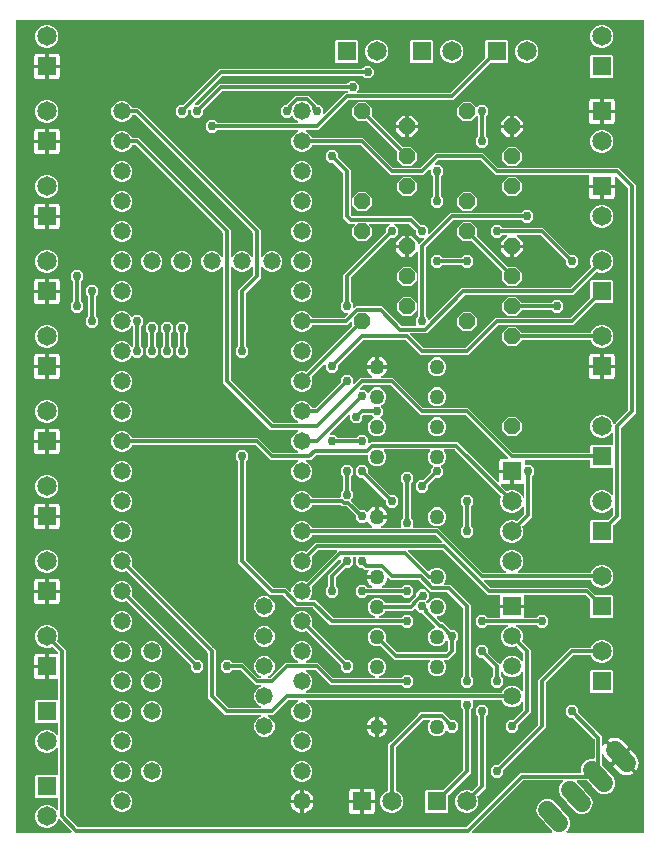
<source format=gbr>
G04 EAGLE Gerber RS-274X export*
G75*
%MOMM*%
%FSLAX34Y34*%
%LPD*%
%INBottom Copper*%
%IPPOS*%
%AMOC8*
5,1,8,0,0,1.08239X$1,22.5*%
G01*
%ADD10C,1.270000*%
%ADD11P,1.429621X8X292.500000*%
%ADD12C,1.473200*%
%ADD13C,1.524000*%
%ADD14R,1.650000X1.650000*%
%ADD15C,1.650000*%
%ADD16R,1.508000X1.508000*%
%ADD17C,1.508000*%
%ADD18C,0.304800*%
%ADD19C,0.756400*%

G36*
X-170163Y-267704D02*
X-170163Y-267704D01*
X-170092Y-267702D01*
X-170043Y-267684D01*
X-169991Y-267676D01*
X-169928Y-267642D01*
X-169861Y-267617D01*
X-169820Y-267585D01*
X-169774Y-267560D01*
X-169725Y-267509D01*
X-169669Y-267464D01*
X-169640Y-267420D01*
X-169605Y-267382D01*
X-169574Y-267317D01*
X-169536Y-267257D01*
X-169523Y-267206D01*
X-169501Y-267159D01*
X-169493Y-267088D01*
X-169476Y-267018D01*
X-169480Y-266966D01*
X-169474Y-266915D01*
X-169489Y-266844D01*
X-169495Y-266773D01*
X-169515Y-266725D01*
X-169526Y-266674D01*
X-169563Y-266613D01*
X-169591Y-266547D01*
X-169636Y-266491D01*
X-169652Y-266463D01*
X-169670Y-266448D01*
X-169696Y-266416D01*
X-179756Y-256355D01*
X-179794Y-256329D01*
X-179825Y-256295D01*
X-179893Y-256257D01*
X-179956Y-256212D01*
X-180000Y-256198D01*
X-180040Y-256176D01*
X-180117Y-256162D01*
X-180191Y-256139D01*
X-180237Y-256141D01*
X-180282Y-256132D01*
X-180359Y-256144D01*
X-180437Y-256146D01*
X-180480Y-256162D01*
X-180525Y-256168D01*
X-180595Y-256203D01*
X-180668Y-256230D01*
X-180704Y-256259D01*
X-180745Y-256280D01*
X-180799Y-256335D01*
X-180860Y-256384D01*
X-180885Y-256423D01*
X-180917Y-256455D01*
X-180983Y-256575D01*
X-180993Y-256591D01*
X-180994Y-256596D01*
X-180998Y-256602D01*
X-182213Y-259537D01*
X-184963Y-262287D01*
X-188556Y-263775D01*
X-192444Y-263775D01*
X-196037Y-262287D01*
X-198787Y-259537D01*
X-200275Y-255944D01*
X-200275Y-252056D01*
X-198787Y-248463D01*
X-196037Y-245713D01*
X-192444Y-244225D01*
X-188556Y-244225D01*
X-184963Y-245713D01*
X-182148Y-248528D01*
X-182090Y-248570D01*
X-182038Y-248619D01*
X-181991Y-248641D01*
X-181949Y-248672D01*
X-181880Y-248693D01*
X-181815Y-248723D01*
X-181763Y-248729D01*
X-181713Y-248744D01*
X-181642Y-248742D01*
X-181571Y-248750D01*
X-181520Y-248739D01*
X-181468Y-248738D01*
X-181400Y-248713D01*
X-181330Y-248698D01*
X-181285Y-248671D01*
X-181237Y-248653D01*
X-181181Y-248608D01*
X-181119Y-248572D01*
X-181085Y-248532D01*
X-181045Y-248500D01*
X-181006Y-248439D01*
X-180959Y-248385D01*
X-180940Y-248336D01*
X-180912Y-248293D01*
X-180894Y-248223D01*
X-180867Y-248157D01*
X-180859Y-248085D01*
X-180851Y-248054D01*
X-180853Y-248031D01*
X-180849Y-247990D01*
X-180849Y-239136D01*
X-180852Y-239116D01*
X-180850Y-239097D01*
X-180872Y-238995D01*
X-180888Y-238893D01*
X-180898Y-238876D01*
X-180902Y-238856D01*
X-180955Y-238767D01*
X-181004Y-238676D01*
X-181018Y-238662D01*
X-181028Y-238645D01*
X-181107Y-238578D01*
X-181182Y-238506D01*
X-181200Y-238498D01*
X-181215Y-238485D01*
X-181311Y-238446D01*
X-181405Y-238403D01*
X-181425Y-238401D01*
X-181443Y-238393D01*
X-181610Y-238375D01*
X-199382Y-238375D01*
X-200275Y-237482D01*
X-200275Y-219718D01*
X-199382Y-218825D01*
X-181610Y-218825D01*
X-181590Y-218822D01*
X-181571Y-218824D01*
X-181469Y-218802D01*
X-181367Y-218786D01*
X-181350Y-218776D01*
X-181330Y-218772D01*
X-181241Y-218719D01*
X-181150Y-218670D01*
X-181136Y-218656D01*
X-181119Y-218646D01*
X-181052Y-218567D01*
X-180980Y-218492D01*
X-180972Y-218474D01*
X-180959Y-218459D01*
X-180920Y-218363D01*
X-180877Y-218269D01*
X-180875Y-218249D01*
X-180867Y-218231D01*
X-180849Y-218064D01*
X-180849Y-196510D01*
X-180860Y-196439D01*
X-180862Y-196368D01*
X-180880Y-196319D01*
X-180888Y-196267D01*
X-180922Y-196204D01*
X-180947Y-196137D01*
X-180979Y-196096D01*
X-181004Y-196050D01*
X-181056Y-196001D01*
X-181100Y-195945D01*
X-181144Y-195916D01*
X-181182Y-195881D01*
X-181247Y-195850D01*
X-181307Y-195812D01*
X-181358Y-195799D01*
X-181405Y-195777D01*
X-181476Y-195769D01*
X-181546Y-195752D01*
X-181598Y-195756D01*
X-181649Y-195750D01*
X-181720Y-195765D01*
X-181791Y-195771D01*
X-181839Y-195791D01*
X-181890Y-195802D01*
X-181951Y-195839D01*
X-182017Y-195867D01*
X-182073Y-195912D01*
X-182101Y-195928D01*
X-182116Y-195946D01*
X-182148Y-195972D01*
X-184963Y-198787D01*
X-188556Y-200275D01*
X-192444Y-200275D01*
X-196037Y-198787D01*
X-198787Y-196037D01*
X-200275Y-192444D01*
X-200275Y-188556D01*
X-198787Y-184963D01*
X-196037Y-182213D01*
X-192444Y-180725D01*
X-188556Y-180725D01*
X-184963Y-182213D01*
X-182148Y-185028D01*
X-182090Y-185070D01*
X-182038Y-185119D01*
X-181991Y-185141D01*
X-181949Y-185172D01*
X-181880Y-185193D01*
X-181815Y-185223D01*
X-181763Y-185229D01*
X-181713Y-185244D01*
X-181642Y-185242D01*
X-181571Y-185250D01*
X-181520Y-185239D01*
X-181468Y-185238D01*
X-181400Y-185213D01*
X-181330Y-185198D01*
X-181285Y-185171D01*
X-181237Y-185153D01*
X-181181Y-185108D01*
X-181119Y-185072D01*
X-181085Y-185032D01*
X-181045Y-185000D01*
X-181006Y-184939D01*
X-180959Y-184885D01*
X-180940Y-184836D01*
X-180912Y-184793D01*
X-180894Y-184723D01*
X-180867Y-184657D01*
X-180859Y-184585D01*
X-180851Y-184554D01*
X-180853Y-184531D01*
X-180849Y-184490D01*
X-180849Y-175636D01*
X-180852Y-175616D01*
X-180850Y-175597D01*
X-180872Y-175495D01*
X-180888Y-175393D01*
X-180898Y-175376D01*
X-180902Y-175356D01*
X-180955Y-175267D01*
X-181004Y-175176D01*
X-181018Y-175162D01*
X-181028Y-175145D01*
X-181107Y-175078D01*
X-181182Y-175006D01*
X-181200Y-174998D01*
X-181215Y-174985D01*
X-181311Y-174946D01*
X-181405Y-174903D01*
X-181425Y-174901D01*
X-181443Y-174893D01*
X-181610Y-174875D01*
X-199382Y-174875D01*
X-200275Y-173982D01*
X-200275Y-156218D01*
X-199382Y-155325D01*
X-181610Y-155325D01*
X-181590Y-155322D01*
X-181571Y-155324D01*
X-181469Y-155302D01*
X-181367Y-155286D01*
X-181350Y-155276D01*
X-181330Y-155272D01*
X-181241Y-155219D01*
X-181150Y-155170D01*
X-181136Y-155156D01*
X-181119Y-155146D01*
X-181052Y-155067D01*
X-180980Y-154992D01*
X-180972Y-154974D01*
X-180959Y-154959D01*
X-180920Y-154863D01*
X-180877Y-154769D01*
X-180875Y-154749D01*
X-180867Y-154731D01*
X-180849Y-154564D01*
X-180849Y-138497D01*
X-180868Y-138381D01*
X-180886Y-138262D01*
X-180888Y-138258D01*
X-180888Y-138254D01*
X-180943Y-138151D01*
X-180999Y-138043D01*
X-181002Y-138040D01*
X-181004Y-138037D01*
X-181088Y-137956D01*
X-181175Y-137872D01*
X-181179Y-137870D01*
X-181182Y-137867D01*
X-181290Y-137817D01*
X-181397Y-137766D01*
X-181401Y-137766D01*
X-181405Y-137764D01*
X-181524Y-137751D01*
X-181641Y-137736D01*
X-181646Y-137737D01*
X-181649Y-137737D01*
X-181663Y-137740D01*
X-181807Y-137762D01*
X-181916Y-137791D01*
X-188977Y-137791D01*
X-188977Y-127762D01*
X-188980Y-127742D01*
X-188978Y-127723D01*
X-189000Y-127621D01*
X-189017Y-127519D01*
X-189026Y-127502D01*
X-189030Y-127482D01*
X-189083Y-127393D01*
X-189132Y-127302D01*
X-189146Y-127288D01*
X-189156Y-127271D01*
X-189235Y-127204D01*
X-189310Y-127133D01*
X-189328Y-127124D01*
X-189343Y-127111D01*
X-189439Y-127073D01*
X-189533Y-127029D01*
X-189553Y-127027D01*
X-189571Y-127019D01*
X-189738Y-127001D01*
X-190501Y-127001D01*
X-190501Y-126999D01*
X-189738Y-126999D01*
X-189718Y-126996D01*
X-189699Y-126998D01*
X-189597Y-126976D01*
X-189495Y-126959D01*
X-189478Y-126950D01*
X-189458Y-126946D01*
X-189369Y-126893D01*
X-189278Y-126844D01*
X-189264Y-126830D01*
X-189247Y-126820D01*
X-189180Y-126741D01*
X-189109Y-126666D01*
X-189100Y-126648D01*
X-189087Y-126633D01*
X-189048Y-126537D01*
X-189005Y-126443D01*
X-189003Y-126423D01*
X-188995Y-126405D01*
X-188977Y-126238D01*
X-188977Y-116209D01*
X-182040Y-116209D01*
X-181969Y-116198D01*
X-181898Y-116196D01*
X-181849Y-116178D01*
X-181797Y-116170D01*
X-181734Y-116136D01*
X-181667Y-116111D01*
X-181626Y-116079D01*
X-181580Y-116054D01*
X-181531Y-116003D01*
X-181475Y-115958D01*
X-181446Y-115914D01*
X-181411Y-115876D01*
X-181380Y-115811D01*
X-181342Y-115751D01*
X-181329Y-115700D01*
X-181307Y-115653D01*
X-181299Y-115582D01*
X-181282Y-115512D01*
X-181286Y-115460D01*
X-181280Y-115409D01*
X-181295Y-115338D01*
X-181301Y-115267D01*
X-181321Y-115219D01*
X-181332Y-115168D01*
X-181369Y-115107D01*
X-181397Y-115041D01*
X-181442Y-114985D01*
X-181458Y-114957D01*
X-181476Y-114942D01*
X-181502Y-114910D01*
X-185708Y-110704D01*
X-185802Y-110636D01*
X-185896Y-110566D01*
X-185903Y-110564D01*
X-185908Y-110560D01*
X-186018Y-110526D01*
X-186130Y-110490D01*
X-186137Y-110490D01*
X-186143Y-110488D01*
X-186259Y-110491D01*
X-186376Y-110492D01*
X-186383Y-110494D01*
X-186389Y-110494D01*
X-186406Y-110501D01*
X-186537Y-110539D01*
X-188556Y-111375D01*
X-192444Y-111375D01*
X-196037Y-109887D01*
X-198787Y-107137D01*
X-200275Y-103544D01*
X-200275Y-99656D01*
X-198787Y-96063D01*
X-196037Y-93313D01*
X-192444Y-91825D01*
X-188556Y-91825D01*
X-184963Y-93313D01*
X-182213Y-96063D01*
X-180725Y-99656D01*
X-180725Y-103544D01*
X-181561Y-105563D01*
X-181588Y-105676D01*
X-181616Y-105790D01*
X-181616Y-105796D01*
X-181617Y-105802D01*
X-181606Y-105919D01*
X-181597Y-106035D01*
X-181595Y-106041D01*
X-181594Y-106047D01*
X-181546Y-106154D01*
X-181501Y-106261D01*
X-181496Y-106267D01*
X-181494Y-106272D01*
X-181482Y-106285D01*
X-181396Y-106392D01*
X-176760Y-111028D01*
X-174751Y-113037D01*
X-174751Y-252422D01*
X-174737Y-252512D01*
X-174729Y-252603D01*
X-174717Y-252633D01*
X-174712Y-252665D01*
X-174669Y-252745D01*
X-174633Y-252829D01*
X-174607Y-252861D01*
X-174596Y-252882D01*
X-174573Y-252904D01*
X-174528Y-252960D01*
X-164568Y-262920D01*
X-164494Y-262973D01*
X-164425Y-263033D01*
X-164395Y-263045D01*
X-164368Y-263064D01*
X-164281Y-263091D01*
X-164197Y-263125D01*
X-164156Y-263129D01*
X-164133Y-263136D01*
X-164101Y-263135D01*
X-164030Y-263143D01*
X164030Y-263143D01*
X164120Y-263129D01*
X164211Y-263121D01*
X164241Y-263109D01*
X164273Y-263104D01*
X164353Y-263061D01*
X164437Y-263025D01*
X164469Y-262999D01*
X164490Y-262988D01*
X164512Y-262965D01*
X164568Y-262920D01*
X210386Y-217103D01*
X261278Y-217103D01*
X261302Y-217099D01*
X261326Y-217101D01*
X261423Y-217079D01*
X261521Y-217063D01*
X261542Y-217052D01*
X261566Y-217047D01*
X261650Y-216995D01*
X261738Y-216948D01*
X261755Y-216931D01*
X261775Y-216918D01*
X261839Y-216842D01*
X261908Y-216770D01*
X261918Y-216748D01*
X261933Y-216730D01*
X261969Y-216637D01*
X262011Y-216547D01*
X262014Y-216523D01*
X262023Y-216500D01*
X262028Y-216401D01*
X262039Y-216302D01*
X262033Y-216279D01*
X262035Y-216255D01*
X261997Y-216091D01*
X261879Y-215752D01*
X262088Y-212120D01*
X263672Y-208844D01*
X266388Y-206424D01*
X269824Y-205228D01*
X272328Y-205372D01*
X272370Y-205368D01*
X272412Y-205373D01*
X272492Y-205355D01*
X272573Y-205347D01*
X272611Y-205329D01*
X272652Y-205320D01*
X272722Y-205278D01*
X272797Y-205244D01*
X272827Y-205216D01*
X272863Y-205194D01*
X272916Y-205132D01*
X272976Y-205076D01*
X272996Y-205039D01*
X273023Y-205007D01*
X273054Y-204931D01*
X273092Y-204859D01*
X273099Y-204818D01*
X273115Y-204779D01*
X273132Y-204625D01*
X273134Y-204617D01*
X273133Y-204615D01*
X273134Y-204612D01*
X273134Y-188860D01*
X273119Y-188770D01*
X273112Y-188679D01*
X273099Y-188650D01*
X273094Y-188618D01*
X273051Y-188537D01*
X273015Y-188453D01*
X272990Y-188421D01*
X272979Y-188400D01*
X272955Y-188378D01*
X272911Y-188322D01*
X255218Y-170630D01*
X255144Y-170577D01*
X255075Y-170517D01*
X255045Y-170505D01*
X255018Y-170486D01*
X254931Y-170459D01*
X254847Y-170425D01*
X254806Y-170421D01*
X254783Y-170414D01*
X254751Y-170415D01*
X254680Y-170407D01*
X251802Y-170407D01*
X248693Y-167298D01*
X248693Y-162902D01*
X251802Y-159793D01*
X256198Y-159793D01*
X259307Y-162902D01*
X259307Y-165780D01*
X259321Y-165870D01*
X259329Y-165961D01*
X259341Y-165991D01*
X259346Y-166023D01*
X259389Y-166103D01*
X259425Y-166187D01*
X259451Y-166219D01*
X259462Y-166240D01*
X259485Y-166262D01*
X259530Y-166318D01*
X279231Y-186019D01*
X279231Y-193366D01*
X279248Y-193470D01*
X279260Y-193575D01*
X279268Y-193591D01*
X279271Y-193609D01*
X279320Y-193702D01*
X279365Y-193797D01*
X279377Y-193811D01*
X279386Y-193826D01*
X279462Y-193899D01*
X279535Y-193975D01*
X279551Y-193983D01*
X279564Y-193996D01*
X279660Y-194040D01*
X279753Y-194089D01*
X279771Y-194092D01*
X279787Y-194099D01*
X279892Y-194111D01*
X279996Y-194128D01*
X280014Y-194125D01*
X280032Y-194127D01*
X280134Y-194104D01*
X280238Y-194087D01*
X280254Y-194078D01*
X280272Y-194074D01*
X280362Y-194020D01*
X280455Y-193971D01*
X280468Y-193957D01*
X280483Y-193948D01*
X280552Y-193868D01*
X280624Y-193791D01*
X280634Y-193772D01*
X280643Y-193761D01*
X280655Y-193732D01*
X280702Y-193643D01*
X280902Y-193129D01*
X281709Y-191749D01*
X282258Y-191078D01*
X292996Y-203131D01*
X286547Y-208877D01*
X281959Y-203727D01*
X281096Y-202382D01*
X280689Y-201456D01*
X280641Y-201381D01*
X280599Y-201302D01*
X280574Y-201279D01*
X280555Y-201250D01*
X280485Y-201194D01*
X280420Y-201133D01*
X280389Y-201118D01*
X280363Y-201097D01*
X280278Y-201067D01*
X280197Y-201029D01*
X280163Y-201025D01*
X280131Y-201014D01*
X280042Y-201012D01*
X279953Y-201002D01*
X279919Y-201009D01*
X279885Y-201009D01*
X279800Y-201035D01*
X279712Y-201054D01*
X279683Y-201072D01*
X279651Y-201082D01*
X279578Y-201135D01*
X279501Y-201181D01*
X279479Y-201206D01*
X279451Y-201227D01*
X279400Y-201299D01*
X279341Y-201367D01*
X279329Y-201399D01*
X279309Y-201427D01*
X279283Y-201512D01*
X279249Y-201596D01*
X279245Y-201639D01*
X279238Y-201662D01*
X279239Y-201694D01*
X279231Y-201762D01*
X279231Y-209537D01*
X279242Y-209605D01*
X279244Y-209675D01*
X279262Y-209726D01*
X279271Y-209779D01*
X279303Y-209841D01*
X279327Y-209906D01*
X279371Y-209968D01*
X279386Y-209997D01*
X279402Y-210012D01*
X279424Y-210043D01*
X289289Y-221116D01*
X290486Y-224551D01*
X290276Y-228183D01*
X288693Y-231459D01*
X285977Y-233879D01*
X282541Y-235075D01*
X278909Y-234866D01*
X275634Y-233282D01*
X266878Y-223455D01*
X266790Y-223384D01*
X266704Y-223311D01*
X266695Y-223307D01*
X266687Y-223300D01*
X266581Y-223261D01*
X266476Y-223219D01*
X266464Y-223217D01*
X266456Y-223215D01*
X266431Y-223214D01*
X266309Y-223200D01*
X258825Y-223200D01*
X258776Y-223208D01*
X258726Y-223207D01*
X258655Y-223228D01*
X258582Y-223240D01*
X258538Y-223263D01*
X258491Y-223278D01*
X258430Y-223321D01*
X258365Y-223355D01*
X258331Y-223391D01*
X258290Y-223420D01*
X258247Y-223480D01*
X258196Y-223533D01*
X258175Y-223579D01*
X258145Y-223619D01*
X258123Y-223690D01*
X258092Y-223757D01*
X258087Y-223806D01*
X258072Y-223854D01*
X258073Y-223928D01*
X258065Y-224001D01*
X258076Y-224050D01*
X258077Y-224100D01*
X258102Y-224169D01*
X258117Y-224241D01*
X258143Y-224284D01*
X258160Y-224331D01*
X258231Y-224431D01*
X258243Y-224452D01*
X258250Y-224458D01*
X258257Y-224468D01*
X270325Y-238013D01*
X271521Y-241448D01*
X271312Y-245080D01*
X269728Y-248356D01*
X267012Y-250776D01*
X263576Y-251972D01*
X259944Y-251763D01*
X256669Y-250179D01*
X244111Y-236084D01*
X242914Y-232649D01*
X243124Y-229017D01*
X244707Y-225741D01*
X246067Y-224530D01*
X246126Y-224457D01*
X246190Y-224390D01*
X246203Y-224362D01*
X246222Y-224339D01*
X246254Y-224251D01*
X246294Y-224167D01*
X246297Y-224137D01*
X246307Y-224108D01*
X246310Y-224015D01*
X246321Y-223922D01*
X246314Y-223893D01*
X246315Y-223862D01*
X246288Y-223773D01*
X246268Y-223682D01*
X246253Y-223656D01*
X246244Y-223627D01*
X246190Y-223551D01*
X246142Y-223471D01*
X246119Y-223451D01*
X246102Y-223426D01*
X246026Y-223371D01*
X245955Y-223311D01*
X245927Y-223299D01*
X245903Y-223282D01*
X245814Y-223254D01*
X245727Y-223219D01*
X245689Y-223215D01*
X245668Y-223208D01*
X245635Y-223209D01*
X245560Y-223200D01*
X213227Y-223200D01*
X213137Y-223215D01*
X213046Y-223222D01*
X213016Y-223235D01*
X212984Y-223240D01*
X212903Y-223283D01*
X212819Y-223318D01*
X212787Y-223344D01*
X212766Y-223355D01*
X212744Y-223378D01*
X212688Y-223423D01*
X169696Y-266416D01*
X169654Y-266474D01*
X169605Y-266526D01*
X169583Y-266573D01*
X169552Y-266615D01*
X169531Y-266684D01*
X169501Y-266749D01*
X169495Y-266801D01*
X169480Y-266851D01*
X169482Y-266922D01*
X169474Y-266993D01*
X169485Y-267044D01*
X169486Y-267096D01*
X169511Y-267164D01*
X169526Y-267234D01*
X169553Y-267279D01*
X169571Y-267327D01*
X169616Y-267383D01*
X169652Y-267445D01*
X169692Y-267479D01*
X169724Y-267519D01*
X169785Y-267558D01*
X169839Y-267605D01*
X169888Y-267624D01*
X169931Y-267652D01*
X170001Y-267670D01*
X170067Y-267697D01*
X170139Y-267705D01*
X170170Y-267713D01*
X170193Y-267711D01*
X170234Y-267715D01*
X236576Y-267715D01*
X236625Y-267707D01*
X236675Y-267709D01*
X236746Y-267687D01*
X236819Y-267676D01*
X236863Y-267652D01*
X236911Y-267638D01*
X236971Y-267595D01*
X237036Y-267560D01*
X237070Y-267524D01*
X237111Y-267495D01*
X237155Y-267436D01*
X237206Y-267382D01*
X237227Y-267337D01*
X237256Y-267296D01*
X237278Y-267226D01*
X237309Y-267159D01*
X237315Y-267109D01*
X237330Y-267062D01*
X237328Y-266988D01*
X237336Y-266915D01*
X237326Y-266866D01*
X237325Y-266816D01*
X237300Y-266746D01*
X237284Y-266674D01*
X237258Y-266631D01*
X237242Y-266584D01*
X237171Y-266485D01*
X237158Y-266463D01*
X237152Y-266458D01*
X237144Y-266448D01*
X225146Y-252981D01*
X223950Y-249545D01*
X224159Y-245913D01*
X225743Y-242638D01*
X228459Y-240218D01*
X231894Y-239022D01*
X235526Y-239231D01*
X238802Y-240814D01*
X251360Y-254909D01*
X252556Y-258345D01*
X252347Y-261977D01*
X250764Y-265252D01*
X249492Y-266386D01*
X249433Y-266458D01*
X249369Y-266526D01*
X249356Y-266553D01*
X249337Y-266577D01*
X249304Y-266664D01*
X249265Y-266749D01*
X249262Y-266779D01*
X249251Y-266807D01*
X249248Y-266901D01*
X249238Y-266993D01*
X249244Y-267023D01*
X249243Y-267053D01*
X249270Y-267143D01*
X249290Y-267234D01*
X249306Y-267260D01*
X249314Y-267289D01*
X249368Y-267365D01*
X249416Y-267445D01*
X249439Y-267465D01*
X249457Y-267489D01*
X249532Y-267544D01*
X249603Y-267605D01*
X249631Y-267616D01*
X249656Y-267634D01*
X249745Y-267662D01*
X249831Y-267697D01*
X249869Y-267701D01*
X249890Y-267708D01*
X249923Y-267707D01*
X249998Y-267715D01*
X314454Y-267715D01*
X314474Y-267712D01*
X314493Y-267714D01*
X314595Y-267692D01*
X314697Y-267676D01*
X314714Y-267666D01*
X314734Y-267662D01*
X314823Y-267609D01*
X314914Y-267560D01*
X314928Y-267546D01*
X314945Y-267536D01*
X315012Y-267457D01*
X315084Y-267382D01*
X315092Y-267364D01*
X315105Y-267349D01*
X315144Y-267253D01*
X315187Y-267159D01*
X315189Y-267139D01*
X315197Y-267121D01*
X315215Y-266954D01*
X315215Y419254D01*
X315212Y419274D01*
X315214Y419293D01*
X315192Y419395D01*
X315176Y419497D01*
X315166Y419514D01*
X315162Y419534D01*
X315109Y419623D01*
X315060Y419714D01*
X315046Y419728D01*
X315036Y419745D01*
X314957Y419812D01*
X314882Y419884D01*
X314864Y419892D01*
X314849Y419905D01*
X314753Y419944D01*
X314659Y419987D01*
X314639Y419989D01*
X314621Y419997D01*
X314454Y420015D01*
X-216154Y420015D01*
X-216174Y420012D01*
X-216193Y420014D01*
X-216295Y419992D01*
X-216397Y419976D01*
X-216414Y419966D01*
X-216434Y419962D01*
X-216523Y419909D01*
X-216614Y419860D01*
X-216628Y419846D01*
X-216645Y419836D01*
X-216712Y419757D01*
X-216784Y419682D01*
X-216792Y419664D01*
X-216805Y419649D01*
X-216844Y419553D01*
X-216887Y419459D01*
X-216889Y419439D01*
X-216897Y419421D01*
X-216915Y419254D01*
X-216915Y-266954D01*
X-216912Y-266974D01*
X-216914Y-266993D01*
X-216892Y-267095D01*
X-216876Y-267197D01*
X-216866Y-267214D01*
X-216862Y-267234D01*
X-216809Y-267323D01*
X-216760Y-267414D01*
X-216746Y-267428D01*
X-216736Y-267445D01*
X-216657Y-267512D01*
X-216582Y-267584D01*
X-216564Y-267592D01*
X-216549Y-267605D01*
X-216453Y-267644D01*
X-216359Y-267687D01*
X-216339Y-267689D01*
X-216321Y-267697D01*
X-216154Y-267715D01*
X-170234Y-267715D01*
X-170163Y-267704D01*
G37*
%LPC*%
G36*
X201256Y-22475D02*
X201256Y-22475D01*
X197663Y-20987D01*
X194913Y-18237D01*
X193425Y-14644D01*
X193425Y-10756D01*
X194913Y-7163D01*
X197663Y-4413D01*
X201256Y-2925D01*
X205144Y-2925D01*
X207163Y-3761D01*
X207276Y-3788D01*
X207390Y-3816D01*
X207396Y-3816D01*
X207402Y-3817D01*
X207519Y-3806D01*
X207635Y-3797D01*
X207641Y-3795D01*
X207647Y-3794D01*
X207754Y-3746D01*
X207861Y-3701D01*
X207867Y-3696D01*
X207872Y-3694D01*
X207885Y-3682D01*
X207992Y-3596D01*
X213484Y1896D01*
X213537Y1970D01*
X213597Y2039D01*
X213609Y2069D01*
X213628Y2096D01*
X213655Y2183D01*
X213689Y2267D01*
X213693Y2308D01*
X213700Y2331D01*
X213699Y2363D01*
X213707Y2434D01*
X213707Y8697D01*
X213692Y8793D01*
X213682Y8890D01*
X213672Y8914D01*
X213668Y8940D01*
X213622Y9026D01*
X213582Y9115D01*
X213565Y9134D01*
X213552Y9157D01*
X213482Y9224D01*
X213416Y9296D01*
X213393Y9309D01*
X213374Y9327D01*
X213286Y9368D01*
X213200Y9415D01*
X213175Y9419D01*
X213151Y9430D01*
X213054Y9441D01*
X212958Y9458D01*
X212932Y9454D01*
X212907Y9457D01*
X212811Y9437D01*
X212715Y9422D01*
X212692Y9411D01*
X212666Y9405D01*
X212583Y9355D01*
X212496Y9311D01*
X212477Y9292D01*
X212455Y9279D01*
X212392Y9205D01*
X212324Y9135D01*
X212308Y9107D01*
X212295Y9092D01*
X212283Y9061D01*
X212243Y8988D01*
X211487Y7163D01*
X208737Y4413D01*
X205144Y2925D01*
X201256Y2925D01*
X197663Y4413D01*
X194913Y7163D01*
X193425Y10756D01*
X193425Y14644D01*
X194261Y16663D01*
X194288Y16776D01*
X194316Y16890D01*
X194316Y16896D01*
X194317Y16902D01*
X194306Y17019D01*
X194297Y17135D01*
X194295Y17141D01*
X194294Y17147D01*
X194246Y17254D01*
X194201Y17361D01*
X194196Y17367D01*
X194194Y17372D01*
X194182Y17385D01*
X194096Y17492D01*
X154916Y56672D01*
X154842Y56725D01*
X154773Y56785D01*
X154743Y56797D01*
X154716Y56816D01*
X154629Y56843D01*
X154545Y56877D01*
X154504Y56881D01*
X154481Y56888D01*
X154449Y56887D01*
X154378Y56895D01*
X146325Y56895D01*
X146254Y56884D01*
X146183Y56882D01*
X146134Y56864D01*
X146082Y56856D01*
X146019Y56822D01*
X145952Y56797D01*
X145911Y56765D01*
X145865Y56740D01*
X145816Y56688D01*
X145760Y56644D01*
X145731Y56600D01*
X145696Y56562D01*
X145665Y56497D01*
X145627Y56437D01*
X145614Y56386D01*
X145592Y56339D01*
X145584Y56268D01*
X145567Y56198D01*
X145571Y56146D01*
X145565Y56095D01*
X145580Y56024D01*
X145586Y55953D01*
X145606Y55905D01*
X145617Y55854D01*
X145654Y55793D01*
X145682Y55727D01*
X145727Y55671D01*
X145743Y55643D01*
X145761Y55628D01*
X145787Y55596D01*
X146376Y55007D01*
X147575Y52112D01*
X147575Y48980D01*
X146376Y46085D01*
X144161Y43870D01*
X143286Y43508D01*
X143247Y43483D01*
X143204Y43468D01*
X143143Y43419D01*
X143077Y43378D01*
X143047Y43343D01*
X143012Y43314D01*
X142969Y43248D01*
X142920Y43189D01*
X142903Y43146D01*
X142879Y43107D01*
X142860Y43032D01*
X142832Y42959D01*
X142830Y42913D01*
X142818Y42869D01*
X142825Y42791D01*
X142821Y42713D01*
X142834Y42669D01*
X142838Y42623D01*
X142868Y42552D01*
X142890Y42477D01*
X142916Y42439D01*
X142934Y42397D01*
X143019Y42290D01*
X143030Y42275D01*
X143034Y42272D01*
X143039Y42266D01*
X145007Y40298D01*
X145007Y35902D01*
X141898Y32793D01*
X139020Y32793D01*
X138930Y32779D01*
X138839Y32771D01*
X138809Y32759D01*
X138777Y32754D01*
X138697Y32711D01*
X138613Y32675D01*
X138581Y32649D01*
X138560Y32638D01*
X138538Y32615D01*
X138482Y32570D01*
X132530Y26618D01*
X132477Y26544D01*
X132417Y26475D01*
X132405Y26445D01*
X132386Y26418D01*
X132359Y26331D01*
X132325Y26247D01*
X132321Y26206D01*
X132314Y26183D01*
X132315Y26151D01*
X132307Y26080D01*
X132307Y23202D01*
X129198Y20093D01*
X124802Y20093D01*
X121693Y23202D01*
X121693Y27598D01*
X124802Y30707D01*
X127680Y30707D01*
X127770Y30721D01*
X127861Y30729D01*
X127891Y30741D01*
X127923Y30746D01*
X128003Y30789D01*
X128087Y30825D01*
X128119Y30851D01*
X128140Y30862D01*
X128162Y30885D01*
X128218Y30930D01*
X134170Y36882D01*
X134223Y36956D01*
X134283Y37025D01*
X134295Y37055D01*
X134314Y37082D01*
X134341Y37169D01*
X134375Y37253D01*
X134379Y37294D01*
X134386Y37317D01*
X134385Y37349D01*
X134393Y37420D01*
X134393Y40298D01*
X136361Y42266D01*
X136388Y42303D01*
X136422Y42334D01*
X136459Y42403D01*
X136505Y42466D01*
X136518Y42510D01*
X136540Y42550D01*
X136554Y42627D01*
X136577Y42701D01*
X136576Y42747D01*
X136584Y42792D01*
X136573Y42869D01*
X136571Y42947D01*
X136555Y42990D01*
X136548Y43035D01*
X136513Y43105D01*
X136486Y43178D01*
X136458Y43214D01*
X136437Y43255D01*
X136381Y43309D01*
X136333Y43370D01*
X136294Y43395D01*
X136261Y43427D01*
X136141Y43493D01*
X136126Y43503D01*
X136121Y43504D01*
X136114Y43508D01*
X135239Y43870D01*
X133024Y46085D01*
X131825Y48980D01*
X131825Y52112D01*
X133024Y55007D01*
X133613Y55596D01*
X133655Y55654D01*
X133704Y55706D01*
X133726Y55753D01*
X133757Y55795D01*
X133778Y55864D01*
X133808Y55929D01*
X133814Y55981D01*
X133829Y56031D01*
X133827Y56102D01*
X133835Y56173D01*
X133824Y56224D01*
X133823Y56276D01*
X133798Y56344D01*
X133783Y56414D01*
X133756Y56459D01*
X133738Y56507D01*
X133693Y56563D01*
X133657Y56625D01*
X133617Y56659D01*
X133585Y56699D01*
X133524Y56738D01*
X133470Y56785D01*
X133421Y56804D01*
X133378Y56832D01*
X133308Y56850D01*
X133242Y56877D01*
X133170Y56885D01*
X133139Y56893D01*
X133116Y56891D01*
X133075Y56895D01*
X95525Y56895D01*
X95454Y56884D01*
X95383Y56882D01*
X95334Y56864D01*
X95282Y56856D01*
X95219Y56822D01*
X95152Y56797D01*
X95111Y56765D01*
X95065Y56740D01*
X95016Y56688D01*
X94960Y56644D01*
X94931Y56600D01*
X94896Y56562D01*
X94865Y56497D01*
X94827Y56437D01*
X94814Y56386D01*
X94792Y56339D01*
X94784Y56268D01*
X94767Y56198D01*
X94771Y56146D01*
X94765Y56095D01*
X94780Y56024D01*
X94786Y55953D01*
X94806Y55905D01*
X94817Y55854D01*
X94854Y55793D01*
X94882Y55727D01*
X94927Y55671D01*
X94943Y55643D01*
X94961Y55628D01*
X94987Y55596D01*
X95576Y55007D01*
X96775Y52112D01*
X96775Y48980D01*
X95576Y46085D01*
X93361Y43870D01*
X90466Y42671D01*
X87334Y42671D01*
X84439Y43870D01*
X82224Y46085D01*
X81025Y48980D01*
X81025Y51562D01*
X81022Y51582D01*
X81024Y51601D01*
X81002Y51703D01*
X80986Y51805D01*
X80976Y51822D01*
X80972Y51842D01*
X80919Y51931D01*
X80870Y52022D01*
X80856Y52036D01*
X80846Y52053D01*
X80767Y52120D01*
X80692Y52192D01*
X80674Y52200D01*
X80659Y52213D01*
X80563Y52252D01*
X80469Y52295D01*
X80449Y52297D01*
X80431Y52305D01*
X80264Y52323D01*
X37784Y52323D01*
X37694Y52309D01*
X37603Y52301D01*
X37574Y52289D01*
X37542Y52284D01*
X37461Y52241D01*
X37377Y52205D01*
X37345Y52179D01*
X37324Y52168D01*
X37302Y52145D01*
X37246Y52100D01*
X32897Y47751D01*
X29159Y47751D01*
X29063Y47736D01*
X28966Y47726D01*
X28942Y47716D01*
X28917Y47712D01*
X28831Y47666D01*
X28742Y47626D01*
X28722Y47609D01*
X28699Y47596D01*
X28632Y47526D01*
X28561Y47460D01*
X28548Y47437D01*
X28530Y47418D01*
X28489Y47330D01*
X28442Y47244D01*
X28437Y47219D01*
X28426Y47195D01*
X28416Y47098D01*
X28398Y47002D01*
X28402Y46976D01*
X28399Y46951D01*
X28420Y46855D01*
X28434Y46759D01*
X28446Y46736D01*
X28451Y46710D01*
X28501Y46627D01*
X28546Y46540D01*
X28564Y46521D01*
X28578Y46499D01*
X28652Y46436D01*
X28721Y46368D01*
X28750Y46352D01*
X28765Y46339D01*
X28795Y46327D01*
X28868Y46287D01*
X30436Y45637D01*
X32937Y43136D01*
X34291Y39868D01*
X34291Y36332D01*
X32937Y33064D01*
X30436Y30563D01*
X27168Y29209D01*
X23632Y29209D01*
X20364Y30563D01*
X17863Y33064D01*
X16509Y36332D01*
X16509Y39868D01*
X17863Y43136D01*
X20364Y45637D01*
X21932Y46287D01*
X22015Y46338D01*
X22101Y46384D01*
X22119Y46402D01*
X22141Y46416D01*
X22203Y46492D01*
X22270Y46562D01*
X22281Y46586D01*
X22298Y46606D01*
X22333Y46697D01*
X22374Y46785D01*
X22377Y46811D01*
X22386Y46835D01*
X22390Y46933D01*
X22401Y47029D01*
X22395Y47055D01*
X22396Y47081D01*
X22369Y47175D01*
X22349Y47270D01*
X22335Y47292D01*
X22328Y47317D01*
X22272Y47397D01*
X22222Y47481D01*
X22203Y47498D01*
X22188Y47519D01*
X22109Y47578D01*
X22035Y47641D01*
X22011Y47651D01*
X21990Y47666D01*
X21898Y47696D01*
X21807Y47733D01*
X21775Y47736D01*
X21756Y47742D01*
X21723Y47742D01*
X21641Y47751D01*
X-1263Y47751D01*
X-13740Y60228D01*
X-13814Y60281D01*
X-13883Y60341D01*
X-13913Y60353D01*
X-13940Y60372D01*
X-14027Y60399D01*
X-14111Y60433D01*
X-14152Y60437D01*
X-14175Y60444D01*
X-14207Y60443D01*
X-14278Y60451D01*
X-118131Y60451D01*
X-118246Y60432D01*
X-118362Y60415D01*
X-118367Y60413D01*
X-118374Y60412D01*
X-118476Y60357D01*
X-118581Y60304D01*
X-118586Y60299D01*
X-118591Y60296D01*
X-118671Y60212D01*
X-118753Y60128D01*
X-118757Y60122D01*
X-118760Y60118D01*
X-118768Y60101D01*
X-118834Y59981D01*
X-119463Y58464D01*
X-121964Y55963D01*
X-125232Y54609D01*
X-128768Y54609D01*
X-132036Y55963D01*
X-134537Y58464D01*
X-135891Y61732D01*
X-135891Y65268D01*
X-134537Y68536D01*
X-132036Y71037D01*
X-128768Y72391D01*
X-125232Y72391D01*
X-121964Y71037D01*
X-119463Y68536D01*
X-118834Y67019D01*
X-118773Y66919D01*
X-118713Y66819D01*
X-118708Y66815D01*
X-118705Y66810D01*
X-118615Y66735D01*
X-118526Y66659D01*
X-118520Y66657D01*
X-118515Y66653D01*
X-118407Y66611D01*
X-118298Y66567D01*
X-118290Y66566D01*
X-118286Y66565D01*
X-118267Y66564D01*
X-118131Y66549D01*
X-11437Y66549D01*
X1040Y54072D01*
X1114Y54019D01*
X1183Y53959D01*
X1213Y53947D01*
X1240Y53928D01*
X1327Y53901D01*
X1411Y53867D01*
X1452Y53863D01*
X1475Y53856D01*
X1507Y53857D01*
X1578Y53849D01*
X21641Y53849D01*
X21737Y53864D01*
X21834Y53874D01*
X21858Y53884D01*
X21883Y53888D01*
X21969Y53934D01*
X22058Y53974D01*
X22078Y53991D01*
X22101Y54004D01*
X22168Y54074D01*
X22239Y54140D01*
X22252Y54163D01*
X22270Y54182D01*
X22311Y54270D01*
X22358Y54356D01*
X22363Y54381D01*
X22374Y54405D01*
X22384Y54502D01*
X22402Y54598D01*
X22398Y54624D01*
X22401Y54649D01*
X22380Y54745D01*
X22366Y54841D01*
X22354Y54864D01*
X22349Y54890D01*
X22299Y54973D01*
X22254Y55060D01*
X22236Y55079D01*
X22222Y55101D01*
X22148Y55164D01*
X22079Y55232D01*
X22050Y55248D01*
X22035Y55261D01*
X22005Y55273D01*
X21932Y55313D01*
X20364Y55963D01*
X17863Y58464D01*
X16509Y61732D01*
X16509Y65268D01*
X17863Y68536D01*
X20364Y71037D01*
X21932Y71687D01*
X22015Y71738D01*
X22101Y71784D01*
X22119Y71803D01*
X22141Y71816D01*
X22203Y71891D01*
X22270Y71962D01*
X22281Y71986D01*
X22298Y72006D01*
X22333Y72097D01*
X22374Y72185D01*
X22377Y72211D01*
X22386Y72235D01*
X22390Y72333D01*
X22401Y72429D01*
X22395Y72455D01*
X22396Y72481D01*
X22369Y72575D01*
X22349Y72670D01*
X22335Y72692D01*
X22328Y72717D01*
X22272Y72797D01*
X22222Y72881D01*
X22203Y72898D01*
X22188Y72919D01*
X22109Y72978D01*
X22035Y73041D01*
X22011Y73051D01*
X21990Y73066D01*
X21898Y73096D01*
X21807Y73133D01*
X21775Y73136D01*
X21756Y73142D01*
X21723Y73142D01*
X21641Y73151D01*
X-1263Y73151D01*
X-41149Y113037D01*
X-41149Y212141D01*
X-41164Y212237D01*
X-41174Y212334D01*
X-41184Y212358D01*
X-41188Y212383D01*
X-41234Y212469D01*
X-41274Y212558D01*
X-41291Y212578D01*
X-41304Y212601D01*
X-41374Y212668D01*
X-41440Y212739D01*
X-41463Y212752D01*
X-41482Y212770D01*
X-41570Y212811D01*
X-41656Y212858D01*
X-41681Y212863D01*
X-41705Y212874D01*
X-41802Y212884D01*
X-41898Y212902D01*
X-41924Y212898D01*
X-41949Y212901D01*
X-42045Y212880D01*
X-42141Y212866D01*
X-42164Y212854D01*
X-42190Y212849D01*
X-42273Y212799D01*
X-42360Y212754D01*
X-42379Y212736D01*
X-42401Y212722D01*
X-42464Y212648D01*
X-42532Y212579D01*
X-42548Y212550D01*
X-42561Y212535D01*
X-42573Y212505D01*
X-42613Y212432D01*
X-43263Y210864D01*
X-45764Y208363D01*
X-49032Y207009D01*
X-52568Y207009D01*
X-55836Y208363D01*
X-58337Y210864D01*
X-59691Y214132D01*
X-59691Y217668D01*
X-58337Y220936D01*
X-55836Y223437D01*
X-52568Y224791D01*
X-49032Y224791D01*
X-45764Y223437D01*
X-43263Y220936D01*
X-42613Y219368D01*
X-42562Y219285D01*
X-42516Y219199D01*
X-42498Y219181D01*
X-42484Y219159D01*
X-42408Y219097D01*
X-42338Y219030D01*
X-42314Y219019D01*
X-42294Y219002D01*
X-42203Y218967D01*
X-42115Y218926D01*
X-42089Y218923D01*
X-42065Y218914D01*
X-41967Y218910D01*
X-41871Y218899D01*
X-41845Y218905D01*
X-41819Y218904D01*
X-41725Y218931D01*
X-41630Y218951D01*
X-41608Y218965D01*
X-41583Y218972D01*
X-41503Y219028D01*
X-41419Y219078D01*
X-41402Y219097D01*
X-41381Y219112D01*
X-41322Y219191D01*
X-41259Y219265D01*
X-41249Y219289D01*
X-41234Y219310D01*
X-41204Y219402D01*
X-41167Y219493D01*
X-41164Y219525D01*
X-41158Y219544D01*
X-41158Y219577D01*
X-41149Y219659D01*
X-41149Y239722D01*
X-41163Y239812D01*
X-41171Y239903D01*
X-41183Y239933D01*
X-41188Y239965D01*
X-41231Y240045D01*
X-41267Y240129D01*
X-41293Y240161D01*
X-41304Y240182D01*
X-41327Y240204D01*
X-41372Y240260D01*
X-115340Y314228D01*
X-115414Y314281D01*
X-115483Y314341D01*
X-115513Y314353D01*
X-115540Y314372D01*
X-115627Y314399D01*
X-115711Y314433D01*
X-115752Y314437D01*
X-115775Y314444D01*
X-115807Y314443D01*
X-115878Y314451D01*
X-118131Y314451D01*
X-118246Y314432D01*
X-118362Y314415D01*
X-118367Y314413D01*
X-118374Y314412D01*
X-118477Y314357D01*
X-118581Y314304D01*
X-118586Y314299D01*
X-118591Y314296D01*
X-118671Y314212D01*
X-118753Y314128D01*
X-118757Y314122D01*
X-118760Y314118D01*
X-118768Y314101D01*
X-118834Y313981D01*
X-119463Y312464D01*
X-121964Y309963D01*
X-125232Y308609D01*
X-128768Y308609D01*
X-132036Y309963D01*
X-134537Y312464D01*
X-135891Y315732D01*
X-135891Y319268D01*
X-134537Y322536D01*
X-132036Y325037D01*
X-128768Y326391D01*
X-125232Y326391D01*
X-121964Y325037D01*
X-119463Y322536D01*
X-118834Y321019D01*
X-118773Y320919D01*
X-118713Y320819D01*
X-118708Y320815D01*
X-118705Y320810D01*
X-118615Y320735D01*
X-118526Y320659D01*
X-118520Y320657D01*
X-118515Y320653D01*
X-118407Y320611D01*
X-118298Y320567D01*
X-118290Y320566D01*
X-118286Y320565D01*
X-118267Y320564D01*
X-118131Y320549D01*
X-113037Y320549D01*
X-111028Y318540D01*
X-35051Y242563D01*
X-35051Y219659D01*
X-35036Y219563D01*
X-35026Y219466D01*
X-35016Y219442D01*
X-35012Y219417D01*
X-34966Y219331D01*
X-34926Y219242D01*
X-34909Y219222D01*
X-34896Y219199D01*
X-34826Y219132D01*
X-34760Y219061D01*
X-34737Y219048D01*
X-34718Y219030D01*
X-34630Y218989D01*
X-34544Y218942D01*
X-34519Y218937D01*
X-34495Y218926D01*
X-34398Y218916D01*
X-34302Y218898D01*
X-34276Y218902D01*
X-34251Y218899D01*
X-34155Y218920D01*
X-34059Y218934D01*
X-34036Y218946D01*
X-34010Y218951D01*
X-33927Y219001D01*
X-33840Y219046D01*
X-33821Y219064D01*
X-33799Y219078D01*
X-33736Y219152D01*
X-33668Y219221D01*
X-33652Y219250D01*
X-33639Y219265D01*
X-33627Y219295D01*
X-33587Y219368D01*
X-32937Y220936D01*
X-30436Y223437D01*
X-27168Y224791D01*
X-23632Y224791D01*
X-20364Y223437D01*
X-17863Y220936D01*
X-17213Y219368D01*
X-17162Y219285D01*
X-17116Y219199D01*
X-17097Y219181D01*
X-17084Y219159D01*
X-17009Y219097D01*
X-16938Y219030D01*
X-16914Y219019D01*
X-16894Y219002D01*
X-16803Y218967D01*
X-16715Y218926D01*
X-16689Y218923D01*
X-16665Y218914D01*
X-16567Y218910D01*
X-16471Y218899D01*
X-16445Y218905D01*
X-16419Y218904D01*
X-16325Y218931D01*
X-16230Y218951D01*
X-16208Y218965D01*
X-16183Y218972D01*
X-16103Y219028D01*
X-16019Y219078D01*
X-16002Y219097D01*
X-15981Y219112D01*
X-15922Y219191D01*
X-15859Y219265D01*
X-15849Y219289D01*
X-15834Y219310D01*
X-15804Y219402D01*
X-15767Y219493D01*
X-15764Y219525D01*
X-15758Y219544D01*
X-15758Y219577D01*
X-15749Y219659D01*
X-15749Y239722D01*
X-15763Y239812D01*
X-15771Y239903D01*
X-15783Y239933D01*
X-15788Y239965D01*
X-15831Y240045D01*
X-15867Y240129D01*
X-15893Y240161D01*
X-15904Y240182D01*
X-15927Y240204D01*
X-15972Y240260D01*
X-115340Y339628D01*
X-115414Y339681D01*
X-115483Y339741D01*
X-115513Y339753D01*
X-115540Y339772D01*
X-115627Y339799D01*
X-115711Y339833D01*
X-115752Y339837D01*
X-115775Y339844D01*
X-115807Y339843D01*
X-115878Y339851D01*
X-118131Y339851D01*
X-118246Y339832D01*
X-118362Y339815D01*
X-118367Y339813D01*
X-118374Y339812D01*
X-118477Y339757D01*
X-118581Y339704D01*
X-118586Y339699D01*
X-118591Y339696D01*
X-118671Y339612D01*
X-118753Y339528D01*
X-118757Y339522D01*
X-118760Y339518D01*
X-118768Y339501D01*
X-118834Y339381D01*
X-119463Y337864D01*
X-121964Y335363D01*
X-125232Y334009D01*
X-128768Y334009D01*
X-132036Y335363D01*
X-134537Y337864D01*
X-135891Y341132D01*
X-135891Y344668D01*
X-134537Y347936D01*
X-132036Y350437D01*
X-128768Y351791D01*
X-125232Y351791D01*
X-121964Y350437D01*
X-119463Y347936D01*
X-118834Y346419D01*
X-118773Y346319D01*
X-118713Y346219D01*
X-118708Y346215D01*
X-118705Y346210D01*
X-118615Y346135D01*
X-118526Y346059D01*
X-118520Y346057D01*
X-118515Y346053D01*
X-118407Y346011D01*
X-118298Y345967D01*
X-118290Y345966D01*
X-118286Y345965D01*
X-118267Y345964D01*
X-118131Y345949D01*
X-113037Y345949D01*
X-9651Y242563D01*
X-9651Y219659D01*
X-9636Y219563D01*
X-9626Y219466D01*
X-9616Y219442D01*
X-9612Y219417D01*
X-9566Y219331D01*
X-9526Y219242D01*
X-9509Y219222D01*
X-9496Y219199D01*
X-9426Y219132D01*
X-9360Y219061D01*
X-9337Y219048D01*
X-9318Y219030D01*
X-9230Y218989D01*
X-9144Y218942D01*
X-9119Y218937D01*
X-9095Y218926D01*
X-8998Y218916D01*
X-8902Y218898D01*
X-8876Y218902D01*
X-8851Y218899D01*
X-8755Y218920D01*
X-8659Y218934D01*
X-8636Y218946D01*
X-8610Y218951D01*
X-8527Y219001D01*
X-8440Y219046D01*
X-8421Y219064D01*
X-8399Y219078D01*
X-8336Y219152D01*
X-8268Y219221D01*
X-8252Y219250D01*
X-8239Y219265D01*
X-8227Y219295D01*
X-8187Y219368D01*
X-7537Y220936D01*
X-5036Y223437D01*
X-1768Y224791D01*
X1768Y224791D01*
X5036Y223437D01*
X7537Y220936D01*
X8891Y217668D01*
X8891Y214132D01*
X7537Y210864D01*
X5036Y208363D01*
X1768Y207009D01*
X-1768Y207009D01*
X-5036Y208363D01*
X-7537Y210864D01*
X-8187Y212432D01*
X-8238Y212515D01*
X-8284Y212601D01*
X-8303Y212619D01*
X-8316Y212641D01*
X-8391Y212703D01*
X-8462Y212770D01*
X-8486Y212781D01*
X-8506Y212798D01*
X-8597Y212833D01*
X-8685Y212874D01*
X-8711Y212877D01*
X-8735Y212886D01*
X-8833Y212890D01*
X-8929Y212901D01*
X-8955Y212895D01*
X-8981Y212896D01*
X-9075Y212869D01*
X-9170Y212849D01*
X-9192Y212835D01*
X-9217Y212828D01*
X-9297Y212772D01*
X-9381Y212722D01*
X-9398Y212703D01*
X-9419Y212688D01*
X-9478Y212609D01*
X-9541Y212535D01*
X-9551Y212511D01*
X-9566Y212490D01*
X-9596Y212398D01*
X-9633Y212307D01*
X-9636Y212275D01*
X-9642Y212256D01*
X-9642Y212223D01*
X-9651Y212141D01*
X-9651Y201937D01*
X-22128Y189460D01*
X-22181Y189386D01*
X-22241Y189317D01*
X-22253Y189287D01*
X-22272Y189260D01*
X-22299Y189173D01*
X-22333Y189089D01*
X-22337Y189048D01*
X-22344Y189025D01*
X-22343Y188993D01*
X-22351Y188922D01*
X-22351Y144471D01*
X-22337Y144381D01*
X-22329Y144290D01*
X-22317Y144261D01*
X-22312Y144229D01*
X-22269Y144148D01*
X-22233Y144064D01*
X-22207Y144032D01*
X-22196Y144011D01*
X-22173Y143989D01*
X-22128Y143933D01*
X-20093Y141898D01*
X-20093Y137502D01*
X-23202Y134393D01*
X-27598Y134393D01*
X-30707Y137502D01*
X-30707Y141898D01*
X-28672Y143933D01*
X-28619Y144007D01*
X-28559Y144077D01*
X-28547Y144107D01*
X-28528Y144133D01*
X-28501Y144220D01*
X-28467Y144305D01*
X-28463Y144346D01*
X-28456Y144368D01*
X-28457Y144400D01*
X-28449Y144471D01*
X-28449Y191763D01*
X-15972Y204240D01*
X-15919Y204314D01*
X-15859Y204383D01*
X-15847Y204413D01*
X-15828Y204440D01*
X-15801Y204527D01*
X-15767Y204611D01*
X-15763Y204652D01*
X-15756Y204675D01*
X-15757Y204707D01*
X-15749Y204778D01*
X-15749Y212141D01*
X-15764Y212237D01*
X-15774Y212334D01*
X-15784Y212358D01*
X-15788Y212383D01*
X-15834Y212469D01*
X-15874Y212558D01*
X-15891Y212578D01*
X-15904Y212601D01*
X-15974Y212668D01*
X-16040Y212739D01*
X-16063Y212752D01*
X-16082Y212770D01*
X-16170Y212811D01*
X-16256Y212858D01*
X-16281Y212863D01*
X-16305Y212874D01*
X-16402Y212884D01*
X-16498Y212902D01*
X-16524Y212898D01*
X-16549Y212901D01*
X-16645Y212880D01*
X-16741Y212866D01*
X-16764Y212854D01*
X-16790Y212849D01*
X-16873Y212799D01*
X-16960Y212754D01*
X-16979Y212736D01*
X-17001Y212722D01*
X-17064Y212648D01*
X-17132Y212579D01*
X-17148Y212550D01*
X-17161Y212535D01*
X-17173Y212505D01*
X-17213Y212432D01*
X-17863Y210864D01*
X-20364Y208363D01*
X-23632Y207009D01*
X-27168Y207009D01*
X-30436Y208363D01*
X-32937Y210864D01*
X-33587Y212432D01*
X-33638Y212515D01*
X-33684Y212601D01*
X-33702Y212619D01*
X-33716Y212641D01*
X-33792Y212703D01*
X-33862Y212770D01*
X-33886Y212781D01*
X-33906Y212798D01*
X-33997Y212833D01*
X-34085Y212874D01*
X-34111Y212877D01*
X-34135Y212886D01*
X-34233Y212890D01*
X-34329Y212901D01*
X-34355Y212895D01*
X-34381Y212896D01*
X-34475Y212869D01*
X-34570Y212849D01*
X-34592Y212835D01*
X-34617Y212828D01*
X-34697Y212772D01*
X-34781Y212722D01*
X-34798Y212703D01*
X-34819Y212688D01*
X-34878Y212609D01*
X-34941Y212535D01*
X-34951Y212511D01*
X-34966Y212490D01*
X-34996Y212398D01*
X-35033Y212307D01*
X-35036Y212275D01*
X-35042Y212256D01*
X-35042Y212223D01*
X-35051Y212141D01*
X-35051Y115878D01*
X-35037Y115788D01*
X-35029Y115697D01*
X-35017Y115667D01*
X-35012Y115635D01*
X-34969Y115555D01*
X-34933Y115471D01*
X-34907Y115439D01*
X-34896Y115418D01*
X-34873Y115396D01*
X-34828Y115340D01*
X1040Y79472D01*
X1114Y79419D01*
X1183Y79359D01*
X1213Y79347D01*
X1240Y79328D01*
X1327Y79301D01*
X1411Y79267D01*
X1452Y79263D01*
X1475Y79256D01*
X1507Y79257D01*
X1578Y79249D01*
X21641Y79249D01*
X21737Y79264D01*
X21834Y79274D01*
X21858Y79284D01*
X21883Y79288D01*
X21969Y79334D01*
X22058Y79374D01*
X22078Y79391D01*
X22101Y79404D01*
X22168Y79474D01*
X22239Y79540D01*
X22252Y79563D01*
X22270Y79582D01*
X22311Y79670D01*
X22358Y79756D01*
X22363Y79781D01*
X22374Y79805D01*
X22384Y79902D01*
X22402Y79998D01*
X22398Y80024D01*
X22401Y80049D01*
X22380Y80145D01*
X22366Y80241D01*
X22354Y80264D01*
X22349Y80290D01*
X22299Y80373D01*
X22254Y80460D01*
X22236Y80479D01*
X22222Y80501D01*
X22148Y80564D01*
X22079Y80632D01*
X22050Y80648D01*
X22035Y80661D01*
X22005Y80673D01*
X21932Y80713D01*
X20364Y81363D01*
X17863Y83864D01*
X16509Y87132D01*
X16509Y90668D01*
X17863Y93936D01*
X20364Y96437D01*
X23632Y97791D01*
X27168Y97791D01*
X30436Y96437D01*
X32937Y93936D01*
X33566Y92419D01*
X33627Y92319D01*
X33687Y92219D01*
X33692Y92215D01*
X33695Y92210D01*
X33785Y92135D01*
X33874Y92059D01*
X33880Y92057D01*
X33885Y92053D01*
X33993Y92011D01*
X34102Y91967D01*
X34110Y91966D01*
X34114Y91965D01*
X34133Y91964D01*
X34269Y91949D01*
X36522Y91949D01*
X36612Y91963D01*
X36703Y91971D01*
X36733Y91983D01*
X36765Y91988D01*
X36845Y92031D01*
X36929Y92067D01*
X36961Y92093D01*
X36982Y92104D01*
X37004Y92127D01*
X37060Y92172D01*
X57970Y113082D01*
X58023Y113156D01*
X58083Y113225D01*
X58095Y113255D01*
X58114Y113282D01*
X58141Y113369D01*
X58175Y113453D01*
X58179Y113494D01*
X58186Y113517D01*
X58185Y113549D01*
X58193Y113620D01*
X58193Y116498D01*
X61302Y119607D01*
X65698Y119607D01*
X68807Y116498D01*
X68807Y113056D01*
X68818Y112985D01*
X68820Y112914D01*
X68838Y112865D01*
X68846Y112813D01*
X68880Y112750D01*
X68905Y112683D01*
X68937Y112642D01*
X68962Y112596D01*
X69014Y112547D01*
X69058Y112491D01*
X69102Y112462D01*
X69140Y112427D01*
X69205Y112396D01*
X69265Y112358D01*
X69316Y112345D01*
X69363Y112323D01*
X69434Y112315D01*
X69504Y112298D01*
X69556Y112302D01*
X69607Y112296D01*
X69678Y112311D01*
X69749Y112317D01*
X69797Y112337D01*
X69848Y112348D01*
X69909Y112385D01*
X69975Y112413D01*
X70031Y112458D01*
X70059Y112474D01*
X70074Y112492D01*
X70106Y112518D01*
X74937Y117349D01*
X84527Y117349D01*
X84623Y117364D01*
X84721Y117374D01*
X84744Y117384D01*
X84770Y117388D01*
X84856Y117434D01*
X84945Y117474D01*
X84964Y117491D01*
X84988Y117504D01*
X85055Y117574D01*
X85126Y117640D01*
X85139Y117663D01*
X85157Y117682D01*
X85198Y117770D01*
X85245Y117856D01*
X85250Y117881D01*
X85261Y117905D01*
X85271Y118002D01*
X85289Y118098D01*
X85285Y118124D01*
X85288Y118149D01*
X85267Y118245D01*
X85253Y118341D01*
X85241Y118364D01*
X85235Y118390D01*
X85185Y118474D01*
X85141Y118560D01*
X85123Y118579D01*
X85109Y118601D01*
X85035Y118664D01*
X84966Y118732D01*
X84937Y118748D01*
X84922Y118761D01*
X84892Y118773D01*
X84819Y118813D01*
X84689Y118867D01*
X83232Y119840D01*
X81994Y121078D01*
X81021Y122535D01*
X80351Y124153D01*
X80138Y125223D01*
X88138Y125223D01*
X88158Y125226D01*
X88177Y125224D01*
X88279Y125246D01*
X88381Y125263D01*
X88398Y125272D01*
X88418Y125276D01*
X88507Y125329D01*
X88598Y125378D01*
X88612Y125392D01*
X88629Y125402D01*
X88696Y125481D01*
X88767Y125556D01*
X88776Y125574D01*
X88789Y125589D01*
X88827Y125685D01*
X88871Y125779D01*
X88873Y125799D01*
X88881Y125817D01*
X88899Y125984D01*
X88899Y126747D01*
X88901Y126747D01*
X88901Y125984D01*
X88904Y125964D01*
X88902Y125945D01*
X88924Y125843D01*
X88941Y125741D01*
X88950Y125724D01*
X88954Y125704D01*
X89007Y125615D01*
X89056Y125524D01*
X89070Y125510D01*
X89080Y125493D01*
X89159Y125426D01*
X89234Y125355D01*
X89252Y125346D01*
X89267Y125333D01*
X89363Y125294D01*
X89457Y125251D01*
X89477Y125249D01*
X89495Y125241D01*
X89662Y125223D01*
X97662Y125223D01*
X97449Y124153D01*
X96779Y122535D01*
X95806Y121078D01*
X94568Y119840D01*
X93111Y118867D01*
X92981Y118813D01*
X92898Y118762D01*
X92812Y118716D01*
X92795Y118698D01*
X92772Y118684D01*
X92710Y118609D01*
X92643Y118538D01*
X92632Y118514D01*
X92615Y118494D01*
X92581Y118403D01*
X92539Y118315D01*
X92537Y118289D01*
X92527Y118265D01*
X92523Y118167D01*
X92512Y118071D01*
X92518Y118045D01*
X92517Y118019D01*
X92544Y117925D01*
X92565Y117830D01*
X92578Y117808D01*
X92585Y117783D01*
X92641Y117703D01*
X92691Y117619D01*
X92711Y117602D01*
X92726Y117581D01*
X92804Y117522D01*
X92878Y117459D01*
X92902Y117449D01*
X92923Y117434D01*
X93015Y117404D01*
X93106Y117367D01*
X93138Y117364D01*
X93157Y117358D01*
X93190Y117358D01*
X93273Y117349D01*
X102863Y117349D01*
X128040Y92172D01*
X128114Y92119D01*
X128183Y92059D01*
X128213Y92047D01*
X128240Y92028D01*
X128327Y92001D01*
X128411Y91967D01*
X128452Y91963D01*
X128475Y91956D01*
X128507Y91957D01*
X128578Y91949D01*
X166363Y91949D01*
X204240Y54072D01*
X204314Y54019D01*
X204383Y53959D01*
X204413Y53947D01*
X204440Y53928D01*
X204527Y53901D01*
X204611Y53867D01*
X204652Y53863D01*
X204675Y53856D01*
X204707Y53857D01*
X204778Y53849D01*
X268864Y53849D01*
X268884Y53852D01*
X268903Y53850D01*
X269005Y53872D01*
X269107Y53888D01*
X269124Y53898D01*
X269144Y53902D01*
X269233Y53955D01*
X269324Y54004D01*
X269338Y54018D01*
X269355Y54028D01*
X269422Y54107D01*
X269494Y54182D01*
X269502Y54200D01*
X269515Y54215D01*
X269554Y54311D01*
X269597Y54405D01*
X269599Y54425D01*
X269607Y54443D01*
X269625Y54610D01*
X269625Y59682D01*
X270518Y60575D01*
X288290Y60575D01*
X288310Y60578D01*
X288329Y60576D01*
X288431Y60598D01*
X288533Y60614D01*
X288550Y60624D01*
X288570Y60628D01*
X288659Y60681D01*
X288750Y60730D01*
X288764Y60744D01*
X288781Y60754D01*
X288848Y60833D01*
X288920Y60908D01*
X288928Y60926D01*
X288941Y60941D01*
X288980Y61037D01*
X289023Y61131D01*
X289025Y61151D01*
X289033Y61169D01*
X289051Y61336D01*
X289051Y70190D01*
X289040Y70261D01*
X289038Y70332D01*
X289020Y70381D01*
X289012Y70433D01*
X288978Y70496D01*
X288953Y70563D01*
X288921Y70604D01*
X288896Y70650D01*
X288844Y70699D01*
X288800Y70755D01*
X288756Y70784D01*
X288718Y70819D01*
X288653Y70850D01*
X288593Y70888D01*
X288542Y70901D01*
X288495Y70923D01*
X288424Y70931D01*
X288354Y70948D01*
X288302Y70944D01*
X288251Y70950D01*
X288180Y70935D01*
X288109Y70929D01*
X288061Y70909D01*
X288010Y70898D01*
X287949Y70861D01*
X287883Y70833D01*
X287827Y70788D01*
X287799Y70772D01*
X287784Y70754D01*
X287752Y70728D01*
X284937Y67913D01*
X281344Y66425D01*
X277456Y66425D01*
X273863Y67913D01*
X271113Y70663D01*
X269625Y74256D01*
X269625Y78144D01*
X271113Y81737D01*
X273863Y84487D01*
X277456Y85975D01*
X281344Y85975D01*
X284937Y84487D01*
X287687Y81737D01*
X288902Y78802D01*
X288926Y78763D01*
X288942Y78720D01*
X288991Y78660D01*
X289032Y78593D01*
X289067Y78564D01*
X289096Y78528D01*
X289161Y78486D01*
X289221Y78436D01*
X289264Y78420D01*
X289303Y78395D01*
X289378Y78376D01*
X289451Y78348D01*
X289497Y78346D01*
X289541Y78335D01*
X289619Y78341D01*
X289697Y78338D01*
X289741Y78351D01*
X289786Y78354D01*
X289858Y78385D01*
X289933Y78406D01*
X289971Y78433D01*
X290013Y78451D01*
X290120Y78536D01*
X290135Y78547D01*
X290138Y78551D01*
X290144Y78555D01*
X291060Y79472D01*
X301528Y89940D01*
X301581Y90014D01*
X301641Y90083D01*
X301653Y90113D01*
X301672Y90140D01*
X301699Y90227D01*
X301733Y90311D01*
X301737Y90352D01*
X301744Y90375D01*
X301743Y90407D01*
X301751Y90478D01*
X301751Y277822D01*
X301737Y277912D01*
X301729Y278003D01*
X301717Y278033D01*
X301712Y278065D01*
X301669Y278145D01*
X301633Y278229D01*
X301607Y278261D01*
X301596Y278282D01*
X301573Y278304D01*
X301528Y278360D01*
X291490Y288398D01*
X291432Y288440D01*
X291380Y288489D01*
X291333Y288511D01*
X291291Y288542D01*
X291222Y288563D01*
X291157Y288593D01*
X291105Y288599D01*
X291055Y288614D01*
X290984Y288612D01*
X290913Y288620D01*
X290862Y288609D01*
X290810Y288608D01*
X290742Y288583D01*
X290672Y288568D01*
X290627Y288541D01*
X290579Y288523D01*
X290523Y288478D01*
X290461Y288442D01*
X290427Y288402D01*
X290387Y288370D01*
X290348Y288309D01*
X290301Y288255D01*
X290282Y288206D01*
X290254Y288163D01*
X290236Y288093D01*
X290209Y288027D01*
X290201Y287955D01*
X290193Y287924D01*
X290195Y287901D01*
X290191Y287860D01*
X290191Y280923D01*
X280162Y280923D01*
X280142Y280920D01*
X280123Y280922D01*
X280021Y280900D01*
X279919Y280883D01*
X279902Y280874D01*
X279882Y280870D01*
X279793Y280817D01*
X279702Y280768D01*
X279688Y280754D01*
X279671Y280744D01*
X279604Y280665D01*
X279533Y280590D01*
X279524Y280572D01*
X279511Y280557D01*
X279473Y280461D01*
X279429Y280367D01*
X279427Y280347D01*
X279419Y280329D01*
X279401Y280162D01*
X279401Y279399D01*
X279399Y279399D01*
X279399Y280162D01*
X279396Y280182D01*
X279398Y280201D01*
X279376Y280303D01*
X279359Y280405D01*
X279350Y280422D01*
X279346Y280442D01*
X279293Y280531D01*
X279244Y280622D01*
X279230Y280636D01*
X279220Y280653D01*
X279141Y280720D01*
X279066Y280791D01*
X279048Y280800D01*
X279033Y280813D01*
X278937Y280852D01*
X278843Y280895D01*
X278823Y280897D01*
X278805Y280905D01*
X278638Y280923D01*
X268609Y280923D01*
X268609Y287984D01*
X268638Y288093D01*
X268650Y288211D01*
X268663Y288329D01*
X268662Y288334D01*
X268663Y288338D01*
X268636Y288453D01*
X268611Y288570D01*
X268609Y288573D01*
X268608Y288577D01*
X268546Y288679D01*
X268485Y288781D01*
X268482Y288784D01*
X268480Y288787D01*
X268388Y288863D01*
X268298Y288941D01*
X268294Y288942D01*
X268291Y288945D01*
X268181Y288988D01*
X268070Y289033D01*
X268065Y289033D01*
X268062Y289035D01*
X268048Y289035D01*
X267903Y289051D01*
X189237Y289051D01*
X176760Y301528D01*
X176686Y301581D01*
X176617Y301641D01*
X176587Y301653D01*
X176560Y301672D01*
X176473Y301699D01*
X176389Y301733D01*
X176348Y301737D01*
X176325Y301744D01*
X176293Y301743D01*
X176222Y301751D01*
X141278Y301751D01*
X141188Y301737D01*
X141097Y301729D01*
X141067Y301717D01*
X141035Y301712D01*
X140955Y301669D01*
X140871Y301633D01*
X140839Y301607D01*
X140818Y301596D01*
X140796Y301573D01*
X140740Y301528D01*
X137918Y298706D01*
X137876Y298648D01*
X137827Y298596D01*
X137805Y298549D01*
X137774Y298507D01*
X137753Y298438D01*
X137723Y298373D01*
X137717Y298321D01*
X137702Y298271D01*
X137704Y298200D01*
X137696Y298129D01*
X137707Y298078D01*
X137708Y298026D01*
X137733Y297958D01*
X137748Y297888D01*
X137775Y297843D01*
X137793Y297795D01*
X137838Y297739D01*
X137874Y297677D01*
X137914Y297643D01*
X137946Y297603D01*
X138007Y297564D01*
X138061Y297517D01*
X138110Y297498D01*
X138153Y297470D01*
X138223Y297452D01*
X138289Y297425D01*
X138361Y297417D01*
X138392Y297409D01*
X138415Y297411D01*
X138456Y297407D01*
X141898Y297407D01*
X145007Y294298D01*
X145007Y289902D01*
X142972Y287867D01*
X142919Y287793D01*
X142859Y287723D01*
X142847Y287693D01*
X142828Y287667D01*
X142801Y287580D01*
X142767Y287495D01*
X142763Y287454D01*
X142756Y287432D01*
X142757Y287400D01*
X142749Y287329D01*
X142749Y271471D01*
X142763Y271381D01*
X142771Y271290D01*
X142783Y271261D01*
X142788Y271229D01*
X142831Y271148D01*
X142867Y271064D01*
X142893Y271032D01*
X142904Y271011D01*
X142927Y270989D01*
X142972Y270933D01*
X145007Y268898D01*
X145007Y264502D01*
X141898Y261393D01*
X137502Y261393D01*
X134393Y264502D01*
X134393Y268898D01*
X136428Y270933D01*
X136481Y271007D01*
X136541Y271077D01*
X136553Y271107D01*
X136572Y271133D01*
X136599Y271220D01*
X136633Y271305D01*
X136637Y271346D01*
X136644Y271368D01*
X136643Y271400D01*
X136651Y271471D01*
X136651Y287329D01*
X136637Y287419D01*
X136629Y287510D01*
X136617Y287539D01*
X136612Y287571D01*
X136569Y287652D01*
X136533Y287736D01*
X136507Y287768D01*
X136496Y287789D01*
X136473Y287811D01*
X136428Y287867D01*
X134393Y289902D01*
X134393Y293344D01*
X134391Y293356D01*
X134392Y293365D01*
X134382Y293412D01*
X134382Y293415D01*
X134380Y293486D01*
X134362Y293535D01*
X134354Y293587D01*
X134320Y293650D01*
X134295Y293717D01*
X134263Y293758D01*
X134238Y293804D01*
X134186Y293853D01*
X134142Y293909D01*
X134098Y293938D01*
X134060Y293973D01*
X133995Y294004D01*
X133935Y294042D01*
X133884Y294055D01*
X133837Y294077D01*
X133766Y294085D01*
X133696Y294102D01*
X133644Y294098D01*
X133593Y294104D01*
X133522Y294089D01*
X133451Y294083D01*
X133403Y294063D01*
X133352Y294052D01*
X133291Y294015D01*
X133225Y293987D01*
X133169Y293942D01*
X133141Y293926D01*
X133126Y293908D01*
X133094Y293882D01*
X128263Y289051D01*
X100337Y289051D01*
X75160Y314228D01*
X75086Y314281D01*
X75017Y314341D01*
X74987Y314353D01*
X74960Y314372D01*
X74873Y314399D01*
X74789Y314433D01*
X74748Y314437D01*
X74725Y314444D01*
X74693Y314443D01*
X74622Y314451D01*
X34269Y314451D01*
X34154Y314432D01*
X34038Y314415D01*
X34033Y314413D01*
X34026Y314412D01*
X33923Y314357D01*
X33819Y314304D01*
X33814Y314299D01*
X33809Y314296D01*
X33729Y314212D01*
X33647Y314128D01*
X33643Y314122D01*
X33640Y314118D01*
X33632Y314101D01*
X33566Y313981D01*
X32937Y312464D01*
X30436Y309963D01*
X27168Y308609D01*
X23632Y308609D01*
X20364Y309963D01*
X17863Y312464D01*
X16509Y315732D01*
X16509Y319268D01*
X17863Y322536D01*
X20364Y325037D01*
X21932Y325687D01*
X22015Y325738D01*
X22101Y325784D01*
X22119Y325802D01*
X22141Y325816D01*
X22203Y325892D01*
X22270Y325962D01*
X22281Y325986D01*
X22298Y326006D01*
X22333Y326097D01*
X22374Y326185D01*
X22377Y326211D01*
X22386Y326235D01*
X22390Y326333D01*
X22401Y326429D01*
X22395Y326455D01*
X22396Y326481D01*
X22369Y326574D01*
X22349Y326670D01*
X22335Y326692D01*
X22328Y326717D01*
X22272Y326797D01*
X22222Y326881D01*
X22203Y326898D01*
X22188Y326919D01*
X22109Y326978D01*
X22035Y327041D01*
X22011Y327051D01*
X21990Y327066D01*
X21898Y327096D01*
X21807Y327133D01*
X21775Y327136D01*
X21756Y327142D01*
X21723Y327142D01*
X21641Y327151D01*
X-46029Y327151D01*
X-46119Y327137D01*
X-46210Y327129D01*
X-46239Y327117D01*
X-46271Y327112D01*
X-46352Y327069D01*
X-46436Y327033D01*
X-46468Y327007D01*
X-46489Y326996D01*
X-46511Y326973D01*
X-46567Y326928D01*
X-48602Y324893D01*
X-52998Y324893D01*
X-56107Y328002D01*
X-56107Y332398D01*
X-52998Y335507D01*
X-48602Y335507D01*
X-46567Y333472D01*
X-46493Y333419D01*
X-46423Y333359D01*
X-46393Y333347D01*
X-46367Y333328D01*
X-46280Y333301D01*
X-46195Y333267D01*
X-46154Y333263D01*
X-46132Y333256D01*
X-46100Y333257D01*
X-46029Y333249D01*
X21641Y333249D01*
X21737Y333264D01*
X21834Y333274D01*
X21858Y333284D01*
X21883Y333288D01*
X21969Y333334D01*
X22058Y333374D01*
X22078Y333391D01*
X22101Y333404D01*
X22168Y333474D01*
X22239Y333540D01*
X22252Y333563D01*
X22270Y333582D01*
X22311Y333670D01*
X22358Y333756D01*
X22363Y333781D01*
X22374Y333805D01*
X22384Y333902D01*
X22402Y333998D01*
X22398Y334024D01*
X22401Y334049D01*
X22380Y334145D01*
X22366Y334241D01*
X22354Y334264D01*
X22349Y334290D01*
X22299Y334373D01*
X22254Y334460D01*
X22236Y334479D01*
X22222Y334501D01*
X22148Y334564D01*
X22079Y334632D01*
X22050Y334648D01*
X22035Y334661D01*
X22005Y334673D01*
X21932Y334713D01*
X20364Y335363D01*
X17863Y337864D01*
X17510Y338716D01*
X17485Y338755D01*
X17470Y338798D01*
X17421Y338859D01*
X17380Y338925D01*
X17345Y338955D01*
X17316Y338990D01*
X17251Y339033D01*
X17191Y339082D01*
X17148Y339099D01*
X17109Y339123D01*
X17034Y339142D01*
X16961Y339170D01*
X16915Y339172D01*
X16871Y339184D01*
X16793Y339177D01*
X16715Y339181D01*
X16671Y339168D01*
X16625Y339164D01*
X16554Y339134D01*
X16479Y339112D01*
X16441Y339086D01*
X16399Y339068D01*
X16292Y338983D01*
X16277Y338972D01*
X16274Y338968D01*
X16268Y338963D01*
X14898Y337593D01*
X10502Y337593D01*
X7393Y340702D01*
X7393Y345098D01*
X10502Y348207D01*
X11352Y348207D01*
X11442Y348221D01*
X11533Y348229D01*
X11563Y348241D01*
X11595Y348246D01*
X11676Y348289D01*
X11760Y348325D01*
X11792Y348351D01*
X11812Y348362D01*
X11835Y348385D01*
X11890Y348430D01*
X13946Y350485D01*
X19824Y356363D01*
X30976Y356363D01*
X32985Y354354D01*
X36854Y350485D01*
X38910Y348430D01*
X38983Y348377D01*
X39053Y348317D01*
X39083Y348305D01*
X39109Y348286D01*
X39196Y348259D01*
X39281Y348225D01*
X39322Y348221D01*
X39344Y348214D01*
X39377Y348215D01*
X39448Y348207D01*
X40298Y348207D01*
X43407Y345098D01*
X43407Y341656D01*
X43418Y341585D01*
X43420Y341514D01*
X43438Y341465D01*
X43446Y341413D01*
X43480Y341350D01*
X43505Y341283D01*
X43537Y341242D01*
X43562Y341196D01*
X43614Y341147D01*
X43658Y341091D01*
X43702Y341062D01*
X43740Y341027D01*
X43805Y340996D01*
X43865Y340958D01*
X43916Y340945D01*
X43963Y340923D01*
X44034Y340915D01*
X44104Y340898D01*
X44156Y340902D01*
X44207Y340896D01*
X44278Y340911D01*
X44349Y340917D01*
X44397Y340937D01*
X44448Y340948D01*
X44509Y340985D01*
X44575Y341013D01*
X44631Y341058D01*
X44659Y341074D01*
X44674Y341092D01*
X44706Y341118D01*
X62237Y358649D01*
X63809Y358649D01*
X63879Y358660D01*
X63951Y358662D01*
X64000Y358680D01*
X64051Y358688D01*
X64115Y358722D01*
X64182Y358747D01*
X64223Y358779D01*
X64269Y358804D01*
X64318Y358855D01*
X64374Y358900D01*
X64402Y358944D01*
X64438Y358982D01*
X64468Y359047D01*
X64507Y359107D01*
X64520Y359158D01*
X64542Y359205D01*
X64550Y359276D01*
X64567Y359346D01*
X64563Y359398D01*
X64569Y359449D01*
X64554Y359520D01*
X64548Y359591D01*
X64528Y359639D01*
X64517Y359690D01*
X64480Y359751D01*
X64452Y359817D01*
X64407Y359873D01*
X64390Y359901D01*
X64373Y359916D01*
X64347Y359948D01*
X64096Y360199D01*
X64022Y360252D01*
X63953Y360311D01*
X63923Y360323D01*
X63897Y360342D01*
X63810Y360369D01*
X63725Y360403D01*
X63684Y360408D01*
X63662Y360415D01*
X63629Y360414D01*
X63558Y360422D01*
X-41351Y360422D01*
X-41441Y360407D01*
X-41532Y360400D01*
X-41562Y360387D01*
X-41594Y360382D01*
X-41675Y360339D01*
X-41759Y360304D01*
X-41791Y360278D01*
X-41812Y360267D01*
X-41834Y360244D01*
X-41890Y360199D01*
X-57970Y344118D01*
X-58023Y344044D01*
X-58083Y343975D01*
X-58095Y343945D01*
X-58114Y343918D01*
X-58141Y343831D01*
X-58156Y343793D01*
X-58165Y343774D01*
X-58166Y343769D01*
X-58175Y343747D01*
X-58179Y343706D01*
X-58186Y343683D01*
X-58185Y343651D01*
X-58193Y343580D01*
X-58193Y340702D01*
X-61302Y337593D01*
X-65698Y337593D01*
X-68807Y340702D01*
X-68807Y344144D01*
X-68818Y344215D01*
X-68820Y344286D01*
X-68838Y344335D01*
X-68846Y344387D01*
X-68880Y344450D01*
X-68905Y344517D01*
X-68937Y344558D01*
X-68962Y344604D01*
X-69014Y344653D01*
X-69058Y344709D01*
X-69102Y344737D01*
X-69140Y344773D01*
X-69205Y344804D01*
X-69265Y344842D01*
X-69316Y344855D01*
X-69363Y344877D01*
X-69434Y344885D01*
X-69504Y344902D01*
X-69556Y344898D01*
X-69607Y344904D01*
X-69678Y344889D01*
X-69749Y344883D01*
X-69797Y344863D01*
X-69848Y344852D01*
X-69909Y344815D01*
X-69975Y344787D01*
X-70031Y344742D01*
X-70059Y344726D01*
X-70074Y344708D01*
X-70106Y344682D01*
X-70670Y344118D01*
X-70724Y344044D01*
X-70783Y343975D01*
X-70795Y343945D01*
X-70814Y343918D01*
X-70841Y343831D01*
X-70856Y343793D01*
X-70865Y343774D01*
X-70866Y343769D01*
X-70875Y343747D01*
X-70879Y343706D01*
X-70886Y343683D01*
X-70885Y343651D01*
X-70893Y343580D01*
X-70893Y340702D01*
X-74002Y337593D01*
X-78398Y337593D01*
X-81507Y340702D01*
X-81507Y345098D01*
X-78398Y348207D01*
X-75520Y348207D01*
X-75430Y348221D01*
X-75339Y348229D01*
X-75309Y348241D01*
X-75277Y348246D01*
X-75197Y348289D01*
X-75113Y348325D01*
X-75081Y348351D01*
X-75060Y348362D01*
X-75038Y348385D01*
X-74982Y348430D01*
X-44192Y379219D01*
X76258Y379219D01*
X76348Y379234D01*
X76439Y379241D01*
X76469Y379254D01*
X76501Y379259D01*
X76582Y379302D01*
X76665Y379337D01*
X76698Y379363D01*
X76718Y379374D01*
X76740Y379397D01*
X76796Y379442D01*
X78831Y381477D01*
X83228Y381477D01*
X86336Y378369D01*
X86336Y373972D01*
X83228Y370864D01*
X78831Y370864D01*
X76796Y372899D01*
X76722Y372952D01*
X76653Y373011D01*
X76623Y373023D01*
X76597Y373042D01*
X76510Y373069D01*
X76425Y373103D01*
X76384Y373108D01*
X76362Y373115D01*
X76329Y373114D01*
X76258Y373122D01*
X-41351Y373122D01*
X-41441Y373107D01*
X-41532Y373100D01*
X-41562Y373087D01*
X-41594Y373082D01*
X-41675Y373039D01*
X-41759Y373004D01*
X-41791Y372978D01*
X-41812Y372967D01*
X-41834Y372944D01*
X-41890Y372899D01*
X-65282Y349506D01*
X-65324Y349448D01*
X-65373Y349396D01*
X-65395Y349349D01*
X-65426Y349307D01*
X-65447Y349238D01*
X-65477Y349173D01*
X-65483Y349121D01*
X-65498Y349071D01*
X-65496Y349000D01*
X-65504Y348929D01*
X-65493Y348878D01*
X-65492Y348826D01*
X-65467Y348758D01*
X-65452Y348688D01*
X-65425Y348643D01*
X-65407Y348595D01*
X-65362Y348539D01*
X-65326Y348477D01*
X-65286Y348443D01*
X-65254Y348403D01*
X-65193Y348364D01*
X-65139Y348317D01*
X-65090Y348298D01*
X-65047Y348270D01*
X-64977Y348252D01*
X-64911Y348225D01*
X-64839Y348217D01*
X-64808Y348209D01*
X-64785Y348211D01*
X-64744Y348207D01*
X-62820Y348207D01*
X-62730Y348221D01*
X-62639Y348229D01*
X-62609Y348241D01*
X-62577Y348246D01*
X-62497Y348289D01*
X-62413Y348325D01*
X-62381Y348351D01*
X-62360Y348362D01*
X-62338Y348385D01*
X-62282Y348430D01*
X-44192Y366519D01*
X63558Y366519D01*
X63648Y366534D01*
X63739Y366541D01*
X63769Y366554D01*
X63801Y366559D01*
X63882Y366602D01*
X63965Y366637D01*
X63998Y366663D01*
X64018Y366674D01*
X64040Y366697D01*
X64096Y366742D01*
X66131Y368777D01*
X70528Y368777D01*
X73636Y365669D01*
X73636Y361272D01*
X72312Y359948D01*
X72270Y359890D01*
X72221Y359838D01*
X72199Y359791D01*
X72169Y359749D01*
X72148Y359680D01*
X72117Y359615D01*
X72112Y359563D01*
X72096Y359513D01*
X72098Y359442D01*
X72090Y359371D01*
X72101Y359320D01*
X72103Y359268D01*
X72127Y359200D01*
X72143Y359130D01*
X72169Y359085D01*
X72187Y359037D01*
X72232Y358981D01*
X72269Y358919D01*
X72308Y358885D01*
X72341Y358845D01*
X72401Y358806D01*
X72456Y358759D01*
X72504Y358740D01*
X72548Y358712D01*
X72617Y358694D01*
X72684Y358667D01*
X72755Y358659D01*
X72786Y358651D01*
X72810Y358653D01*
X72851Y358649D01*
X150822Y358649D01*
X150912Y358663D01*
X151003Y358671D01*
X151033Y358683D01*
X151065Y358688D01*
X151145Y358731D01*
X151229Y358767D01*
X151261Y358793D01*
X151282Y358804D01*
X151304Y358827D01*
X151360Y358872D01*
X180502Y388014D01*
X180555Y388088D01*
X180615Y388157D01*
X180627Y388187D01*
X180646Y388214D01*
X180673Y388301D01*
X180707Y388385D01*
X180711Y388426D01*
X180718Y388449D01*
X180717Y388481D01*
X180725Y388552D01*
X180725Y402582D01*
X181618Y403475D01*
X199382Y403475D01*
X200275Y402582D01*
X200275Y384818D01*
X199382Y383925D01*
X185352Y383925D01*
X185262Y383911D01*
X185171Y383903D01*
X185141Y383891D01*
X185109Y383886D01*
X185029Y383843D01*
X184945Y383807D01*
X184913Y383781D01*
X184892Y383770D01*
X184883Y383761D01*
X184882Y383760D01*
X184868Y383745D01*
X184814Y383702D01*
X155672Y354560D01*
X153663Y352551D01*
X65078Y352551D01*
X64988Y352537D01*
X64897Y352529D01*
X64867Y352517D01*
X64835Y352512D01*
X64755Y352469D01*
X64671Y352433D01*
X64639Y352407D01*
X64618Y352396D01*
X64596Y352373D01*
X64540Y352328D01*
X39363Y327151D01*
X29159Y327151D01*
X29063Y327136D01*
X28966Y327126D01*
X28942Y327116D01*
X28917Y327112D01*
X28831Y327066D01*
X28742Y327026D01*
X28722Y327009D01*
X28699Y326996D01*
X28632Y326926D01*
X28561Y326860D01*
X28548Y326837D01*
X28530Y326818D01*
X28489Y326730D01*
X28442Y326644D01*
X28437Y326619D01*
X28426Y326595D01*
X28416Y326498D01*
X28398Y326402D01*
X28402Y326376D01*
X28399Y326351D01*
X28420Y326255D01*
X28434Y326159D01*
X28446Y326136D01*
X28451Y326110D01*
X28501Y326027D01*
X28546Y325940D01*
X28564Y325921D01*
X28578Y325899D01*
X28652Y325836D01*
X28721Y325768D01*
X28750Y325752D01*
X28765Y325739D01*
X28795Y325727D01*
X28868Y325687D01*
X30436Y325037D01*
X32937Y322536D01*
X33566Y321019D01*
X33627Y320919D01*
X33687Y320819D01*
X33692Y320815D01*
X33695Y320810D01*
X33785Y320735D01*
X33874Y320659D01*
X33880Y320657D01*
X33885Y320653D01*
X33993Y320611D01*
X34102Y320567D01*
X34110Y320566D01*
X34114Y320565D01*
X34133Y320564D01*
X34269Y320549D01*
X77463Y320549D01*
X102640Y295372D01*
X102714Y295319D01*
X102783Y295259D01*
X102813Y295247D01*
X102840Y295228D01*
X102927Y295201D01*
X103011Y295167D01*
X103052Y295163D01*
X103075Y295156D01*
X103107Y295157D01*
X103178Y295149D01*
X125422Y295149D01*
X125512Y295163D01*
X125603Y295171D01*
X125633Y295183D01*
X125665Y295188D01*
X125745Y295231D01*
X125829Y295267D01*
X125861Y295293D01*
X125882Y295304D01*
X125904Y295327D01*
X125960Y295372D01*
X138437Y307849D01*
X179063Y307849D01*
X191540Y295372D01*
X191614Y295319D01*
X191683Y295259D01*
X191713Y295247D01*
X191740Y295228D01*
X191827Y295201D01*
X191911Y295167D01*
X191952Y295163D01*
X191975Y295156D01*
X192007Y295157D01*
X192078Y295149D01*
X293363Y295149D01*
X307849Y280663D01*
X307849Y87637D01*
X295372Y75160D01*
X295319Y75086D01*
X295259Y75017D01*
X295247Y74987D01*
X295228Y74960D01*
X295201Y74873D01*
X295167Y74789D01*
X295163Y74748D01*
X295156Y74725D01*
X295157Y74693D01*
X295149Y74622D01*
X295149Y-1263D01*
X289398Y-7014D01*
X289345Y-7088D01*
X289285Y-7157D01*
X289273Y-7187D01*
X289254Y-7214D01*
X289227Y-7301D01*
X289193Y-7385D01*
X289189Y-7426D01*
X289182Y-7449D01*
X289183Y-7481D01*
X289175Y-7552D01*
X289175Y-21582D01*
X288282Y-22475D01*
X270518Y-22475D01*
X269625Y-21582D01*
X269625Y-3818D01*
X270518Y-2925D01*
X284548Y-2925D01*
X284638Y-2911D01*
X284729Y-2903D01*
X284759Y-2891D01*
X284791Y-2886D01*
X284871Y-2843D01*
X284955Y-2807D01*
X284987Y-2781D01*
X285008Y-2770D01*
X285030Y-2747D01*
X285086Y-2702D01*
X288828Y1040D01*
X288881Y1114D01*
X288941Y1183D01*
X288953Y1213D01*
X288972Y1240D01*
X288999Y1327D01*
X289033Y1411D01*
X289037Y1452D01*
X289044Y1475D01*
X289043Y1507D01*
X289051Y1578D01*
X289051Y6690D01*
X289040Y6761D01*
X289038Y6832D01*
X289020Y6881D01*
X289012Y6933D01*
X288978Y6996D01*
X288953Y7063D01*
X288921Y7104D01*
X288896Y7150D01*
X288844Y7199D01*
X288800Y7255D01*
X288756Y7284D01*
X288718Y7319D01*
X288653Y7350D01*
X288593Y7388D01*
X288542Y7401D01*
X288495Y7423D01*
X288424Y7431D01*
X288354Y7448D01*
X288302Y7444D01*
X288251Y7450D01*
X288180Y7435D01*
X288109Y7429D01*
X288061Y7409D01*
X288010Y7398D01*
X287949Y7361D01*
X287883Y7333D01*
X287827Y7288D01*
X287799Y7272D01*
X287784Y7254D01*
X287752Y7228D01*
X284937Y4413D01*
X281344Y2925D01*
X277456Y2925D01*
X273863Y4413D01*
X271113Y7163D01*
X269625Y10756D01*
X269625Y14644D01*
X271113Y18237D01*
X273863Y20987D01*
X277456Y22475D01*
X281344Y22475D01*
X284937Y20987D01*
X287752Y18172D01*
X287810Y18130D01*
X287862Y18081D01*
X287909Y18059D01*
X287951Y18028D01*
X288020Y18007D01*
X288085Y17977D01*
X288137Y17971D01*
X288187Y17956D01*
X288258Y17958D01*
X288329Y17950D01*
X288380Y17961D01*
X288432Y17962D01*
X288500Y17987D01*
X288570Y18002D01*
X288615Y18029D01*
X288663Y18047D01*
X288719Y18092D01*
X288781Y18128D01*
X288815Y18168D01*
X288855Y18200D01*
X288894Y18261D01*
X288941Y18315D01*
X288960Y18364D01*
X288988Y18407D01*
X289006Y18477D01*
X289033Y18543D01*
X289041Y18615D01*
X289049Y18646D01*
X289047Y18669D01*
X289051Y18710D01*
X289051Y40264D01*
X289048Y40284D01*
X289050Y40303D01*
X289028Y40405D01*
X289012Y40507D01*
X289002Y40524D01*
X288998Y40544D01*
X288945Y40633D01*
X288896Y40724D01*
X288882Y40738D01*
X288872Y40755D01*
X288793Y40822D01*
X288718Y40894D01*
X288700Y40902D01*
X288685Y40915D01*
X288589Y40954D01*
X288495Y40997D01*
X288475Y40999D01*
X288457Y41007D01*
X288290Y41025D01*
X270518Y41025D01*
X269625Y41918D01*
X269625Y46990D01*
X269622Y47010D01*
X269624Y47029D01*
X269602Y47131D01*
X269586Y47233D01*
X269576Y47250D01*
X269572Y47270D01*
X269519Y47359D01*
X269470Y47450D01*
X269456Y47464D01*
X269446Y47481D01*
X269367Y47548D01*
X269292Y47620D01*
X269274Y47628D01*
X269259Y47641D01*
X269163Y47680D01*
X269069Y47723D01*
X269049Y47725D01*
X269031Y47733D01*
X268864Y47751D01*
X214697Y47751D01*
X214581Y47732D01*
X214462Y47714D01*
X214458Y47712D01*
X214454Y47712D01*
X214351Y47657D01*
X214243Y47601D01*
X214240Y47598D01*
X214237Y47596D01*
X214156Y47511D01*
X214072Y47425D01*
X214070Y47421D01*
X214067Y47418D01*
X214017Y47310D01*
X213966Y47203D01*
X213966Y47199D01*
X213964Y47195D01*
X213951Y47076D01*
X213936Y46959D01*
X213937Y46954D01*
X213937Y46951D01*
X213940Y46937D01*
X213962Y46793D01*
X213991Y46684D01*
X213991Y44168D01*
X213994Y44148D01*
X213992Y44129D01*
X214014Y44027D01*
X214030Y43925D01*
X214040Y43908D01*
X214044Y43888D01*
X214097Y43799D01*
X214146Y43708D01*
X214160Y43694D01*
X214170Y43677D01*
X214249Y43610D01*
X214324Y43538D01*
X214342Y43530D01*
X214357Y43517D01*
X214453Y43478D01*
X214547Y43435D01*
X214567Y43433D01*
X214585Y43425D01*
X214752Y43407D01*
X218954Y43407D01*
X222063Y40298D01*
X222063Y35902D01*
X220028Y33867D01*
X219975Y33793D01*
X219915Y33723D01*
X219903Y33693D01*
X219884Y33667D01*
X219857Y33580D01*
X219823Y33495D01*
X219819Y33454D01*
X219812Y33432D01*
X219813Y33400D01*
X219805Y33329D01*
X219805Y-407D01*
X212304Y-7908D01*
X212236Y-8002D01*
X212166Y-8096D01*
X212164Y-8103D01*
X212160Y-8108D01*
X212126Y-8218D01*
X212090Y-8330D01*
X212090Y-8337D01*
X212088Y-8343D01*
X212091Y-8459D01*
X212092Y-8576D01*
X212094Y-8584D01*
X212094Y-8589D01*
X212101Y-8606D01*
X212139Y-8737D01*
X212975Y-10756D01*
X212975Y-14644D01*
X211487Y-18237D01*
X208737Y-20987D01*
X205144Y-22475D01*
X201256Y-22475D01*
G37*
%LPD*%
%LPC*%
G36*
X130818Y-251075D02*
X130818Y-251075D01*
X129925Y-250182D01*
X129925Y-232418D01*
X130818Y-231525D01*
X144848Y-231525D01*
X144938Y-231511D01*
X145029Y-231503D01*
X145059Y-231491D01*
X145091Y-231486D01*
X145171Y-231443D01*
X145255Y-231407D01*
X145287Y-231381D01*
X145308Y-231370D01*
X145330Y-231347D01*
X145386Y-231302D01*
X161828Y-214860D01*
X161881Y-214786D01*
X161941Y-214717D01*
X161953Y-214687D01*
X161972Y-214660D01*
X161999Y-214573D01*
X162033Y-214489D01*
X162037Y-214448D01*
X162044Y-214425D01*
X162043Y-214393D01*
X162051Y-214322D01*
X162051Y-164001D01*
X162037Y-163911D01*
X162029Y-163820D01*
X162017Y-163791D01*
X162012Y-163759D01*
X161969Y-163678D01*
X161933Y-163594D01*
X161907Y-163562D01*
X161896Y-163541D01*
X161873Y-163519D01*
X161828Y-163463D01*
X159793Y-161428D01*
X159793Y-157032D01*
X160077Y-156748D01*
X160119Y-156690D01*
X160168Y-156638D01*
X160190Y-156591D01*
X160220Y-156549D01*
X160242Y-156480D01*
X160272Y-156415D01*
X160277Y-156363D01*
X160293Y-156313D01*
X160291Y-156242D01*
X160299Y-156171D01*
X160288Y-156120D01*
X160286Y-156068D01*
X160262Y-156000D01*
X160247Y-155930D01*
X160220Y-155885D01*
X160202Y-155837D01*
X160157Y-155781D01*
X160120Y-155719D01*
X160081Y-155685D01*
X160048Y-155645D01*
X159988Y-155606D01*
X159933Y-155559D01*
X159885Y-155540D01*
X159841Y-155512D01*
X159772Y-155494D01*
X159705Y-155467D01*
X159634Y-155459D01*
X159603Y-155451D01*
X159580Y-155453D01*
X159539Y-155449D01*
X29159Y-155449D01*
X29063Y-155464D01*
X28966Y-155474D01*
X28942Y-155484D01*
X28917Y-155488D01*
X28831Y-155534D01*
X28742Y-155574D01*
X28722Y-155591D01*
X28699Y-155604D01*
X28632Y-155674D01*
X28561Y-155740D01*
X28548Y-155763D01*
X28530Y-155782D01*
X28489Y-155870D01*
X28442Y-155956D01*
X28437Y-155981D01*
X28426Y-156005D01*
X28416Y-156102D01*
X28398Y-156198D01*
X28402Y-156224D01*
X28399Y-156249D01*
X28420Y-156345D01*
X28434Y-156441D01*
X28446Y-156464D01*
X28451Y-156490D01*
X28501Y-156573D01*
X28546Y-156660D01*
X28564Y-156679D01*
X28578Y-156701D01*
X28652Y-156764D01*
X28721Y-156832D01*
X28750Y-156848D01*
X28765Y-156861D01*
X28795Y-156873D01*
X28868Y-156913D01*
X30436Y-157563D01*
X32937Y-160064D01*
X34291Y-163332D01*
X34291Y-166868D01*
X32937Y-170136D01*
X30436Y-172637D01*
X27168Y-173991D01*
X23632Y-173991D01*
X20364Y-172637D01*
X17863Y-170136D01*
X16509Y-166868D01*
X16509Y-163332D01*
X17863Y-160064D01*
X20364Y-157563D01*
X21932Y-156913D01*
X22015Y-156862D01*
X22101Y-156816D01*
X22119Y-156798D01*
X22141Y-156784D01*
X22203Y-156708D01*
X22270Y-156638D01*
X22281Y-156614D01*
X22298Y-156594D01*
X22333Y-156503D01*
X22374Y-156415D01*
X22377Y-156389D01*
X22386Y-156365D01*
X22390Y-156267D01*
X22401Y-156171D01*
X22395Y-156145D01*
X22396Y-156119D01*
X22369Y-156025D01*
X22349Y-155930D01*
X22335Y-155908D01*
X22328Y-155883D01*
X22272Y-155803D01*
X22222Y-155719D01*
X22203Y-155702D01*
X22188Y-155681D01*
X22109Y-155622D01*
X22035Y-155559D01*
X22011Y-155549D01*
X21990Y-155534D01*
X21898Y-155504D01*
X21807Y-155467D01*
X21775Y-155464D01*
X21756Y-155458D01*
X21723Y-155458D01*
X21641Y-155449D01*
X14278Y-155449D01*
X14188Y-155463D01*
X14097Y-155471D01*
X14067Y-155483D01*
X14035Y-155488D01*
X13955Y-155531D01*
X13871Y-155567D01*
X13839Y-155593D01*
X13818Y-155604D01*
X13796Y-155627D01*
X13740Y-155672D01*
X1263Y-168149D01*
X-2591Y-168149D01*
X-2687Y-168164D01*
X-2784Y-168174D01*
X-2808Y-168184D01*
X-2833Y-168188D01*
X-2919Y-168234D01*
X-3008Y-168274D01*
X-3028Y-168291D01*
X-3051Y-168304D01*
X-3118Y-168374D01*
X-3190Y-168440D01*
X-3202Y-168463D01*
X-3220Y-168482D01*
X-3261Y-168570D01*
X-3308Y-168656D01*
X-3313Y-168681D01*
X-3324Y-168705D01*
X-3334Y-168802D01*
X-3352Y-168898D01*
X-3348Y-168924D01*
X-3351Y-168949D01*
X-3330Y-169045D01*
X-3316Y-169141D01*
X-3304Y-169164D01*
X-3299Y-169190D01*
X-3249Y-169273D01*
X-3205Y-169360D01*
X-3186Y-169379D01*
X-3172Y-169401D01*
X-3099Y-169464D01*
X-3029Y-169532D01*
X-3000Y-169548D01*
X-2986Y-169561D01*
X-2955Y-169573D01*
X-2882Y-169613D01*
X-1314Y-170263D01*
X1187Y-172764D01*
X2541Y-176032D01*
X2541Y-179568D01*
X1187Y-182836D01*
X-1314Y-185337D01*
X-4582Y-186691D01*
X-8118Y-186691D01*
X-11386Y-185337D01*
X-13887Y-182836D01*
X-15241Y-179568D01*
X-15241Y-176032D01*
X-13887Y-172764D01*
X-11386Y-170263D01*
X-9818Y-169613D01*
X-9735Y-169562D01*
X-9649Y-169516D01*
X-9631Y-169498D01*
X-9609Y-169484D01*
X-9547Y-169408D01*
X-9480Y-169338D01*
X-9469Y-169314D01*
X-9452Y-169294D01*
X-9417Y-169203D01*
X-9376Y-169115D01*
X-9373Y-169089D01*
X-9364Y-169065D01*
X-9360Y-168967D01*
X-9349Y-168871D01*
X-9355Y-168845D01*
X-9354Y-168819D01*
X-9381Y-168725D01*
X-9401Y-168630D01*
X-9415Y-168608D01*
X-9422Y-168583D01*
X-9478Y-168503D01*
X-9528Y-168419D01*
X-9547Y-168402D01*
X-9562Y-168381D01*
X-9641Y-168322D01*
X-9714Y-168259D01*
X-9739Y-168249D01*
X-9760Y-168234D01*
X-9852Y-168204D01*
X-9943Y-168167D01*
X-9975Y-168164D01*
X-9994Y-168158D01*
X-10027Y-168158D01*
X-10109Y-168149D01*
X-39363Y-168149D01*
X-53849Y-153663D01*
X-53849Y-115878D01*
X-53863Y-115788D01*
X-53871Y-115697D01*
X-53883Y-115667D01*
X-53888Y-115635D01*
X-53931Y-115555D01*
X-53967Y-115471D01*
X-53993Y-115439D01*
X-54004Y-115418D01*
X-54027Y-115396D01*
X-54072Y-115340D01*
X-122884Y-46527D01*
X-122978Y-46460D01*
X-123073Y-46389D01*
X-123079Y-46387D01*
X-123084Y-46384D01*
X-123195Y-46350D01*
X-123307Y-46313D01*
X-123313Y-46313D01*
X-123319Y-46311D01*
X-123436Y-46314D01*
X-123553Y-46315D01*
X-123560Y-46318D01*
X-123565Y-46318D01*
X-123583Y-46324D01*
X-123714Y-46362D01*
X-125232Y-46991D01*
X-128768Y-46991D01*
X-132036Y-45637D01*
X-134537Y-43136D01*
X-135891Y-39868D01*
X-135891Y-36332D01*
X-134537Y-33064D01*
X-132036Y-30563D01*
X-128768Y-29209D01*
X-125232Y-29209D01*
X-121964Y-30563D01*
X-119463Y-33064D01*
X-118109Y-36332D01*
X-118109Y-39868D01*
X-118738Y-41386D01*
X-118764Y-41500D01*
X-118793Y-41613D01*
X-118793Y-41619D01*
X-118794Y-41625D01*
X-118783Y-41742D01*
X-118774Y-41858D01*
X-118772Y-41864D01*
X-118771Y-41870D01*
X-118723Y-41978D01*
X-118678Y-42085D01*
X-118673Y-42090D01*
X-118671Y-42095D01*
X-118658Y-42109D01*
X-118573Y-42216D01*
X-49760Y-111028D01*
X-47751Y-113037D01*
X-47751Y-150822D01*
X-47737Y-150912D01*
X-47729Y-151003D01*
X-47717Y-151033D01*
X-47712Y-151065D01*
X-47669Y-151145D01*
X-47633Y-151229D01*
X-47607Y-151261D01*
X-47596Y-151282D01*
X-47573Y-151304D01*
X-47528Y-151360D01*
X-37060Y-161828D01*
X-36986Y-161881D01*
X-36917Y-161941D01*
X-36887Y-161953D01*
X-36860Y-161972D01*
X-36773Y-161999D01*
X-36689Y-162033D01*
X-36648Y-162037D01*
X-36625Y-162044D01*
X-36593Y-162043D01*
X-36522Y-162051D01*
X-10109Y-162051D01*
X-10013Y-162036D01*
X-9916Y-162026D01*
X-9892Y-162016D01*
X-9867Y-162012D01*
X-9781Y-161966D01*
X-9692Y-161926D01*
X-9672Y-161909D01*
X-9649Y-161896D01*
X-9582Y-161826D01*
X-9510Y-161760D01*
X-9498Y-161737D01*
X-9480Y-161718D01*
X-9439Y-161630D01*
X-9392Y-161544D01*
X-9387Y-161519D01*
X-9376Y-161495D01*
X-9366Y-161398D01*
X-9348Y-161302D01*
X-9352Y-161276D01*
X-9349Y-161251D01*
X-9370Y-161155D01*
X-9384Y-161059D01*
X-9396Y-161036D01*
X-9401Y-161010D01*
X-9451Y-160927D01*
X-9495Y-160840D01*
X-9514Y-160821D01*
X-9528Y-160799D01*
X-9601Y-160736D01*
X-9671Y-160668D01*
X-9700Y-160652D01*
X-9714Y-160639D01*
X-9745Y-160627D01*
X-9818Y-160587D01*
X-11386Y-159937D01*
X-13887Y-157436D01*
X-15241Y-154168D01*
X-15241Y-150632D01*
X-13887Y-147364D01*
X-11386Y-144863D01*
X-9818Y-144213D01*
X-9735Y-144162D01*
X-9649Y-144116D01*
X-9631Y-144098D01*
X-9609Y-144084D01*
X-9547Y-144008D01*
X-9480Y-143938D01*
X-9469Y-143914D01*
X-9452Y-143894D01*
X-9417Y-143803D01*
X-9376Y-143715D01*
X-9373Y-143689D01*
X-9364Y-143665D01*
X-9360Y-143567D01*
X-9349Y-143471D01*
X-9355Y-143445D01*
X-9354Y-143419D01*
X-9381Y-143325D01*
X-9401Y-143230D01*
X-9415Y-143208D01*
X-9422Y-143183D01*
X-9478Y-143103D01*
X-9528Y-143019D01*
X-9547Y-143002D01*
X-9562Y-142981D01*
X-9641Y-142922D01*
X-9715Y-142859D01*
X-9739Y-142849D01*
X-9760Y-142834D01*
X-9852Y-142804D01*
X-9943Y-142767D01*
X-9975Y-142764D01*
X-9994Y-142758D01*
X-10027Y-142758D01*
X-10109Y-142749D01*
X-13963Y-142749D01*
X-26440Y-130272D01*
X-26514Y-130219D01*
X-26583Y-130159D01*
X-26613Y-130147D01*
X-26640Y-130128D01*
X-26727Y-130101D01*
X-26811Y-130067D01*
X-26852Y-130063D01*
X-26875Y-130056D01*
X-26907Y-130057D01*
X-26978Y-130049D01*
X-33329Y-130049D01*
X-33419Y-130063D01*
X-33510Y-130071D01*
X-33539Y-130083D01*
X-33571Y-130088D01*
X-33652Y-130131D01*
X-33736Y-130167D01*
X-33768Y-130193D01*
X-33789Y-130204D01*
X-33811Y-130227D01*
X-33867Y-130272D01*
X-35902Y-132307D01*
X-40298Y-132307D01*
X-43407Y-129198D01*
X-43407Y-124802D01*
X-40298Y-121693D01*
X-35902Y-121693D01*
X-33867Y-123728D01*
X-33793Y-123781D01*
X-33723Y-123841D01*
X-33693Y-123853D01*
X-33667Y-123872D01*
X-33580Y-123899D01*
X-33495Y-123933D01*
X-33454Y-123937D01*
X-33432Y-123944D01*
X-33400Y-123943D01*
X-33329Y-123951D01*
X-24137Y-123951D01*
X-11660Y-136428D01*
X-11586Y-136481D01*
X-11517Y-136541D01*
X-11487Y-136553D01*
X-11460Y-136572D01*
X-11373Y-136599D01*
X-11289Y-136633D01*
X-11248Y-136637D01*
X-11225Y-136644D01*
X-11193Y-136643D01*
X-11122Y-136651D01*
X-10109Y-136651D01*
X-10013Y-136636D01*
X-9916Y-136626D01*
X-9892Y-136616D01*
X-9867Y-136612D01*
X-9781Y-136566D01*
X-9692Y-136526D01*
X-9672Y-136509D01*
X-9649Y-136496D01*
X-9582Y-136426D01*
X-9511Y-136360D01*
X-9498Y-136337D01*
X-9480Y-136318D01*
X-9439Y-136230D01*
X-9392Y-136144D01*
X-9387Y-136119D01*
X-9376Y-136095D01*
X-9366Y-135998D01*
X-9348Y-135902D01*
X-9352Y-135876D01*
X-9349Y-135851D01*
X-9370Y-135755D01*
X-9384Y-135659D01*
X-9396Y-135636D01*
X-9401Y-135610D01*
X-9451Y-135527D01*
X-9496Y-135440D01*
X-9514Y-135421D01*
X-9528Y-135399D01*
X-9602Y-135336D01*
X-9671Y-135268D01*
X-9700Y-135252D01*
X-9715Y-135239D01*
X-9745Y-135227D01*
X-9818Y-135187D01*
X-11386Y-134537D01*
X-13887Y-132036D01*
X-15241Y-128768D01*
X-15241Y-125232D01*
X-13887Y-121964D01*
X-11386Y-119463D01*
X-8118Y-118109D01*
X-4582Y-118109D01*
X-1314Y-119463D01*
X1187Y-121964D01*
X2541Y-125232D01*
X2541Y-128768D01*
X1187Y-132036D01*
X-1314Y-134537D01*
X-2882Y-135187D01*
X-2965Y-135238D01*
X-3051Y-135284D01*
X-3069Y-135302D01*
X-3091Y-135316D01*
X-3153Y-135392D01*
X-3220Y-135462D01*
X-3231Y-135486D01*
X-3248Y-135506D01*
X-3283Y-135597D01*
X-3324Y-135685D01*
X-3327Y-135711D01*
X-3336Y-135735D01*
X-3340Y-135833D01*
X-3351Y-135929D01*
X-3345Y-135955D01*
X-3346Y-135981D01*
X-3319Y-136075D01*
X-3299Y-136170D01*
X-3285Y-136192D01*
X-3278Y-136217D01*
X-3222Y-136297D01*
X-3172Y-136381D01*
X-3153Y-136398D01*
X-3138Y-136419D01*
X-3059Y-136478D01*
X-2985Y-136541D01*
X-2961Y-136551D01*
X-2940Y-136566D01*
X-2848Y-136596D01*
X-2757Y-136633D01*
X-2725Y-136636D01*
X-2706Y-136642D01*
X-2673Y-136642D01*
X-2591Y-136651D01*
X-1578Y-136651D01*
X-1488Y-136637D01*
X-1397Y-136629D01*
X-1367Y-136617D01*
X-1335Y-136612D01*
X-1255Y-136569D01*
X-1171Y-136533D01*
X-1139Y-136507D01*
X-1118Y-136496D01*
X-1096Y-136473D01*
X-1040Y-136428D01*
X9428Y-125960D01*
X11437Y-123951D01*
X21641Y-123951D01*
X21737Y-123936D01*
X21834Y-123926D01*
X21858Y-123916D01*
X21883Y-123912D01*
X21969Y-123866D01*
X22058Y-123826D01*
X22078Y-123809D01*
X22101Y-123796D01*
X22168Y-123726D01*
X22239Y-123660D01*
X22252Y-123637D01*
X22270Y-123618D01*
X22311Y-123530D01*
X22358Y-123444D01*
X22363Y-123419D01*
X22374Y-123395D01*
X22384Y-123298D01*
X22402Y-123202D01*
X22398Y-123176D01*
X22401Y-123151D01*
X22380Y-123055D01*
X22366Y-122959D01*
X22354Y-122936D01*
X22349Y-122910D01*
X22299Y-122827D01*
X22254Y-122740D01*
X22236Y-122721D01*
X22222Y-122699D01*
X22148Y-122636D01*
X22079Y-122568D01*
X22050Y-122552D01*
X22035Y-122539D01*
X22005Y-122527D01*
X21932Y-122487D01*
X20364Y-121837D01*
X17863Y-119336D01*
X16509Y-116068D01*
X16509Y-112532D01*
X17863Y-109264D01*
X20364Y-106763D01*
X23632Y-105409D01*
X27168Y-105409D01*
X30436Y-106763D01*
X32937Y-109264D01*
X34291Y-112532D01*
X34291Y-116068D01*
X32937Y-119336D01*
X30436Y-121837D01*
X28868Y-122487D01*
X28785Y-122538D01*
X28699Y-122584D01*
X28681Y-122603D01*
X28659Y-122616D01*
X28597Y-122691D01*
X28530Y-122762D01*
X28519Y-122786D01*
X28502Y-122806D01*
X28467Y-122897D01*
X28426Y-122985D01*
X28423Y-123011D01*
X28414Y-123035D01*
X28410Y-123133D01*
X28399Y-123229D01*
X28405Y-123255D01*
X28404Y-123281D01*
X28431Y-123375D01*
X28451Y-123470D01*
X28465Y-123492D01*
X28472Y-123517D01*
X28528Y-123597D01*
X28578Y-123681D01*
X28597Y-123698D01*
X28612Y-123719D01*
X28691Y-123778D01*
X28765Y-123841D01*
X28789Y-123851D01*
X28810Y-123866D01*
X28902Y-123896D01*
X28993Y-123933D01*
X29025Y-123936D01*
X29044Y-123942D01*
X29077Y-123942D01*
X29159Y-123951D01*
X39363Y-123951D01*
X51840Y-136428D01*
X51914Y-136481D01*
X51983Y-136541D01*
X52013Y-136553D01*
X52040Y-136572D01*
X52127Y-136599D01*
X52211Y-136633D01*
X52252Y-136637D01*
X52275Y-136644D01*
X52307Y-136643D01*
X52378Y-136651D01*
X86569Y-136651D01*
X86665Y-136636D01*
X86762Y-136626D01*
X86786Y-136616D01*
X86812Y-136612D01*
X86898Y-136566D01*
X86987Y-136526D01*
X87006Y-136509D01*
X87029Y-136496D01*
X87096Y-136426D01*
X87168Y-136360D01*
X87181Y-136337D01*
X87199Y-136318D01*
X87240Y-136230D01*
X87287Y-136144D01*
X87291Y-136119D01*
X87302Y-136095D01*
X87313Y-135998D01*
X87330Y-135902D01*
X87326Y-135876D01*
X87329Y-135851D01*
X87309Y-135755D01*
X87294Y-135659D01*
X87283Y-135636D01*
X87277Y-135610D01*
X87227Y-135527D01*
X87183Y-135440D01*
X87164Y-135421D01*
X87151Y-135399D01*
X87077Y-135336D01*
X87007Y-135268D01*
X86979Y-135252D01*
X86964Y-135239D01*
X86933Y-135227D01*
X86860Y-135187D01*
X84439Y-134184D01*
X82224Y-131969D01*
X81025Y-129074D01*
X81025Y-125942D01*
X82224Y-123047D01*
X84439Y-120832D01*
X87334Y-119633D01*
X90466Y-119633D01*
X93361Y-120832D01*
X95576Y-123047D01*
X96775Y-125942D01*
X96775Y-129074D01*
X95576Y-131969D01*
X93361Y-134184D01*
X90940Y-135187D01*
X90857Y-135238D01*
X90771Y-135284D01*
X90753Y-135303D01*
X90731Y-135316D01*
X90668Y-135391D01*
X90601Y-135462D01*
X90590Y-135486D01*
X90574Y-135506D01*
X90539Y-135597D01*
X90498Y-135685D01*
X90495Y-135711D01*
X90486Y-135735D01*
X90481Y-135833D01*
X90471Y-135929D01*
X90476Y-135955D01*
X90475Y-135981D01*
X90502Y-136075D01*
X90523Y-136170D01*
X90536Y-136192D01*
X90544Y-136217D01*
X90599Y-136297D01*
X90649Y-136381D01*
X90669Y-136398D01*
X90684Y-136419D01*
X90762Y-136478D01*
X90836Y-136541D01*
X90860Y-136551D01*
X90881Y-136566D01*
X90974Y-136596D01*
X91064Y-136633D01*
X91097Y-136636D01*
X91115Y-136642D01*
X91148Y-136642D01*
X91231Y-136651D01*
X109529Y-136651D01*
X109619Y-136637D01*
X109710Y-136629D01*
X109739Y-136617D01*
X109771Y-136612D01*
X109852Y-136569D01*
X109936Y-136533D01*
X109968Y-136507D01*
X109989Y-136496D01*
X110011Y-136473D01*
X110067Y-136428D01*
X112102Y-134393D01*
X116498Y-134393D01*
X119607Y-137502D01*
X119607Y-141898D01*
X116498Y-145007D01*
X112102Y-145007D01*
X110067Y-142972D01*
X109993Y-142919D01*
X109923Y-142859D01*
X109893Y-142847D01*
X109867Y-142828D01*
X109780Y-142801D01*
X109695Y-142767D01*
X109654Y-142763D01*
X109632Y-142756D01*
X109600Y-142757D01*
X109529Y-142749D01*
X49537Y-142749D01*
X37060Y-130272D01*
X36986Y-130219D01*
X36917Y-130159D01*
X36887Y-130147D01*
X36860Y-130128D01*
X36773Y-130101D01*
X36689Y-130067D01*
X36648Y-130063D01*
X36625Y-130056D01*
X36593Y-130057D01*
X36522Y-130049D01*
X29159Y-130049D01*
X29063Y-130064D01*
X28966Y-130074D01*
X28942Y-130084D01*
X28917Y-130088D01*
X28831Y-130134D01*
X28742Y-130174D01*
X28722Y-130191D01*
X28699Y-130204D01*
X28632Y-130274D01*
X28561Y-130340D01*
X28548Y-130363D01*
X28530Y-130382D01*
X28489Y-130470D01*
X28442Y-130556D01*
X28437Y-130581D01*
X28426Y-130605D01*
X28416Y-130702D01*
X28398Y-130798D01*
X28402Y-130824D01*
X28399Y-130849D01*
X28420Y-130945D01*
X28434Y-131041D01*
X28446Y-131064D01*
X28451Y-131090D01*
X28501Y-131173D01*
X28546Y-131260D01*
X28564Y-131279D01*
X28578Y-131301D01*
X28652Y-131364D01*
X28721Y-131432D01*
X28750Y-131448D01*
X28765Y-131461D01*
X28795Y-131473D01*
X28868Y-131513D01*
X30436Y-132163D01*
X32937Y-134664D01*
X34291Y-137932D01*
X34291Y-141468D01*
X32937Y-144736D01*
X30436Y-147237D01*
X28868Y-147887D01*
X28785Y-147938D01*
X28699Y-147984D01*
X28681Y-148002D01*
X28659Y-148016D01*
X28597Y-148092D01*
X28530Y-148162D01*
X28519Y-148186D01*
X28502Y-148206D01*
X28467Y-148297D01*
X28426Y-148385D01*
X28423Y-148411D01*
X28414Y-148435D01*
X28410Y-148533D01*
X28399Y-148629D01*
X28405Y-148655D01*
X28404Y-148681D01*
X28431Y-148775D01*
X28451Y-148870D01*
X28465Y-148892D01*
X28472Y-148917D01*
X28528Y-148997D01*
X28578Y-149081D01*
X28597Y-149098D01*
X28612Y-149119D01*
X28691Y-149178D01*
X28765Y-149241D01*
X28789Y-149251D01*
X28810Y-149266D01*
X28902Y-149296D01*
X28993Y-149333D01*
X29025Y-149336D01*
X29044Y-149342D01*
X29077Y-149342D01*
X29159Y-149351D01*
X194143Y-149351D01*
X194257Y-149332D01*
X194374Y-149315D01*
X194379Y-149313D01*
X194385Y-149312D01*
X194488Y-149257D01*
X194593Y-149204D01*
X194597Y-149199D01*
X194603Y-149196D01*
X194683Y-149112D01*
X194765Y-149028D01*
X194769Y-149022D01*
X194772Y-149018D01*
X194780Y-149001D01*
X194846Y-148881D01*
X195515Y-147265D01*
X198065Y-144715D01*
X201397Y-143335D01*
X205003Y-143335D01*
X208335Y-144715D01*
X210885Y-147265D01*
X211387Y-148477D01*
X211438Y-148560D01*
X211484Y-148646D01*
X211502Y-148664D01*
X211516Y-148686D01*
X211592Y-148749D01*
X211662Y-148815D01*
X211686Y-148826D01*
X211706Y-148843D01*
X211797Y-148878D01*
X211885Y-148919D01*
X211911Y-148922D01*
X211935Y-148931D01*
X212033Y-148935D01*
X212129Y-148946D01*
X212155Y-148941D01*
X212181Y-148942D01*
X212275Y-148915D01*
X212370Y-148894D01*
X212392Y-148880D01*
X212417Y-148873D01*
X212497Y-148818D01*
X212581Y-148768D01*
X212598Y-148748D01*
X212619Y-148733D01*
X212678Y-148655D01*
X212741Y-148581D01*
X212751Y-148556D01*
X212766Y-148536D01*
X212796Y-148443D01*
X212833Y-148353D01*
X212836Y-148320D01*
X212842Y-148302D01*
X212842Y-148269D01*
X212851Y-148186D01*
X212851Y-131214D01*
X212836Y-131118D01*
X212826Y-131021D01*
X212816Y-130997D01*
X212812Y-130971D01*
X212766Y-130885D01*
X212726Y-130796D01*
X212709Y-130777D01*
X212696Y-130754D01*
X212626Y-130687D01*
X212560Y-130615D01*
X212537Y-130603D01*
X212518Y-130585D01*
X212430Y-130544D01*
X212344Y-130497D01*
X212319Y-130492D01*
X212295Y-130481D01*
X212198Y-130470D01*
X212102Y-130453D01*
X212076Y-130457D01*
X212051Y-130454D01*
X211955Y-130475D01*
X211859Y-130489D01*
X211836Y-130501D01*
X211810Y-130506D01*
X211727Y-130556D01*
X211640Y-130600D01*
X211621Y-130619D01*
X211599Y-130632D01*
X211536Y-130706D01*
X211468Y-130776D01*
X211452Y-130804D01*
X211439Y-130819D01*
X211427Y-130850D01*
X211387Y-130923D01*
X210885Y-132135D01*
X208335Y-134685D01*
X205003Y-136065D01*
X201397Y-136065D01*
X198065Y-134685D01*
X195515Y-132135D01*
X195013Y-130923D01*
X194962Y-130840D01*
X194916Y-130754D01*
X194898Y-130736D01*
X194884Y-130714D01*
X194808Y-130651D01*
X194738Y-130585D01*
X194714Y-130574D01*
X194694Y-130557D01*
X194603Y-130522D01*
X194515Y-130481D01*
X194489Y-130478D01*
X194465Y-130469D01*
X194367Y-130465D01*
X194271Y-130454D01*
X194245Y-130459D01*
X194219Y-130458D01*
X194125Y-130485D01*
X194030Y-130506D01*
X194008Y-130520D01*
X193983Y-130527D01*
X193903Y-130582D01*
X193819Y-130632D01*
X193802Y-130652D01*
X193781Y-130667D01*
X193722Y-130745D01*
X193659Y-130819D01*
X193649Y-130844D01*
X193634Y-130864D01*
X193604Y-130957D01*
X193567Y-131047D01*
X193564Y-131080D01*
X193558Y-131098D01*
X193558Y-131131D01*
X193549Y-131214D01*
X193549Y-134929D01*
X193563Y-135019D01*
X193571Y-135110D01*
X193583Y-135139D01*
X193588Y-135171D01*
X193631Y-135252D01*
X193667Y-135336D01*
X193693Y-135368D01*
X193704Y-135389D01*
X193727Y-135411D01*
X193772Y-135467D01*
X195807Y-137502D01*
X195807Y-141898D01*
X192698Y-145007D01*
X188302Y-145007D01*
X185193Y-141898D01*
X185193Y-137502D01*
X187228Y-135467D01*
X187281Y-135393D01*
X187341Y-135323D01*
X187353Y-135293D01*
X187372Y-135267D01*
X187399Y-135180D01*
X187433Y-135095D01*
X187437Y-135054D01*
X187444Y-135032D01*
X187443Y-135000D01*
X187451Y-134929D01*
X187451Y-128578D01*
X187437Y-128488D01*
X187429Y-128397D01*
X187417Y-128367D01*
X187412Y-128335D01*
X187369Y-128255D01*
X187333Y-128171D01*
X187307Y-128139D01*
X187296Y-128118D01*
X187273Y-128096D01*
X187228Y-128040D01*
X179018Y-119830D01*
X178944Y-119777D01*
X178875Y-119717D01*
X178845Y-119705D01*
X178818Y-119686D01*
X178731Y-119659D01*
X178647Y-119625D01*
X178606Y-119621D01*
X178583Y-119614D01*
X178551Y-119615D01*
X178480Y-119607D01*
X175602Y-119607D01*
X172493Y-116498D01*
X172493Y-112102D01*
X175602Y-108993D01*
X179998Y-108993D01*
X183107Y-112102D01*
X183107Y-114980D01*
X183121Y-115070D01*
X183129Y-115161D01*
X183141Y-115191D01*
X183146Y-115223D01*
X183189Y-115303D01*
X183225Y-115387D01*
X183251Y-115419D01*
X183262Y-115440D01*
X183285Y-115462D01*
X183330Y-115518D01*
X191540Y-123728D01*
X193000Y-125188D01*
X193037Y-125215D01*
X193068Y-125249D01*
X193136Y-125286D01*
X193199Y-125332D01*
X193243Y-125345D01*
X193283Y-125367D01*
X193360Y-125381D01*
X193434Y-125404D01*
X193480Y-125403D01*
X193526Y-125411D01*
X193603Y-125400D01*
X193680Y-125398D01*
X193723Y-125382D01*
X193769Y-125375D01*
X193838Y-125340D01*
X193911Y-125313D01*
X193947Y-125284D01*
X193988Y-125264D01*
X194043Y-125208D01*
X194103Y-125159D01*
X194128Y-125121D01*
X194160Y-125088D01*
X194226Y-124968D01*
X194236Y-124953D01*
X194238Y-124948D01*
X194241Y-124941D01*
X195515Y-121865D01*
X198065Y-119315D01*
X201397Y-117935D01*
X205003Y-117935D01*
X208335Y-119315D01*
X210885Y-121865D01*
X211387Y-123077D01*
X211438Y-123160D01*
X211484Y-123246D01*
X211502Y-123264D01*
X211516Y-123286D01*
X211592Y-123349D01*
X211662Y-123415D01*
X211686Y-123426D01*
X211706Y-123443D01*
X211797Y-123478D01*
X211885Y-123519D01*
X211911Y-123522D01*
X211935Y-123531D01*
X212033Y-123535D01*
X212129Y-123546D01*
X212155Y-123541D01*
X212181Y-123542D01*
X212275Y-123515D01*
X212370Y-123494D01*
X212392Y-123480D01*
X212417Y-123473D01*
X212497Y-123418D01*
X212581Y-123368D01*
X212598Y-123348D01*
X212619Y-123333D01*
X212678Y-123255D01*
X212741Y-123181D01*
X212751Y-123156D01*
X212766Y-123136D01*
X212796Y-123043D01*
X212833Y-122953D01*
X212836Y-122920D01*
X212842Y-122902D01*
X212842Y-122869D01*
X212851Y-122786D01*
X212851Y-115878D01*
X212837Y-115788D01*
X212829Y-115697D01*
X212817Y-115667D01*
X212812Y-115635D01*
X212769Y-115555D01*
X212733Y-115471D01*
X212707Y-115439D01*
X212696Y-115418D01*
X212673Y-115396D01*
X212628Y-115340D01*
X207449Y-110160D01*
X207355Y-110093D01*
X207260Y-110022D01*
X207254Y-110020D01*
X207249Y-110017D01*
X207138Y-109983D01*
X207026Y-109946D01*
X207020Y-109946D01*
X207014Y-109944D01*
X206897Y-109947D01*
X206780Y-109949D01*
X206773Y-109951D01*
X206768Y-109951D01*
X206751Y-109957D01*
X206619Y-109995D01*
X205003Y-110665D01*
X201397Y-110665D01*
X198065Y-109285D01*
X195515Y-106735D01*
X194135Y-103403D01*
X194135Y-99797D01*
X195515Y-96465D01*
X198065Y-93915D01*
X199277Y-93413D01*
X199360Y-93362D01*
X199446Y-93316D01*
X199464Y-93298D01*
X199486Y-93284D01*
X199549Y-93208D01*
X199615Y-93138D01*
X199626Y-93114D01*
X199643Y-93094D01*
X199678Y-93003D01*
X199719Y-92915D01*
X199722Y-92889D01*
X199731Y-92865D01*
X199735Y-92767D01*
X199746Y-92671D01*
X199741Y-92645D01*
X199742Y-92619D01*
X199715Y-92526D01*
X199694Y-92430D01*
X199680Y-92408D01*
X199673Y-92383D01*
X199618Y-92303D01*
X199568Y-92219D01*
X199548Y-92202D01*
X199533Y-92181D01*
X199455Y-92122D01*
X199381Y-92059D01*
X199356Y-92049D01*
X199336Y-92034D01*
X199243Y-92004D01*
X199153Y-91967D01*
X199120Y-91964D01*
X199102Y-91958D01*
X199069Y-91958D01*
X198986Y-91949D01*
X182571Y-91949D01*
X182481Y-91963D01*
X182390Y-91971D01*
X182361Y-91983D01*
X182329Y-91988D01*
X182248Y-92031D01*
X182164Y-92067D01*
X182132Y-92093D01*
X182111Y-92104D01*
X182089Y-92127D01*
X182033Y-92172D01*
X179998Y-94207D01*
X175602Y-94207D01*
X172493Y-91098D01*
X172493Y-86702D01*
X175602Y-83593D01*
X179998Y-83593D01*
X182033Y-85628D01*
X182107Y-85681D01*
X182177Y-85741D01*
X182207Y-85753D01*
X182233Y-85772D01*
X182320Y-85799D01*
X182405Y-85833D01*
X182446Y-85837D01*
X182468Y-85844D01*
X182500Y-85843D01*
X182571Y-85851D01*
X192627Y-85851D01*
X192721Y-85836D01*
X192816Y-85827D01*
X192842Y-85816D01*
X192869Y-85812D01*
X192954Y-85767D01*
X193041Y-85729D01*
X193062Y-85710D01*
X193087Y-85696D01*
X193152Y-85627D01*
X193223Y-85563D01*
X193237Y-85538D01*
X193256Y-85518D01*
X193296Y-85432D01*
X193343Y-85348D01*
X193348Y-85320D01*
X193360Y-85295D01*
X193370Y-85200D01*
X193388Y-85106D01*
X193384Y-85078D01*
X193387Y-85051D01*
X193367Y-84957D01*
X193353Y-84863D01*
X193339Y-84831D01*
X193335Y-84810D01*
X193318Y-84782D01*
X193295Y-84730D01*
X193119Y-84074D01*
X193119Y-77723D01*
X202438Y-77723D01*
X202458Y-77720D01*
X202477Y-77722D01*
X202579Y-77700D01*
X202681Y-77683D01*
X202698Y-77674D01*
X202718Y-77670D01*
X202807Y-77617D01*
X202898Y-77568D01*
X202912Y-77554D01*
X202929Y-77544D01*
X202996Y-77465D01*
X203067Y-77390D01*
X203076Y-77372D01*
X203089Y-77357D01*
X203127Y-77261D01*
X203171Y-77167D01*
X203173Y-77147D01*
X203181Y-77129D01*
X203199Y-76962D01*
X203199Y-75438D01*
X203196Y-75418D01*
X203198Y-75399D01*
X203176Y-75297D01*
X203159Y-75195D01*
X203150Y-75178D01*
X203146Y-75158D01*
X203093Y-75069D01*
X203044Y-74978D01*
X203030Y-74964D01*
X203020Y-74947D01*
X202941Y-74880D01*
X202866Y-74809D01*
X202848Y-74800D01*
X202833Y-74787D01*
X202737Y-74748D01*
X202643Y-74705D01*
X202623Y-74703D01*
X202605Y-74695D01*
X202438Y-74677D01*
X193119Y-74677D01*
X193119Y-68326D01*
X193298Y-67659D01*
X193320Y-67602D01*
X193360Y-67515D01*
X193363Y-67487D01*
X193373Y-67461D01*
X193376Y-67365D01*
X193387Y-67271D01*
X193381Y-67243D01*
X193382Y-67215D01*
X193355Y-67123D01*
X193335Y-67030D01*
X193320Y-67006D01*
X193312Y-66979D01*
X193257Y-66901D01*
X193208Y-66819D01*
X193187Y-66801D01*
X193171Y-66778D01*
X193094Y-66721D01*
X193022Y-66659D01*
X192995Y-66649D01*
X192973Y-66632D01*
X192882Y-66603D01*
X192793Y-66567D01*
X192758Y-66563D01*
X192739Y-66557D01*
X192706Y-66557D01*
X192627Y-66549D01*
X182771Y-66549D01*
X144894Y-28672D01*
X144820Y-28619D01*
X144751Y-28559D01*
X144721Y-28547D01*
X144695Y-28528D01*
X144608Y-28501D01*
X144523Y-28467D01*
X144482Y-28463D01*
X144459Y-28456D01*
X144427Y-28457D01*
X144356Y-28449D01*
X116165Y-28449D01*
X116094Y-28460D01*
X116023Y-28462D01*
X115974Y-28480D01*
X115922Y-28488D01*
X115859Y-28522D01*
X115792Y-28547D01*
X115751Y-28579D01*
X115705Y-28604D01*
X115656Y-28655D01*
X115600Y-28700D01*
X115571Y-28744D01*
X115536Y-28782D01*
X115505Y-28847D01*
X115467Y-28907D01*
X115454Y-28958D01*
X115432Y-29005D01*
X115424Y-29076D01*
X115407Y-29146D01*
X115411Y-29198D01*
X115405Y-29249D01*
X115420Y-29320D01*
X115426Y-29391D01*
X115446Y-29439D01*
X115457Y-29490D01*
X115494Y-29551D01*
X115522Y-29617D01*
X115567Y-29673D01*
X115583Y-29701D01*
X115601Y-29716D01*
X115627Y-29748D01*
X132337Y-46458D01*
X132353Y-46470D01*
X132365Y-46485D01*
X132453Y-46542D01*
X132536Y-46602D01*
X132555Y-46608D01*
X132572Y-46618D01*
X132673Y-46644D01*
X132772Y-46674D01*
X132791Y-46674D01*
X132811Y-46678D01*
X132914Y-46670D01*
X133017Y-46668D01*
X133036Y-46661D01*
X133056Y-46659D01*
X133151Y-46619D01*
X133248Y-46583D01*
X133264Y-46571D01*
X133282Y-46563D01*
X133413Y-46458D01*
X135239Y-44632D01*
X138134Y-43433D01*
X141266Y-43433D01*
X144161Y-44632D01*
X146376Y-46847D01*
X147575Y-49742D01*
X147575Y-52874D01*
X146376Y-55769D01*
X145787Y-56358D01*
X145745Y-56416D01*
X145696Y-56468D01*
X145674Y-56515D01*
X145643Y-56557D01*
X145622Y-56626D01*
X145592Y-56691D01*
X145586Y-56743D01*
X145571Y-56793D01*
X145573Y-56864D01*
X145565Y-56935D01*
X145576Y-56986D01*
X145577Y-57038D01*
X145602Y-57106D01*
X145617Y-57176D01*
X145644Y-57221D01*
X145662Y-57269D01*
X145707Y-57325D01*
X145743Y-57387D01*
X145783Y-57421D01*
X145815Y-57461D01*
X145876Y-57500D01*
X145930Y-57547D01*
X145979Y-57566D01*
X146022Y-57594D01*
X146092Y-57612D01*
X146158Y-57639D01*
X146230Y-57647D01*
X146261Y-57655D01*
X146284Y-57653D01*
X146325Y-57657D01*
X150869Y-57657D01*
X168149Y-74937D01*
X168149Y-134929D01*
X168163Y-135019D01*
X168171Y-135110D01*
X168183Y-135139D01*
X168188Y-135171D01*
X168231Y-135252D01*
X168267Y-135336D01*
X168293Y-135368D01*
X168304Y-135389D01*
X168327Y-135411D01*
X168372Y-135467D01*
X170407Y-137502D01*
X170407Y-141898D01*
X167298Y-145007D01*
X162902Y-145007D01*
X159793Y-141898D01*
X159793Y-137502D01*
X161828Y-135467D01*
X161881Y-135393D01*
X161941Y-135323D01*
X161953Y-135293D01*
X161972Y-135267D01*
X161999Y-135180D01*
X162033Y-135095D01*
X162037Y-135054D01*
X162044Y-135032D01*
X162043Y-135000D01*
X162051Y-134929D01*
X162051Y-77778D01*
X162037Y-77688D01*
X162029Y-77597D01*
X162017Y-77567D01*
X162012Y-77535D01*
X161969Y-77455D01*
X161933Y-77371D01*
X161907Y-77339D01*
X161896Y-77318D01*
X161873Y-77296D01*
X161828Y-77240D01*
X148566Y-63978D01*
X148492Y-63925D01*
X148423Y-63865D01*
X148393Y-63853D01*
X148366Y-63834D01*
X148279Y-63807D01*
X148195Y-63773D01*
X148154Y-63769D01*
X148131Y-63762D01*
X148099Y-63763D01*
X148028Y-63755D01*
X134544Y-63755D01*
X124861Y-54072D01*
X124787Y-54019D01*
X124718Y-53959D01*
X124688Y-53947D01*
X124662Y-53928D01*
X124575Y-53901D01*
X124490Y-53867D01*
X124449Y-53863D01*
X124427Y-53856D01*
X124394Y-53857D01*
X124323Y-53849D01*
X100420Y-53849D01*
X98958Y-52387D01*
X98861Y-52317D01*
X98764Y-52246D01*
X98761Y-52245D01*
X98758Y-52243D01*
X98644Y-52208D01*
X98529Y-52171D01*
X98526Y-52172D01*
X98523Y-52171D01*
X98402Y-52174D01*
X98283Y-52176D01*
X98280Y-52177D01*
X98277Y-52177D01*
X98163Y-52219D01*
X98051Y-52258D01*
X98049Y-52260D01*
X98046Y-52261D01*
X97953Y-52336D01*
X97858Y-52411D01*
X97856Y-52413D01*
X97854Y-52415D01*
X97789Y-52516D01*
X97724Y-52616D01*
X97722Y-52620D01*
X97721Y-52622D01*
X97718Y-52633D01*
X97673Y-52776D01*
X97449Y-53901D01*
X96779Y-55519D01*
X95806Y-56976D01*
X94568Y-58214D01*
X93306Y-59057D01*
X93289Y-59073D01*
X93268Y-59084D01*
X93199Y-59156D01*
X93126Y-59225D01*
X93115Y-59245D01*
X93099Y-59262D01*
X93057Y-59353D01*
X93009Y-59441D01*
X93005Y-59464D01*
X92995Y-59485D01*
X92984Y-59585D01*
X92967Y-59684D01*
X92971Y-59707D01*
X92968Y-59729D01*
X92990Y-59828D01*
X93005Y-59927D01*
X93016Y-59947D01*
X93021Y-59970D01*
X93072Y-60056D01*
X93118Y-60145D01*
X93135Y-60161D01*
X93147Y-60181D01*
X93223Y-60246D01*
X93295Y-60316D01*
X93316Y-60326D01*
X93334Y-60341D01*
X93427Y-60378D01*
X93518Y-60421D01*
X93540Y-60424D01*
X93562Y-60433D01*
X93729Y-60451D01*
X109529Y-60451D01*
X109619Y-60437D01*
X109710Y-60429D01*
X109739Y-60417D01*
X109771Y-60412D01*
X109852Y-60369D01*
X109936Y-60333D01*
X109968Y-60307D01*
X109989Y-60296D01*
X110011Y-60273D01*
X110067Y-60228D01*
X112102Y-58193D01*
X116498Y-58193D01*
X119607Y-61302D01*
X119607Y-65698D01*
X116498Y-68807D01*
X112102Y-68807D01*
X110067Y-66772D01*
X109993Y-66719D01*
X109923Y-66659D01*
X109893Y-66647D01*
X109867Y-66628D01*
X109780Y-66601D01*
X109695Y-66567D01*
X109654Y-66563D01*
X109632Y-66556D01*
X109600Y-66557D01*
X109529Y-66549D01*
X80971Y-66549D01*
X80881Y-66563D01*
X80790Y-66571D01*
X80761Y-66583D01*
X80729Y-66588D01*
X80648Y-66631D01*
X80564Y-66667D01*
X80532Y-66693D01*
X80511Y-66704D01*
X80489Y-66727D01*
X80433Y-66772D01*
X78398Y-68807D01*
X74002Y-68807D01*
X70893Y-65698D01*
X70893Y-61302D01*
X74002Y-58193D01*
X78398Y-58193D01*
X80433Y-60228D01*
X80507Y-60281D01*
X80577Y-60341D01*
X80607Y-60353D01*
X80633Y-60372D01*
X80720Y-60399D01*
X80805Y-60433D01*
X80846Y-60437D01*
X80868Y-60444D01*
X80900Y-60443D01*
X80971Y-60451D01*
X84071Y-60451D01*
X84094Y-60448D01*
X84117Y-60450D01*
X84215Y-60428D01*
X84314Y-60412D01*
X84335Y-60401D01*
X84357Y-60396D01*
X84443Y-60343D01*
X84532Y-60296D01*
X84547Y-60280D01*
X84567Y-60268D01*
X84632Y-60191D01*
X84701Y-60118D01*
X84711Y-60097D01*
X84726Y-60080D01*
X84762Y-59986D01*
X84805Y-59895D01*
X84807Y-59872D01*
X84816Y-59851D01*
X84821Y-59750D01*
X84832Y-59651D01*
X84827Y-59628D01*
X84828Y-59605D01*
X84801Y-59508D01*
X84779Y-59410D01*
X84768Y-59390D01*
X84761Y-59368D01*
X84705Y-59285D01*
X84653Y-59199D01*
X84636Y-59184D01*
X84623Y-59165D01*
X84494Y-59057D01*
X83232Y-58214D01*
X81994Y-56976D01*
X81021Y-55519D01*
X80351Y-53901D01*
X80138Y-52831D01*
X88138Y-52831D01*
X88158Y-52828D01*
X88177Y-52830D01*
X88279Y-52808D01*
X88381Y-52791D01*
X88398Y-52782D01*
X88418Y-52778D01*
X88507Y-52725D01*
X88598Y-52676D01*
X88612Y-52662D01*
X88629Y-52652D01*
X88696Y-52573D01*
X88767Y-52498D01*
X88776Y-52480D01*
X88789Y-52465D01*
X88827Y-52369D01*
X88871Y-52275D01*
X88873Y-52255D01*
X88881Y-52237D01*
X88899Y-52070D01*
X88899Y-50546D01*
X88896Y-50526D01*
X88898Y-50507D01*
X88876Y-50405D01*
X88859Y-50303D01*
X88850Y-50286D01*
X88846Y-50266D01*
X88793Y-50177D01*
X88744Y-50086D01*
X88730Y-50072D01*
X88720Y-50055D01*
X88641Y-49988D01*
X88566Y-49917D01*
X88548Y-49908D01*
X88533Y-49895D01*
X88437Y-49856D01*
X88343Y-49813D01*
X88323Y-49811D01*
X88305Y-49803D01*
X88138Y-49785D01*
X80138Y-49785D01*
X80351Y-48715D01*
X81021Y-47097D01*
X81658Y-46143D01*
X81709Y-46032D01*
X81759Y-45925D01*
X81759Y-45922D01*
X81760Y-45919D01*
X81773Y-45799D01*
X81786Y-45681D01*
X81785Y-45677D01*
X81785Y-45674D01*
X81759Y-45558D01*
X81733Y-45440D01*
X81732Y-45437D01*
X81731Y-45434D01*
X81669Y-45332D01*
X81607Y-45229D01*
X81605Y-45227D01*
X81603Y-45224D01*
X81511Y-45147D01*
X81420Y-45069D01*
X81417Y-45068D01*
X81415Y-45066D01*
X81305Y-45023D01*
X81192Y-44977D01*
X81188Y-44977D01*
X81186Y-44976D01*
X81175Y-44975D01*
X81025Y-44959D01*
X78747Y-44959D01*
X77418Y-43630D01*
X77344Y-43577D01*
X77275Y-43517D01*
X77245Y-43505D01*
X77218Y-43486D01*
X77131Y-43459D01*
X77047Y-43425D01*
X77006Y-43421D01*
X76983Y-43414D01*
X76951Y-43415D01*
X76880Y-43407D01*
X74002Y-43407D01*
X70893Y-40298D01*
X70893Y-35902D01*
X71177Y-35618D01*
X71219Y-35560D01*
X71268Y-35508D01*
X71290Y-35461D01*
X71320Y-35419D01*
X71342Y-35350D01*
X71372Y-35285D01*
X71377Y-35233D01*
X71393Y-35183D01*
X71391Y-35112D01*
X71399Y-35041D01*
X71388Y-34990D01*
X71386Y-34938D01*
X71362Y-34870D01*
X71347Y-34800D01*
X71320Y-34755D01*
X71302Y-34707D01*
X71257Y-34651D01*
X71220Y-34589D01*
X71181Y-34555D01*
X71148Y-34515D01*
X71088Y-34476D01*
X71033Y-34429D01*
X70985Y-34410D01*
X70941Y-34382D01*
X70872Y-34364D01*
X70805Y-34337D01*
X70734Y-34329D01*
X70703Y-34321D01*
X70680Y-34323D01*
X70639Y-34319D01*
X69061Y-34319D01*
X68991Y-34330D01*
X68919Y-34332D01*
X68870Y-34350D01*
X68819Y-34358D01*
X68755Y-34392D01*
X68688Y-34417D01*
X68647Y-34449D01*
X68601Y-34474D01*
X68552Y-34526D01*
X68496Y-34570D01*
X68468Y-34614D01*
X68432Y-34652D01*
X68402Y-34717D01*
X68363Y-34777D01*
X68350Y-34828D01*
X68328Y-34875D01*
X68320Y-34946D01*
X68303Y-35016D01*
X68307Y-35068D01*
X68301Y-35119D01*
X68316Y-35190D01*
X68322Y-35261D01*
X68342Y-35309D01*
X68353Y-35360D01*
X68390Y-35421D01*
X68418Y-35487D01*
X68463Y-35543D01*
X68480Y-35571D01*
X68497Y-35586D01*
X68523Y-35618D01*
X68807Y-35902D01*
X68807Y-40298D01*
X65698Y-43407D01*
X62820Y-43407D01*
X62730Y-43421D01*
X62639Y-43429D01*
X62609Y-43441D01*
X62577Y-43446D01*
X62497Y-43489D01*
X62413Y-43525D01*
X62381Y-43551D01*
X62360Y-43562D01*
X62338Y-43585D01*
X62282Y-43630D01*
X54072Y-51840D01*
X54019Y-51914D01*
X53959Y-51983D01*
X53947Y-52013D01*
X53928Y-52040D01*
X53901Y-52127D01*
X53867Y-52211D01*
X53863Y-52252D01*
X53856Y-52275D01*
X53857Y-52307D01*
X53849Y-52378D01*
X53849Y-58729D01*
X53863Y-58819D01*
X53871Y-58910D01*
X53883Y-58939D01*
X53888Y-58971D01*
X53931Y-59052D01*
X53967Y-59136D01*
X53993Y-59168D01*
X54004Y-59189D01*
X54027Y-59211D01*
X54072Y-59267D01*
X56107Y-61302D01*
X56107Y-65698D01*
X52998Y-68807D01*
X48602Y-68807D01*
X45493Y-65698D01*
X45493Y-61302D01*
X47528Y-59267D01*
X47581Y-59193D01*
X47641Y-59123D01*
X47653Y-59093D01*
X47672Y-59067D01*
X47699Y-58980D01*
X47733Y-58895D01*
X47737Y-58854D01*
X47744Y-58832D01*
X47743Y-58800D01*
X47751Y-58729D01*
X47751Y-49537D01*
X57970Y-39318D01*
X58023Y-39244D01*
X58083Y-39175D01*
X58095Y-39145D01*
X58114Y-39118D01*
X58141Y-39031D01*
X58175Y-38947D01*
X58179Y-38906D01*
X58186Y-38883D01*
X58185Y-38851D01*
X58193Y-38780D01*
X58193Y-36856D01*
X58182Y-36785D01*
X58180Y-36714D01*
X58162Y-36665D01*
X58154Y-36613D01*
X58120Y-36550D01*
X58095Y-36483D01*
X58063Y-36442D01*
X58038Y-36396D01*
X57987Y-36347D01*
X57942Y-36291D01*
X57898Y-36262D01*
X57860Y-36227D01*
X57795Y-36196D01*
X57735Y-36158D01*
X57684Y-36145D01*
X57637Y-36123D01*
X57566Y-36115D01*
X57496Y-36098D01*
X57444Y-36102D01*
X57393Y-36096D01*
X57322Y-36111D01*
X57251Y-36117D01*
X57203Y-36137D01*
X57152Y-36148D01*
X57091Y-36185D01*
X57025Y-36213D01*
X56969Y-36258D01*
X56941Y-36274D01*
X56926Y-36292D01*
X56894Y-36318D01*
X33827Y-59384D01*
X33781Y-59449D01*
X33765Y-59466D01*
X33758Y-59481D01*
X33689Y-59573D01*
X33687Y-59579D01*
X33684Y-59584D01*
X33650Y-59695D01*
X33613Y-59807D01*
X33613Y-59813D01*
X33611Y-59819D01*
X33614Y-59936D01*
X33615Y-60053D01*
X33618Y-60060D01*
X33618Y-60065D01*
X33624Y-60083D01*
X33662Y-60214D01*
X34291Y-61732D01*
X34291Y-65268D01*
X32937Y-68536D01*
X31908Y-69566D01*
X31866Y-69624D01*
X31816Y-69676D01*
X31794Y-69723D01*
X31764Y-69765D01*
X31743Y-69834D01*
X31713Y-69899D01*
X31707Y-69951D01*
X31692Y-70001D01*
X31694Y-70072D01*
X31686Y-70143D01*
X31697Y-70194D01*
X31698Y-70246D01*
X31723Y-70314D01*
X31738Y-70384D01*
X31765Y-70429D01*
X31783Y-70477D01*
X31827Y-70533D01*
X31864Y-70595D01*
X31904Y-70629D01*
X31936Y-70669D01*
X31997Y-70708D01*
X32051Y-70755D01*
X32099Y-70774D01*
X32143Y-70802D01*
X32213Y-70820D01*
X32279Y-70847D01*
X32350Y-70855D01*
X32382Y-70863D01*
X32405Y-70861D01*
X32446Y-70865D01*
X37077Y-70865D01*
X51840Y-85628D01*
X51914Y-85681D01*
X51983Y-85741D01*
X52013Y-85753D01*
X52040Y-85772D01*
X52127Y-85799D01*
X52211Y-85833D01*
X52252Y-85837D01*
X52275Y-85844D01*
X52307Y-85843D01*
X52378Y-85851D01*
X86569Y-85851D01*
X86665Y-85836D01*
X86762Y-85826D01*
X86786Y-85816D01*
X86812Y-85812D01*
X86898Y-85766D01*
X86987Y-85726D01*
X87006Y-85709D01*
X87029Y-85696D01*
X87096Y-85626D01*
X87168Y-85560D01*
X87181Y-85537D01*
X87199Y-85518D01*
X87240Y-85430D01*
X87287Y-85344D01*
X87291Y-85319D01*
X87302Y-85295D01*
X87313Y-85198D01*
X87330Y-85102D01*
X87326Y-85076D01*
X87329Y-85051D01*
X87309Y-84955D01*
X87294Y-84859D01*
X87283Y-84836D01*
X87277Y-84810D01*
X87227Y-84727D01*
X87183Y-84640D01*
X87164Y-84621D01*
X87151Y-84599D01*
X87077Y-84536D01*
X87007Y-84468D01*
X86979Y-84452D01*
X86964Y-84439D01*
X86933Y-84427D01*
X86860Y-84387D01*
X84439Y-83384D01*
X82224Y-81169D01*
X81025Y-78274D01*
X81025Y-75142D01*
X82224Y-72247D01*
X84439Y-70032D01*
X87334Y-68833D01*
X90466Y-68833D01*
X93361Y-70032D01*
X95576Y-72247D01*
X95966Y-73189D01*
X96028Y-73289D01*
X96088Y-73389D01*
X96092Y-73393D01*
X96096Y-73398D01*
X96186Y-73473D01*
X96274Y-73549D01*
X96280Y-73551D01*
X96285Y-73555D01*
X96394Y-73597D01*
X96503Y-73641D01*
X96510Y-73642D01*
X96515Y-73643D01*
X96533Y-73644D01*
X96669Y-73659D01*
X116360Y-73659D01*
X116380Y-73656D01*
X116399Y-73658D01*
X116501Y-73636D01*
X116603Y-73620D01*
X116620Y-73610D01*
X116640Y-73606D01*
X116729Y-73553D01*
X116820Y-73504D01*
X116834Y-73490D01*
X116851Y-73480D01*
X116918Y-73401D01*
X116990Y-73326D01*
X116998Y-73308D01*
X117011Y-73293D01*
X117050Y-73197D01*
X117093Y-73103D01*
X117095Y-73083D01*
X117103Y-73065D01*
X117121Y-72898D01*
X117121Y-72108D01*
X122041Y-67188D01*
X122095Y-67114D01*
X122154Y-67044D01*
X122166Y-67014D01*
X122185Y-66988D01*
X122212Y-66901D01*
X122246Y-66816D01*
X122250Y-66775D01*
X122257Y-66753D01*
X122256Y-66721D01*
X122264Y-66650D01*
X122264Y-64914D01*
X125373Y-61805D01*
X129769Y-61805D01*
X132878Y-64914D01*
X132878Y-69310D01*
X130785Y-71403D01*
X130773Y-71419D01*
X130758Y-71432D01*
X130701Y-71519D01*
X130641Y-71603D01*
X130635Y-71622D01*
X130625Y-71639D01*
X130599Y-71739D01*
X130569Y-71838D01*
X130569Y-71858D01*
X130564Y-71877D01*
X130572Y-71981D01*
X130575Y-72084D01*
X130582Y-72103D01*
X130584Y-72123D01*
X130624Y-72218D01*
X130660Y-72315D01*
X130672Y-72331D01*
X130680Y-72349D01*
X130785Y-72480D01*
X131494Y-73190D01*
X131532Y-73217D01*
X131563Y-73250D01*
X131631Y-73288D01*
X131694Y-73333D01*
X131738Y-73347D01*
X131778Y-73369D01*
X131855Y-73383D01*
X131929Y-73406D01*
X131975Y-73404D01*
X132020Y-73413D01*
X132097Y-73401D01*
X132175Y-73399D01*
X132218Y-73383D01*
X132264Y-73377D01*
X132333Y-73341D01*
X132406Y-73315D01*
X132442Y-73286D01*
X132483Y-73265D01*
X132538Y-73210D01*
X132598Y-73161D01*
X132623Y-73122D01*
X132655Y-73090D01*
X132721Y-72970D01*
X132731Y-72954D01*
X132732Y-72949D01*
X132736Y-72943D01*
X133024Y-72247D01*
X135239Y-70032D01*
X138134Y-68833D01*
X141266Y-68833D01*
X144161Y-70032D01*
X146376Y-72247D01*
X147575Y-75142D01*
X147575Y-78274D01*
X146376Y-81169D01*
X144161Y-83384D01*
X141266Y-84583D01*
X140433Y-84583D01*
X140363Y-84594D01*
X140291Y-84596D01*
X140242Y-84614D01*
X140191Y-84622D01*
X140127Y-84656D01*
X140060Y-84681D01*
X140019Y-84713D01*
X139973Y-84738D01*
X139924Y-84789D01*
X139868Y-84834D01*
X139840Y-84878D01*
X139804Y-84916D01*
X139774Y-84981D01*
X139735Y-85041D01*
X139722Y-85092D01*
X139700Y-85139D01*
X139692Y-85210D01*
X139675Y-85280D01*
X139679Y-85332D01*
X139673Y-85383D01*
X139688Y-85454D01*
X139694Y-85525D01*
X139714Y-85573D01*
X139725Y-85624D01*
X139762Y-85685D01*
X139790Y-85751D01*
X139835Y-85807D01*
X139852Y-85835D01*
X139869Y-85850D01*
X139895Y-85882D01*
X143451Y-89438D01*
X143525Y-89491D01*
X143594Y-89551D01*
X143625Y-89563D01*
X143651Y-89582D01*
X143738Y-89609D01*
X143823Y-89643D01*
X143864Y-89647D01*
X143886Y-89654D01*
X143918Y-89653D01*
X143989Y-89661D01*
X144856Y-89661D01*
X151265Y-96070D01*
X151339Y-96123D01*
X151408Y-96183D01*
X151438Y-96195D01*
X151464Y-96214D01*
X151551Y-96241D01*
X151636Y-96275D01*
X151677Y-96279D01*
X151700Y-96286D01*
X151732Y-96285D01*
X151803Y-96293D01*
X154598Y-96293D01*
X157707Y-99402D01*
X157707Y-103798D01*
X155672Y-105833D01*
X155623Y-105900D01*
X155622Y-105902D01*
X155621Y-105904D01*
X155619Y-105907D01*
X155559Y-105977D01*
X155547Y-106007D01*
X155528Y-106033D01*
X155501Y-106120D01*
X155467Y-106205D01*
X155463Y-106246D01*
X155456Y-106268D01*
X155457Y-106300D01*
X155449Y-106371D01*
X155449Y-115563D01*
X151862Y-119150D01*
X149853Y-121159D01*
X146325Y-121159D01*
X146254Y-121170D01*
X146183Y-121172D01*
X146134Y-121190D01*
X146082Y-121198D01*
X146019Y-121232D01*
X145952Y-121257D01*
X145911Y-121289D01*
X145865Y-121314D01*
X145816Y-121366D01*
X145760Y-121410D01*
X145731Y-121454D01*
X145696Y-121492D01*
X145665Y-121557D01*
X145627Y-121617D01*
X145614Y-121668D01*
X145592Y-121715D01*
X145584Y-121786D01*
X145567Y-121856D01*
X145571Y-121908D01*
X145565Y-121959D01*
X145580Y-122030D01*
X145586Y-122101D01*
X145606Y-122149D01*
X145617Y-122200D01*
X145654Y-122261D01*
X145682Y-122327D01*
X145727Y-122383D01*
X145743Y-122411D01*
X145761Y-122426D01*
X145787Y-122458D01*
X146376Y-123047D01*
X147575Y-125942D01*
X147575Y-129074D01*
X146376Y-131969D01*
X144161Y-134184D01*
X141266Y-135383D01*
X138134Y-135383D01*
X135239Y-134184D01*
X133024Y-131969D01*
X131825Y-129074D01*
X131825Y-125942D01*
X133024Y-123047D01*
X133613Y-122458D01*
X133655Y-122400D01*
X133704Y-122348D01*
X133726Y-122301D01*
X133757Y-122259D01*
X133778Y-122190D01*
X133808Y-122125D01*
X133814Y-122073D01*
X133829Y-122023D01*
X133827Y-121952D01*
X133835Y-121881D01*
X133824Y-121830D01*
X133823Y-121778D01*
X133798Y-121710D01*
X133783Y-121640D01*
X133756Y-121595D01*
X133738Y-121547D01*
X133693Y-121491D01*
X133657Y-121429D01*
X133617Y-121395D01*
X133585Y-121355D01*
X133524Y-121316D01*
X133470Y-121269D01*
X133421Y-121250D01*
X133378Y-121222D01*
X133308Y-121204D01*
X133242Y-121177D01*
X133170Y-121169D01*
X133139Y-121161D01*
X133116Y-121163D01*
X133075Y-121159D01*
X103639Y-121159D01*
X101630Y-119150D01*
X92238Y-109758D01*
X92143Y-109689D01*
X92049Y-109620D01*
X92043Y-109618D01*
X92038Y-109614D01*
X91927Y-109580D01*
X91815Y-109543D01*
X91809Y-109543D01*
X91803Y-109542D01*
X91686Y-109545D01*
X91569Y-109546D01*
X91562Y-109548D01*
X91557Y-109548D01*
X91540Y-109554D01*
X91408Y-109593D01*
X90466Y-109983D01*
X87334Y-109983D01*
X84439Y-108784D01*
X82224Y-106569D01*
X81025Y-103674D01*
X81025Y-100542D01*
X82224Y-97647D01*
X84439Y-95432D01*
X87334Y-94233D01*
X90466Y-94233D01*
X93361Y-95432D01*
X95576Y-97647D01*
X96775Y-100542D01*
X96775Y-103674D01*
X96385Y-104616D01*
X96358Y-104729D01*
X96329Y-104843D01*
X96330Y-104850D01*
X96328Y-104856D01*
X96339Y-104972D01*
X96348Y-105089D01*
X96351Y-105094D01*
X96351Y-105101D01*
X96399Y-105209D01*
X96445Y-105315D01*
X96449Y-105321D01*
X96451Y-105325D01*
X96464Y-105339D01*
X96550Y-105446D01*
X105942Y-114838D01*
X106016Y-114891D01*
X106085Y-114951D01*
X106115Y-114963D01*
X106142Y-114982D01*
X106229Y-115009D01*
X106313Y-115043D01*
X106354Y-115047D01*
X106377Y-115054D01*
X106409Y-115053D01*
X106480Y-115061D01*
X147012Y-115061D01*
X147102Y-115047D01*
X147193Y-115039D01*
X147223Y-115027D01*
X147255Y-115022D01*
X147335Y-114979D01*
X147419Y-114943D01*
X147451Y-114917D01*
X147472Y-114906D01*
X147494Y-114883D01*
X147550Y-114838D01*
X149128Y-113260D01*
X149181Y-113186D01*
X149241Y-113117D01*
X149253Y-113087D01*
X149272Y-113060D01*
X149299Y-112973D01*
X149333Y-112889D01*
X149337Y-112848D01*
X149344Y-112825D01*
X149343Y-112793D01*
X149351Y-112722D01*
X149351Y-106371D01*
X149337Y-106282D01*
X149329Y-106190D01*
X149317Y-106161D01*
X149312Y-106129D01*
X149269Y-106048D01*
X149233Y-105964D01*
X149207Y-105932D01*
X149196Y-105911D01*
X149173Y-105889D01*
X149128Y-105833D01*
X148203Y-104908D01*
X148166Y-104881D01*
X148135Y-104847D01*
X148066Y-104810D01*
X148003Y-104764D01*
X147960Y-104751D01*
X147919Y-104729D01*
X147843Y-104715D01*
X147768Y-104692D01*
X147722Y-104693D01*
X147677Y-104685D01*
X147600Y-104696D01*
X147522Y-104698D01*
X147479Y-104714D01*
X147434Y-104721D01*
X147365Y-104756D01*
X147291Y-104783D01*
X147256Y-104812D01*
X147215Y-104832D01*
X147160Y-104888D01*
X147099Y-104937D01*
X147075Y-104975D01*
X147042Y-105008D01*
X146976Y-105128D01*
X146966Y-105143D01*
X146965Y-105148D01*
X146961Y-105155D01*
X146376Y-106569D01*
X144161Y-108784D01*
X141266Y-109983D01*
X138134Y-109983D01*
X135239Y-108784D01*
X133024Y-106569D01*
X131825Y-103674D01*
X131825Y-100542D01*
X133024Y-97647D01*
X135239Y-95432D01*
X138134Y-94233D01*
X138173Y-94209D01*
X138216Y-94193D01*
X138277Y-94144D01*
X138343Y-94103D01*
X138372Y-94068D01*
X138408Y-94039D01*
X138450Y-93974D01*
X138500Y-93914D01*
X138516Y-93871D01*
X138541Y-93833D01*
X138560Y-93757D01*
X138588Y-93684D01*
X138590Y-93639D01*
X138601Y-93594D01*
X138595Y-93516D01*
X138599Y-93439D01*
X138586Y-93394D01*
X138582Y-93349D01*
X138552Y-93277D01*
X138530Y-93202D01*
X138504Y-93165D01*
X138486Y-93122D01*
X138401Y-93016D01*
X138390Y-93000D01*
X138386Y-92997D01*
X138381Y-92991D01*
X129262Y-83873D01*
X129262Y-83872D01*
X127119Y-81730D01*
X127045Y-81677D01*
X126976Y-81617D01*
X126946Y-81605D01*
X126920Y-81586D01*
X126833Y-81559D01*
X126748Y-81525D01*
X126707Y-81521D01*
X126684Y-81514D01*
X126652Y-81515D01*
X126581Y-81507D01*
X124802Y-81507D01*
X121683Y-78388D01*
X121667Y-78376D01*
X121655Y-78361D01*
X121567Y-78305D01*
X121483Y-78245D01*
X121464Y-78239D01*
X121448Y-78228D01*
X121347Y-78203D01*
X121248Y-78172D01*
X121228Y-78173D01*
X121209Y-78168D01*
X121106Y-78176D01*
X121003Y-78179D01*
X120984Y-78185D01*
X120964Y-78187D01*
X120869Y-78227D01*
X120771Y-78263D01*
X120756Y-78275D01*
X120738Y-78283D01*
X120607Y-78388D01*
X119238Y-79757D01*
X96669Y-79757D01*
X96555Y-79776D01*
X96438Y-79793D01*
X96433Y-79795D01*
X96427Y-79796D01*
X96324Y-79851D01*
X96219Y-79904D01*
X96215Y-79909D01*
X96209Y-79912D01*
X96129Y-79996D01*
X96047Y-80080D01*
X96043Y-80086D01*
X96040Y-80090D01*
X96032Y-80107D01*
X95966Y-80227D01*
X95576Y-81169D01*
X93361Y-83384D01*
X90940Y-84387D01*
X90857Y-84438D01*
X90771Y-84484D01*
X90753Y-84503D01*
X90731Y-84516D01*
X90668Y-84591D01*
X90601Y-84662D01*
X90590Y-84686D01*
X90574Y-84706D01*
X90539Y-84797D01*
X90498Y-84885D01*
X90495Y-84911D01*
X90486Y-84935D01*
X90481Y-85033D01*
X90471Y-85129D01*
X90476Y-85155D01*
X90475Y-85181D01*
X90502Y-85275D01*
X90523Y-85370D01*
X90536Y-85392D01*
X90544Y-85417D01*
X90599Y-85497D01*
X90649Y-85581D01*
X90669Y-85598D01*
X90684Y-85619D01*
X90762Y-85678D01*
X90836Y-85741D01*
X90860Y-85751D01*
X90881Y-85766D01*
X90974Y-85796D01*
X91064Y-85833D01*
X91097Y-85836D01*
X91115Y-85842D01*
X91148Y-85842D01*
X91231Y-85851D01*
X109529Y-85851D01*
X109619Y-85837D01*
X109710Y-85829D01*
X109739Y-85817D01*
X109771Y-85812D01*
X109852Y-85769D01*
X109936Y-85733D01*
X109968Y-85707D01*
X109989Y-85696D01*
X110011Y-85673D01*
X110067Y-85628D01*
X112102Y-83593D01*
X116498Y-83593D01*
X119607Y-86702D01*
X119607Y-91098D01*
X116498Y-94207D01*
X112102Y-94207D01*
X110067Y-92172D01*
X109993Y-92119D01*
X109923Y-92059D01*
X109893Y-92047D01*
X109867Y-92028D01*
X109780Y-92001D01*
X109695Y-91967D01*
X109654Y-91963D01*
X109632Y-91956D01*
X109600Y-91957D01*
X109529Y-91949D01*
X49537Y-91949D01*
X34774Y-77186D01*
X34700Y-77133D01*
X34631Y-77073D01*
X34601Y-77061D01*
X34574Y-77042D01*
X34487Y-77015D01*
X34403Y-76981D01*
X34362Y-76977D01*
X34339Y-76970D01*
X34307Y-76971D01*
X34236Y-76963D01*
X19824Y-76963D01*
X9632Y-66772D01*
X9559Y-66719D01*
X9489Y-66659D01*
X9459Y-66647D01*
X9433Y-66628D01*
X9346Y-66601D01*
X9261Y-66567D01*
X9220Y-66563D01*
X9198Y-66556D01*
X9165Y-66557D01*
X9094Y-66549D01*
X-1263Y-66549D01*
X-28449Y-39363D01*
X-28449Y46029D01*
X-28463Y46119D01*
X-28471Y46210D01*
X-28483Y46239D01*
X-28488Y46271D01*
X-28531Y46352D01*
X-28567Y46436D01*
X-28593Y46468D01*
X-28604Y46489D01*
X-28627Y46511D01*
X-28672Y46567D01*
X-30707Y48602D01*
X-30707Y52998D01*
X-27598Y56107D01*
X-23202Y56107D01*
X-20093Y52998D01*
X-20093Y48602D01*
X-22128Y46567D01*
X-22181Y46493D01*
X-22241Y46423D01*
X-22253Y46393D01*
X-22272Y46367D01*
X-22299Y46280D01*
X-22333Y46195D01*
X-22337Y46154D01*
X-22344Y46132D01*
X-22343Y46100D01*
X-22351Y46029D01*
X-22351Y-36522D01*
X-22337Y-36612D01*
X-22329Y-36703D01*
X-22317Y-36733D01*
X-22312Y-36765D01*
X-22269Y-36845D01*
X-22233Y-36929D01*
X-22207Y-36961D01*
X-22196Y-36982D01*
X-22173Y-37004D01*
X-22128Y-37060D01*
X1040Y-60228D01*
X1114Y-60281D01*
X1183Y-60341D01*
X1213Y-60353D01*
X1240Y-60372D01*
X1327Y-60399D01*
X1411Y-60433D01*
X1452Y-60437D01*
X1475Y-60444D01*
X1507Y-60443D01*
X1578Y-60451D01*
X11935Y-60451D01*
X15210Y-63726D01*
X15268Y-63768D01*
X15320Y-63817D01*
X15367Y-63839D01*
X15409Y-63869D01*
X15478Y-63890D01*
X15543Y-63921D01*
X15595Y-63926D01*
X15645Y-63942D01*
X15716Y-63940D01*
X15787Y-63948D01*
X15838Y-63937D01*
X15890Y-63935D01*
X15958Y-63911D01*
X16028Y-63895D01*
X16073Y-63869D01*
X16121Y-63851D01*
X16177Y-63806D01*
X16239Y-63769D01*
X16273Y-63730D01*
X16313Y-63697D01*
X16352Y-63637D01*
X16399Y-63582D01*
X16418Y-63534D01*
X16446Y-63490D01*
X16464Y-63421D01*
X16491Y-63354D01*
X16499Y-63283D01*
X16507Y-63252D01*
X16505Y-63228D01*
X16509Y-63188D01*
X16509Y-61732D01*
X17863Y-58464D01*
X20364Y-55963D01*
X23632Y-54609D01*
X27168Y-54609D01*
X28686Y-55238D01*
X28800Y-55264D01*
X28913Y-55293D01*
X28919Y-55293D01*
X28925Y-55294D01*
X29042Y-55283D01*
X29158Y-55274D01*
X29164Y-55272D01*
X29170Y-55271D01*
X29278Y-55223D01*
X29385Y-55178D01*
X29390Y-55173D01*
X29395Y-55171D01*
X29409Y-55158D01*
X29516Y-55073D01*
X54840Y-29748D01*
X54882Y-29690D01*
X54931Y-29638D01*
X54953Y-29591D01*
X54984Y-29549D01*
X55005Y-29480D01*
X55035Y-29415D01*
X55041Y-29363D01*
X55056Y-29313D01*
X55054Y-29242D01*
X55062Y-29171D01*
X55051Y-29120D01*
X55050Y-29068D01*
X55025Y-29000D01*
X55010Y-28930D01*
X54983Y-28886D01*
X54965Y-28837D01*
X54920Y-28781D01*
X54884Y-28719D01*
X54844Y-28685D01*
X54812Y-28645D01*
X54751Y-28606D01*
X54697Y-28559D01*
X54648Y-28540D01*
X54605Y-28512D01*
X54535Y-28494D01*
X54469Y-28467D01*
X54397Y-28459D01*
X54366Y-28451D01*
X54343Y-28453D01*
X54302Y-28449D01*
X39678Y-28449D01*
X39588Y-28463D01*
X39497Y-28471D01*
X39467Y-28483D01*
X39435Y-28488D01*
X39355Y-28531D01*
X39271Y-28567D01*
X39239Y-28593D01*
X39218Y-28604D01*
X39196Y-28627D01*
X39140Y-28672D01*
X33827Y-33984D01*
X33759Y-34079D01*
X33689Y-34173D01*
X33687Y-34179D01*
X33684Y-34184D01*
X33649Y-34295D01*
X33613Y-34407D01*
X33613Y-34413D01*
X33611Y-34419D01*
X33614Y-34536D01*
X33615Y-34653D01*
X33618Y-34660D01*
X33618Y-34665D01*
X33624Y-34683D01*
X33662Y-34814D01*
X34291Y-36332D01*
X34291Y-39868D01*
X32937Y-43136D01*
X30436Y-45637D01*
X27168Y-46991D01*
X23632Y-46991D01*
X20364Y-45637D01*
X17863Y-43136D01*
X16509Y-39868D01*
X16509Y-36332D01*
X17863Y-33064D01*
X20364Y-30563D01*
X23632Y-29209D01*
X27168Y-29209D01*
X28686Y-29838D01*
X28800Y-29864D01*
X28913Y-29893D01*
X28919Y-29893D01*
X28925Y-29894D01*
X29042Y-29883D01*
X29158Y-29874D01*
X29164Y-29872D01*
X29170Y-29871D01*
X29278Y-29823D01*
X29385Y-29778D01*
X29390Y-29773D01*
X29395Y-29771D01*
X29409Y-29758D01*
X29516Y-29673D01*
X34828Y-24360D01*
X36837Y-22351D01*
X143202Y-22351D01*
X143273Y-22340D01*
X143344Y-22338D01*
X143393Y-22320D01*
X143445Y-22312D01*
X143508Y-22278D01*
X143575Y-22253D01*
X143616Y-22221D01*
X143662Y-22196D01*
X143711Y-22144D01*
X143767Y-22100D01*
X143796Y-22056D01*
X143831Y-22018D01*
X143862Y-21953D01*
X143900Y-21893D01*
X143913Y-21842D01*
X143935Y-21795D01*
X143943Y-21724D01*
X143960Y-21654D01*
X143956Y-21602D01*
X143962Y-21551D01*
X143947Y-21480D01*
X143941Y-21409D01*
X143921Y-21361D01*
X143910Y-21310D01*
X143873Y-21249D01*
X143845Y-21183D01*
X143800Y-21127D01*
X143784Y-21099D01*
X143766Y-21084D01*
X143740Y-21052D01*
X138660Y-15972D01*
X138586Y-15919D01*
X138517Y-15859D01*
X138487Y-15847D01*
X138460Y-15828D01*
X138373Y-15801D01*
X138289Y-15767D01*
X138248Y-15763D01*
X138225Y-15756D01*
X138193Y-15757D01*
X138122Y-15749D01*
X34269Y-15749D01*
X34154Y-15768D01*
X34038Y-15785D01*
X34033Y-15787D01*
X34026Y-15788D01*
X33923Y-15843D01*
X33819Y-15896D01*
X33814Y-15901D01*
X33809Y-15904D01*
X33729Y-15988D01*
X33647Y-16072D01*
X33643Y-16078D01*
X33640Y-16082D01*
X33632Y-16099D01*
X33566Y-16219D01*
X32937Y-17736D01*
X30436Y-20237D01*
X27168Y-21591D01*
X23632Y-21591D01*
X20364Y-20237D01*
X17863Y-17736D01*
X16509Y-14468D01*
X16509Y-10932D01*
X17863Y-7664D01*
X20364Y-5163D01*
X23632Y-3809D01*
X27168Y-3809D01*
X30436Y-5163D01*
X32937Y-7664D01*
X33566Y-9181D01*
X33627Y-9281D01*
X33687Y-9381D01*
X33692Y-9385D01*
X33695Y-9390D01*
X33785Y-9465D01*
X33874Y-9541D01*
X33880Y-9543D01*
X33885Y-9547D01*
X33993Y-9589D01*
X34102Y-9633D01*
X34110Y-9634D01*
X34114Y-9635D01*
X34133Y-9636D01*
X34269Y-9651D01*
X84527Y-9651D01*
X84623Y-9636D01*
X84721Y-9626D01*
X84744Y-9616D01*
X84770Y-9612D01*
X84856Y-9566D01*
X84945Y-9526D01*
X84964Y-9509D01*
X84988Y-9496D01*
X85055Y-9426D01*
X85126Y-9360D01*
X85139Y-9337D01*
X85157Y-9318D01*
X85198Y-9230D01*
X85245Y-9144D01*
X85250Y-9119D01*
X85261Y-9095D01*
X85271Y-8998D01*
X85289Y-8902D01*
X85285Y-8876D01*
X85288Y-8851D01*
X85267Y-8755D01*
X85253Y-8659D01*
X85241Y-8636D01*
X85235Y-8610D01*
X85185Y-8526D01*
X85141Y-8440D01*
X85123Y-8421D01*
X85109Y-8399D01*
X85035Y-8336D01*
X84966Y-8268D01*
X84937Y-8252D01*
X84922Y-8239D01*
X84892Y-8227D01*
X84819Y-8187D01*
X84689Y-8133D01*
X83232Y-7160D01*
X81994Y-5922D01*
X81021Y-4465D01*
X80935Y-4258D01*
X80911Y-4219D01*
X80895Y-4176D01*
X80847Y-4115D01*
X80806Y-4049D01*
X80770Y-4020D01*
X80742Y-3984D01*
X80676Y-3942D01*
X80616Y-3892D01*
X80573Y-3876D01*
X80535Y-3851D01*
X80459Y-3832D01*
X80387Y-3804D01*
X80341Y-3802D01*
X80296Y-3791D01*
X80219Y-3797D01*
X80141Y-3794D01*
X80097Y-3806D01*
X80051Y-3810D01*
X79979Y-3840D01*
X79905Y-3862D01*
X79867Y-3888D01*
X79825Y-3906D01*
X79718Y-3992D01*
X79703Y-4002D01*
X79700Y-4006D01*
X79694Y-4011D01*
X78398Y-5307D01*
X74002Y-5307D01*
X70893Y-2198D01*
X70893Y680D01*
X70879Y770D01*
X70871Y861D01*
X70859Y891D01*
X70854Y923D01*
X70811Y1003D01*
X70775Y1087D01*
X70749Y1119D01*
X70738Y1140D01*
X70715Y1162D01*
X70670Y1218D01*
X63420Y8468D01*
X63346Y8521D01*
X63277Y8581D01*
X63247Y8593D01*
X63220Y8612D01*
X63133Y8639D01*
X63049Y8673D01*
X63008Y8677D01*
X62985Y8684D01*
X62953Y8683D01*
X62882Y8691D01*
X59408Y8691D01*
X58671Y9428D01*
X58597Y9481D01*
X58528Y9541D01*
X58497Y9553D01*
X58471Y9572D01*
X58384Y9599D01*
X58299Y9633D01*
X58258Y9637D01*
X58236Y9644D01*
X58204Y9643D01*
X58133Y9651D01*
X34269Y9651D01*
X34154Y9632D01*
X34038Y9615D01*
X34033Y9613D01*
X34026Y9612D01*
X33923Y9557D01*
X33819Y9504D01*
X33814Y9499D01*
X33809Y9496D01*
X33729Y9412D01*
X33647Y9328D01*
X33643Y9322D01*
X33640Y9318D01*
X33632Y9301D01*
X33566Y9181D01*
X32937Y7664D01*
X30436Y5163D01*
X27168Y3809D01*
X23632Y3809D01*
X20364Y5163D01*
X17863Y7664D01*
X16509Y10932D01*
X16509Y14468D01*
X17863Y17736D01*
X20364Y20237D01*
X23632Y21591D01*
X27168Y21591D01*
X30436Y20237D01*
X32937Y17736D01*
X33566Y16219D01*
X33627Y16119D01*
X33687Y16019D01*
X33692Y16015D01*
X33695Y16010D01*
X33785Y15935D01*
X33874Y15859D01*
X33880Y15857D01*
X33885Y15853D01*
X33993Y15811D01*
X34102Y15767D01*
X34110Y15766D01*
X34114Y15765D01*
X34133Y15764D01*
X34269Y15749D01*
X57432Y15749D01*
X57452Y15752D01*
X57471Y15750D01*
X57573Y15772D01*
X57675Y15788D01*
X57692Y15798D01*
X57712Y15802D01*
X57801Y15855D01*
X57892Y15904D01*
X57906Y15918D01*
X57923Y15928D01*
X57990Y16007D01*
X58062Y16082D01*
X58070Y16100D01*
X58083Y16115D01*
X58122Y16211D01*
X58165Y16305D01*
X58167Y16325D01*
X58175Y16343D01*
X58193Y16510D01*
X58193Y20768D01*
X60228Y22803D01*
X60281Y22877D01*
X60341Y22947D01*
X60353Y22977D01*
X60372Y23003D01*
X60399Y23090D01*
X60433Y23175D01*
X60437Y23216D01*
X60444Y23238D01*
X60443Y23270D01*
X60451Y23341D01*
X60451Y33329D01*
X60437Y33419D01*
X60429Y33510D01*
X60417Y33539D01*
X60412Y33571D01*
X60369Y33652D01*
X60333Y33736D01*
X60307Y33768D01*
X60296Y33789D01*
X60273Y33811D01*
X60228Y33867D01*
X58193Y35902D01*
X58193Y40298D01*
X61302Y43407D01*
X65698Y43407D01*
X68807Y40298D01*
X68807Y35902D01*
X66772Y33867D01*
X66719Y33793D01*
X66659Y33723D01*
X66647Y33693D01*
X66628Y33667D01*
X66601Y33580D01*
X66567Y33495D01*
X66563Y33454D01*
X66556Y33432D01*
X66557Y33400D01*
X66549Y33329D01*
X66549Y23341D01*
X66563Y23251D01*
X66571Y23160D01*
X66583Y23131D01*
X66588Y23099D01*
X66631Y23018D01*
X66667Y22934D01*
X66693Y22902D01*
X66704Y22881D01*
X66727Y22859D01*
X66772Y22803D01*
X68807Y20768D01*
X68807Y16372D01*
X67011Y14577D01*
X67000Y14560D01*
X66984Y14548D01*
X66928Y14461D01*
X66868Y14377D01*
X66862Y14358D01*
X66851Y14341D01*
X66826Y14241D01*
X66796Y14142D01*
X66796Y14122D01*
X66791Y14103D01*
X66799Y14000D01*
X66802Y13896D01*
X66809Y13877D01*
X66810Y13857D01*
X66851Y13763D01*
X66886Y13665D01*
X66899Y13649D01*
X66907Y13631D01*
X67011Y13500D01*
X74982Y5530D01*
X75056Y5477D01*
X75125Y5417D01*
X75155Y5405D01*
X75182Y5386D01*
X75269Y5359D01*
X75353Y5325D01*
X75394Y5321D01*
X75417Y5314D01*
X75449Y5315D01*
X75520Y5307D01*
X78398Y5307D01*
X79855Y3850D01*
X79932Y3795D01*
X80004Y3734D01*
X80031Y3723D01*
X80055Y3706D01*
X80145Y3678D01*
X80233Y3644D01*
X80262Y3642D01*
X80290Y3634D01*
X80384Y3636D01*
X80478Y3632D01*
X80507Y3639D01*
X80536Y3640D01*
X80624Y3673D01*
X80715Y3698D01*
X80739Y3715D01*
X80767Y3725D01*
X80841Y3784D01*
X80918Y3837D01*
X80942Y3865D01*
X80959Y3878D01*
X80977Y3906D01*
X81026Y3965D01*
X81994Y5414D01*
X83232Y6652D01*
X84689Y7625D01*
X86307Y8295D01*
X87377Y8508D01*
X87377Y508D01*
X87380Y488D01*
X87378Y469D01*
X87400Y367D01*
X87417Y265D01*
X87426Y248D01*
X87430Y228D01*
X87483Y139D01*
X87532Y48D01*
X87546Y34D01*
X87556Y17D01*
X87635Y-50D01*
X87710Y-121D01*
X87728Y-130D01*
X87743Y-143D01*
X87839Y-182D01*
X87933Y-225D01*
X87953Y-227D01*
X87971Y-235D01*
X88138Y-253D01*
X88901Y-253D01*
X88901Y-1016D01*
X88904Y-1036D01*
X88902Y-1055D01*
X88924Y-1157D01*
X88941Y-1259D01*
X88950Y-1276D01*
X88954Y-1296D01*
X89007Y-1385D01*
X89056Y-1476D01*
X89070Y-1490D01*
X89080Y-1507D01*
X89159Y-1574D01*
X89234Y-1645D01*
X89252Y-1654D01*
X89267Y-1667D01*
X89363Y-1706D01*
X89457Y-1749D01*
X89477Y-1751D01*
X89495Y-1759D01*
X89662Y-1777D01*
X97662Y-1777D01*
X97449Y-2847D01*
X96779Y-4465D01*
X95806Y-5922D01*
X94568Y-7160D01*
X93111Y-8133D01*
X92981Y-8187D01*
X92898Y-8238D01*
X92812Y-8284D01*
X92795Y-8302D01*
X92772Y-8316D01*
X92710Y-8391D01*
X92643Y-8462D01*
X92632Y-8486D01*
X92615Y-8506D01*
X92581Y-8597D01*
X92539Y-8685D01*
X92537Y-8711D01*
X92527Y-8735D01*
X92523Y-8833D01*
X92512Y-8929D01*
X92518Y-8955D01*
X92517Y-8981D01*
X92544Y-9075D01*
X92565Y-9170D01*
X92578Y-9192D01*
X92585Y-9217D01*
X92641Y-9297D01*
X92691Y-9381D01*
X92711Y-9398D01*
X92726Y-9419D01*
X92804Y-9478D01*
X92878Y-9541D01*
X92902Y-9551D01*
X92923Y-9566D01*
X93015Y-9596D01*
X93106Y-9633D01*
X93138Y-9636D01*
X93157Y-9642D01*
X93190Y-9642D01*
X93273Y-9651D01*
X108739Y-9651D01*
X108809Y-9640D01*
X108881Y-9638D01*
X108930Y-9620D01*
X108981Y-9612D01*
X109045Y-9578D01*
X109112Y-9553D01*
X109153Y-9521D01*
X109199Y-9496D01*
X109248Y-9444D01*
X109304Y-9400D01*
X109332Y-9356D01*
X109368Y-9318D01*
X109398Y-9253D01*
X109437Y-9193D01*
X109450Y-9142D01*
X109472Y-9095D01*
X109480Y-9024D01*
X109497Y-8954D01*
X109493Y-8902D01*
X109499Y-8851D01*
X109484Y-8780D01*
X109478Y-8709D01*
X109458Y-8661D01*
X109447Y-8610D01*
X109410Y-8549D01*
X109382Y-8483D01*
X109337Y-8427D01*
X109320Y-8399D01*
X109303Y-8384D01*
X109277Y-8352D01*
X108993Y-8068D01*
X108993Y-3672D01*
X111028Y-1637D01*
X111081Y-1563D01*
X111141Y-1493D01*
X111153Y-1463D01*
X111172Y-1437D01*
X111199Y-1350D01*
X111233Y-1265D01*
X111237Y-1224D01*
X111244Y-1202D01*
X111243Y-1170D01*
X111251Y-1099D01*
X111251Y27459D01*
X111237Y27549D01*
X111229Y27640D01*
X111217Y27669D01*
X111212Y27701D01*
X111169Y27782D01*
X111133Y27866D01*
X111107Y27898D01*
X111096Y27919D01*
X111073Y27941D01*
X111028Y27997D01*
X108993Y30032D01*
X108993Y34428D01*
X112102Y37537D01*
X116498Y37537D01*
X119607Y34428D01*
X119607Y30032D01*
X117572Y27997D01*
X117519Y27923D01*
X117459Y27853D01*
X117447Y27823D01*
X117428Y27797D01*
X117401Y27710D01*
X117367Y27625D01*
X117363Y27584D01*
X117356Y27562D01*
X117357Y27530D01*
X117349Y27459D01*
X117349Y-1099D01*
X117363Y-1189D01*
X117371Y-1280D01*
X117383Y-1309D01*
X117388Y-1341D01*
X117431Y-1422D01*
X117467Y-1506D01*
X117493Y-1538D01*
X117504Y-1559D01*
X117527Y-1581D01*
X117572Y-1637D01*
X119607Y-3672D01*
X119607Y-8068D01*
X119323Y-8352D01*
X119281Y-8410D01*
X119232Y-8462D01*
X119210Y-8509D01*
X119180Y-8551D01*
X119158Y-8620D01*
X119128Y-8685D01*
X119123Y-8737D01*
X119107Y-8787D01*
X119109Y-8858D01*
X119101Y-8929D01*
X119112Y-8980D01*
X119114Y-9032D01*
X119138Y-9100D01*
X119153Y-9170D01*
X119180Y-9215D01*
X119198Y-9263D01*
X119243Y-9319D01*
X119280Y-9381D01*
X119319Y-9415D01*
X119352Y-9455D01*
X119412Y-9494D01*
X119466Y-9541D01*
X119515Y-9560D01*
X119559Y-9588D01*
X119628Y-9606D01*
X119695Y-9633D01*
X119766Y-9641D01*
X119797Y-9649D01*
X119820Y-9647D01*
X119861Y-9651D01*
X140963Y-9651D01*
X178840Y-47528D01*
X178914Y-47581D01*
X178983Y-47641D01*
X179013Y-47653D01*
X179040Y-47672D01*
X179127Y-47699D01*
X179211Y-47733D01*
X179252Y-47737D01*
X179275Y-47744D01*
X179307Y-47743D01*
X179378Y-47751D01*
X197190Y-47751D01*
X197261Y-47740D01*
X197332Y-47738D01*
X197381Y-47720D01*
X197433Y-47712D01*
X197496Y-47678D01*
X197563Y-47653D01*
X197604Y-47621D01*
X197650Y-47596D01*
X197699Y-47544D01*
X197755Y-47500D01*
X197784Y-47456D01*
X197819Y-47418D01*
X197850Y-47353D01*
X197888Y-47293D01*
X197901Y-47242D01*
X197923Y-47195D01*
X197931Y-47124D01*
X197948Y-47054D01*
X197944Y-47002D01*
X197950Y-46951D01*
X197935Y-46880D01*
X197929Y-46809D01*
X197909Y-46761D01*
X197898Y-46710D01*
X197861Y-46649D01*
X197833Y-46583D01*
X197788Y-46527D01*
X197772Y-46499D01*
X197754Y-46484D01*
X197728Y-46452D01*
X194913Y-43637D01*
X193425Y-40044D01*
X193425Y-36156D01*
X194913Y-32563D01*
X197663Y-29813D01*
X201256Y-28325D01*
X205144Y-28325D01*
X208737Y-29813D01*
X211487Y-32563D01*
X212975Y-36156D01*
X212975Y-40044D01*
X211487Y-43637D01*
X208672Y-46452D01*
X208630Y-46510D01*
X208581Y-46562D01*
X208559Y-46609D01*
X208528Y-46651D01*
X208507Y-46720D01*
X208477Y-46785D01*
X208471Y-46837D01*
X208456Y-46887D01*
X208458Y-46958D01*
X208450Y-47029D01*
X208461Y-47080D01*
X208462Y-47132D01*
X208487Y-47200D01*
X208502Y-47270D01*
X208529Y-47315D01*
X208547Y-47363D01*
X208592Y-47419D01*
X208628Y-47481D01*
X208668Y-47515D01*
X208700Y-47555D01*
X208761Y-47594D01*
X208815Y-47641D01*
X208864Y-47660D01*
X208907Y-47688D01*
X208977Y-47706D01*
X209043Y-47733D01*
X209115Y-47741D01*
X209146Y-47749D01*
X209169Y-47747D01*
X209210Y-47751D01*
X269574Y-47751D01*
X269689Y-47732D01*
X269805Y-47715D01*
X269811Y-47713D01*
X269817Y-47712D01*
X269919Y-47657D01*
X270024Y-47604D01*
X270029Y-47599D01*
X270034Y-47596D01*
X270114Y-47512D01*
X270197Y-47428D01*
X270200Y-47422D01*
X270204Y-47418D01*
X270211Y-47401D01*
X270277Y-47281D01*
X271113Y-45263D01*
X273863Y-42513D01*
X277456Y-41025D01*
X281344Y-41025D01*
X284937Y-42513D01*
X287687Y-45263D01*
X289175Y-48856D01*
X289175Y-52744D01*
X287687Y-56337D01*
X284937Y-59087D01*
X281344Y-60575D01*
X277456Y-60575D01*
X273863Y-59087D01*
X271113Y-56337D01*
X270277Y-54319D01*
X270216Y-54219D01*
X270156Y-54119D01*
X270151Y-54115D01*
X270148Y-54110D01*
X270058Y-54035D01*
X269969Y-53959D01*
X269963Y-53957D01*
X269958Y-53953D01*
X269850Y-53911D01*
X269741Y-53867D01*
X269733Y-53866D01*
X269729Y-53865D01*
X269710Y-53864D01*
X269574Y-53849D01*
X180532Y-53849D01*
X180462Y-53860D01*
X180390Y-53862D01*
X180341Y-53880D01*
X180290Y-53888D01*
X180226Y-53922D01*
X180159Y-53947D01*
X180118Y-53979D01*
X180072Y-54004D01*
X180023Y-54056D01*
X179967Y-54100D01*
X179939Y-54144D01*
X179903Y-54182D01*
X179873Y-54247D01*
X179834Y-54307D01*
X179821Y-54358D01*
X179799Y-54405D01*
X179791Y-54476D01*
X179774Y-54546D01*
X179778Y-54598D01*
X179772Y-54649D01*
X179787Y-54720D01*
X179793Y-54791D01*
X179813Y-54839D01*
X179824Y-54890D01*
X179861Y-54951D01*
X179889Y-55017D01*
X179934Y-55073D01*
X179951Y-55101D01*
X179968Y-55116D01*
X179994Y-55148D01*
X185074Y-60228D01*
X185148Y-60281D01*
X185217Y-60341D01*
X185248Y-60353D01*
X185274Y-60372D01*
X185361Y-60399D01*
X185446Y-60433D01*
X185487Y-60437D01*
X185509Y-60444D01*
X185541Y-60443D01*
X185612Y-60451D01*
X267963Y-60451D01*
X273714Y-66202D01*
X273788Y-66255D01*
X273857Y-66315D01*
X273887Y-66327D01*
X273914Y-66346D01*
X274001Y-66373D01*
X274085Y-66407D01*
X274126Y-66411D01*
X274149Y-66418D01*
X274181Y-66417D01*
X274252Y-66425D01*
X288282Y-66425D01*
X289175Y-67318D01*
X289175Y-85082D01*
X288282Y-85975D01*
X270518Y-85975D01*
X269625Y-85082D01*
X269625Y-71052D01*
X269611Y-70962D01*
X269603Y-70871D01*
X269591Y-70841D01*
X269586Y-70809D01*
X269543Y-70729D01*
X269507Y-70645D01*
X269481Y-70613D01*
X269470Y-70592D01*
X269447Y-70570D01*
X269402Y-70514D01*
X265660Y-66772D01*
X265586Y-66719D01*
X265517Y-66659D01*
X265487Y-66647D01*
X265460Y-66628D01*
X265373Y-66601D01*
X265289Y-66567D01*
X265248Y-66563D01*
X265225Y-66556D01*
X265193Y-66557D01*
X265122Y-66549D01*
X213773Y-66549D01*
X213679Y-66564D01*
X213584Y-66573D01*
X213558Y-66584D01*
X213531Y-66588D01*
X213446Y-66633D01*
X213359Y-66671D01*
X213338Y-66690D01*
X213313Y-66704D01*
X213248Y-66773D01*
X213177Y-66837D01*
X213163Y-66862D01*
X213144Y-66882D01*
X213104Y-66968D01*
X213057Y-67052D01*
X213052Y-67080D01*
X213040Y-67105D01*
X213030Y-67200D01*
X213012Y-67294D01*
X213016Y-67322D01*
X213013Y-67349D01*
X213033Y-67443D01*
X213047Y-67537D01*
X213061Y-67569D01*
X213065Y-67590D01*
X213082Y-67618D01*
X213105Y-67670D01*
X213281Y-68326D01*
X213281Y-74677D01*
X203962Y-74677D01*
X203942Y-74680D01*
X203923Y-74678D01*
X203821Y-74700D01*
X203719Y-74717D01*
X203702Y-74726D01*
X203682Y-74730D01*
X203593Y-74783D01*
X203502Y-74832D01*
X203488Y-74846D01*
X203471Y-74856D01*
X203404Y-74935D01*
X203333Y-75010D01*
X203324Y-75028D01*
X203311Y-75043D01*
X203273Y-75139D01*
X203229Y-75233D01*
X203227Y-75253D01*
X203219Y-75271D01*
X203201Y-75438D01*
X203201Y-76962D01*
X203204Y-76982D01*
X203202Y-77001D01*
X203224Y-77103D01*
X203241Y-77205D01*
X203250Y-77222D01*
X203254Y-77242D01*
X203307Y-77331D01*
X203356Y-77422D01*
X203370Y-77436D01*
X203380Y-77453D01*
X203459Y-77520D01*
X203534Y-77591D01*
X203552Y-77600D01*
X203567Y-77613D01*
X203663Y-77652D01*
X203757Y-77695D01*
X203777Y-77697D01*
X203795Y-77705D01*
X203962Y-77723D01*
X213281Y-77723D01*
X213281Y-84074D01*
X213102Y-84741D01*
X213080Y-84798D01*
X213040Y-84885D01*
X213037Y-84913D01*
X213027Y-84939D01*
X213024Y-85035D01*
X213013Y-85129D01*
X213019Y-85157D01*
X213018Y-85185D01*
X213045Y-85277D01*
X213065Y-85370D01*
X213080Y-85394D01*
X213088Y-85421D01*
X213143Y-85499D01*
X213192Y-85581D01*
X213213Y-85599D01*
X213229Y-85622D01*
X213306Y-85679D01*
X213378Y-85741D01*
X213405Y-85751D01*
X213427Y-85768D01*
X213518Y-85797D01*
X213607Y-85833D01*
X213642Y-85837D01*
X213661Y-85843D01*
X213694Y-85843D01*
X213773Y-85851D01*
X223829Y-85851D01*
X223919Y-85837D01*
X224010Y-85829D01*
X224039Y-85817D01*
X224071Y-85812D01*
X224152Y-85769D01*
X224236Y-85733D01*
X224268Y-85707D01*
X224289Y-85696D01*
X224311Y-85673D01*
X224367Y-85628D01*
X226402Y-83593D01*
X230798Y-83593D01*
X233907Y-86702D01*
X233907Y-91098D01*
X230798Y-94207D01*
X226402Y-94207D01*
X224367Y-92172D01*
X224293Y-92119D01*
X224223Y-92059D01*
X224193Y-92047D01*
X224167Y-92028D01*
X224080Y-92001D01*
X223995Y-91967D01*
X223954Y-91963D01*
X223932Y-91956D01*
X223900Y-91957D01*
X223829Y-91949D01*
X207414Y-91949D01*
X207318Y-91964D01*
X207221Y-91974D01*
X207197Y-91984D01*
X207171Y-91988D01*
X207085Y-92034D01*
X206996Y-92074D01*
X206977Y-92091D01*
X206954Y-92104D01*
X206887Y-92174D01*
X206815Y-92240D01*
X206803Y-92263D01*
X206785Y-92282D01*
X206744Y-92370D01*
X206697Y-92456D01*
X206692Y-92481D01*
X206681Y-92505D01*
X206670Y-92602D01*
X206653Y-92698D01*
X206657Y-92724D01*
X206654Y-92749D01*
X206675Y-92845D01*
X206689Y-92941D01*
X206701Y-92964D01*
X206706Y-92990D01*
X206756Y-93073D01*
X206800Y-93160D01*
X206819Y-93179D01*
X206832Y-93201D01*
X206906Y-93264D01*
X206976Y-93332D01*
X207004Y-93348D01*
X207019Y-93361D01*
X207050Y-93373D01*
X207123Y-93413D01*
X208335Y-93915D01*
X210885Y-96465D01*
X212265Y-99797D01*
X212265Y-103403D01*
X211595Y-105019D01*
X211569Y-105133D01*
X211540Y-105246D01*
X211541Y-105253D01*
X211539Y-105259D01*
X211550Y-105375D01*
X211559Y-105491D01*
X211562Y-105497D01*
X211562Y-105504D01*
X211610Y-105611D01*
X211656Y-105718D01*
X211660Y-105724D01*
X211662Y-105728D01*
X211675Y-105742D01*
X211760Y-105849D01*
X218949Y-113037D01*
X218949Y-166363D01*
X208730Y-176582D01*
X208677Y-176656D01*
X208655Y-176681D01*
X208638Y-176698D01*
X208637Y-176703D01*
X208617Y-176725D01*
X208605Y-176755D01*
X208586Y-176782D01*
X208559Y-176869D01*
X208535Y-176922D01*
X208534Y-176933D01*
X208525Y-176953D01*
X208521Y-176994D01*
X208514Y-177017D01*
X208515Y-177049D01*
X208507Y-177120D01*
X208507Y-179998D01*
X205398Y-183107D01*
X201002Y-183107D01*
X197893Y-179998D01*
X197893Y-175602D01*
X201002Y-172493D01*
X203880Y-172493D01*
X203970Y-172479D01*
X204061Y-172471D01*
X204091Y-172459D01*
X204123Y-172454D01*
X204203Y-172411D01*
X204287Y-172375D01*
X204319Y-172349D01*
X204340Y-172338D01*
X204362Y-172315D01*
X204418Y-172270D01*
X212628Y-164060D01*
X212681Y-163986D01*
X212741Y-163917D01*
X212753Y-163887D01*
X212772Y-163860D01*
X212799Y-163773D01*
X212833Y-163689D01*
X212837Y-163648D01*
X212844Y-163625D01*
X212843Y-163593D01*
X212851Y-163522D01*
X212851Y-156614D01*
X212836Y-156518D01*
X212826Y-156421D01*
X212816Y-156397D01*
X212812Y-156371D01*
X212766Y-156285D01*
X212726Y-156196D01*
X212709Y-156177D01*
X212696Y-156154D01*
X212626Y-156087D01*
X212560Y-156015D01*
X212537Y-156003D01*
X212518Y-155985D01*
X212430Y-155944D01*
X212344Y-155897D01*
X212319Y-155892D01*
X212295Y-155881D01*
X212198Y-155870D01*
X212102Y-155853D01*
X212076Y-155857D01*
X212051Y-155854D01*
X211955Y-155875D01*
X211859Y-155889D01*
X211836Y-155901D01*
X211810Y-155906D01*
X211727Y-155956D01*
X211640Y-156000D01*
X211621Y-156019D01*
X211599Y-156032D01*
X211536Y-156106D01*
X211468Y-156176D01*
X211452Y-156204D01*
X211439Y-156219D01*
X211427Y-156250D01*
X211387Y-156323D01*
X210885Y-157535D01*
X208335Y-160085D01*
X205003Y-161465D01*
X201397Y-161465D01*
X198065Y-160085D01*
X195515Y-157535D01*
X194846Y-155919D01*
X194784Y-155819D01*
X194724Y-155719D01*
X194720Y-155715D01*
X194716Y-155710D01*
X194626Y-155635D01*
X194537Y-155559D01*
X194532Y-155557D01*
X194527Y-155553D01*
X194418Y-155511D01*
X194309Y-155467D01*
X194302Y-155466D01*
X194297Y-155465D01*
X194279Y-155464D01*
X194143Y-155449D01*
X170661Y-155449D01*
X170591Y-155460D01*
X170519Y-155462D01*
X170470Y-155480D01*
X170419Y-155488D01*
X170355Y-155522D01*
X170288Y-155547D01*
X170247Y-155579D01*
X170201Y-155604D01*
X170152Y-155656D01*
X170096Y-155700D01*
X170068Y-155744D01*
X170032Y-155782D01*
X170002Y-155847D01*
X169963Y-155907D01*
X169950Y-155958D01*
X169928Y-156005D01*
X169920Y-156076D01*
X169903Y-156146D01*
X169907Y-156198D01*
X169901Y-156249D01*
X169916Y-156320D01*
X169922Y-156391D01*
X169942Y-156439D01*
X169953Y-156490D01*
X169990Y-156551D01*
X170018Y-156617D01*
X170063Y-156673D01*
X170080Y-156701D01*
X170097Y-156716D01*
X170123Y-156748D01*
X170407Y-157032D01*
X170407Y-161428D01*
X168372Y-163463D01*
X168319Y-163537D01*
X168259Y-163607D01*
X168247Y-163637D01*
X168228Y-163663D01*
X168201Y-163750D01*
X168167Y-163835D01*
X168163Y-163876D01*
X168156Y-163898D01*
X168157Y-163930D01*
X168149Y-164001D01*
X168149Y-217163D01*
X149698Y-235614D01*
X149645Y-235688D01*
X149585Y-235757D01*
X149573Y-235787D01*
X149554Y-235814D01*
X149527Y-235901D01*
X149493Y-235985D01*
X149489Y-236026D01*
X149482Y-236049D01*
X149483Y-236081D01*
X149475Y-236152D01*
X149475Y-250182D01*
X148582Y-251075D01*
X130818Y-251075D01*
G37*
%LPD*%
%LPC*%
G36*
X23632Y105409D02*
X23632Y105409D01*
X20364Y106763D01*
X17863Y109264D01*
X16509Y112532D01*
X16509Y116068D01*
X17863Y119336D01*
X20364Y121837D01*
X23632Y123191D01*
X27168Y123191D01*
X28686Y122562D01*
X28800Y122535D01*
X28913Y122507D01*
X28919Y122507D01*
X28925Y122506D01*
X29042Y122517D01*
X29158Y122526D01*
X29164Y122528D01*
X29170Y122529D01*
X29278Y122577D01*
X29385Y122622D01*
X29390Y122627D01*
X29395Y122629D01*
X29409Y122642D01*
X29516Y122727D01*
X67848Y161060D01*
X67901Y161134D01*
X67961Y161203D01*
X67973Y161233D01*
X67992Y161260D01*
X68019Y161347D01*
X68053Y161431D01*
X68057Y161472D01*
X68064Y161495D01*
X68063Y161527D01*
X68071Y161598D01*
X68071Y164472D01*
X68060Y164543D01*
X68058Y164614D01*
X68040Y164663D01*
X68032Y164715D01*
X67998Y164778D01*
X67973Y164845D01*
X67941Y164886D01*
X67916Y164932D01*
X67864Y164981D01*
X67820Y165037D01*
X67776Y165066D01*
X67738Y165101D01*
X67673Y165132D01*
X67613Y165170D01*
X67562Y165183D01*
X67515Y165205D01*
X67444Y165213D01*
X67374Y165230D01*
X67322Y165226D01*
X67271Y165232D01*
X67200Y165217D01*
X67129Y165211D01*
X67081Y165191D01*
X67030Y165180D01*
X66969Y165143D01*
X66903Y165115D01*
X66847Y165070D01*
X66819Y165054D01*
X66804Y165036D01*
X66772Y165010D01*
X63813Y162051D01*
X34269Y162051D01*
X34154Y162032D01*
X34038Y162015D01*
X34033Y162013D01*
X34026Y162012D01*
X33923Y161957D01*
X33819Y161904D01*
X33814Y161899D01*
X33809Y161896D01*
X33729Y161812D01*
X33647Y161728D01*
X33643Y161722D01*
X33640Y161718D01*
X33632Y161701D01*
X33566Y161581D01*
X32937Y160064D01*
X30436Y157563D01*
X27168Y156209D01*
X23632Y156209D01*
X20364Y157563D01*
X17863Y160064D01*
X16509Y163332D01*
X16509Y166868D01*
X17863Y170136D01*
X20364Y172637D01*
X23632Y173991D01*
X27168Y173991D01*
X30436Y172637D01*
X32937Y170136D01*
X33566Y168619D01*
X33627Y168519D01*
X33687Y168419D01*
X33692Y168415D01*
X33695Y168410D01*
X33785Y168335D01*
X33874Y168259D01*
X33880Y168257D01*
X33885Y168253D01*
X33993Y168211D01*
X34102Y168167D01*
X34110Y168166D01*
X34114Y168165D01*
X34133Y168164D01*
X34269Y168149D01*
X60972Y168149D01*
X61062Y168163D01*
X61153Y168171D01*
X61183Y168183D01*
X61215Y168188D01*
X61295Y168231D01*
X61379Y168267D01*
X61411Y168293D01*
X61432Y168304D01*
X61454Y168327D01*
X61510Y168372D01*
X64332Y171194D01*
X64374Y171252D01*
X64423Y171304D01*
X64445Y171351D01*
X64476Y171393D01*
X64497Y171462D01*
X64527Y171527D01*
X64533Y171579D01*
X64548Y171629D01*
X64546Y171700D01*
X64554Y171771D01*
X64543Y171822D01*
X64542Y171874D01*
X64517Y171942D01*
X64502Y172012D01*
X64475Y172057D01*
X64457Y172105D01*
X64412Y172161D01*
X64376Y172223D01*
X64336Y172257D01*
X64304Y172297D01*
X64243Y172336D01*
X64189Y172383D01*
X64140Y172402D01*
X64097Y172430D01*
X64027Y172448D01*
X63961Y172475D01*
X63889Y172483D01*
X63858Y172491D01*
X63835Y172489D01*
X63794Y172493D01*
X61302Y172493D01*
X58193Y175602D01*
X58193Y179998D01*
X60228Y182033D01*
X60281Y182107D01*
X60341Y182177D01*
X60353Y182207D01*
X60372Y182233D01*
X60399Y182320D01*
X60433Y182405D01*
X60437Y182446D01*
X60444Y182468D01*
X60443Y182500D01*
X60451Y182571D01*
X60451Y204463D01*
X96070Y240082D01*
X96123Y240156D01*
X96183Y240225D01*
X96195Y240255D01*
X96214Y240282D01*
X96241Y240369D01*
X96275Y240453D01*
X96279Y240494D01*
X96286Y240517D01*
X96285Y240549D01*
X96293Y240620D01*
X96293Y243498D01*
X99399Y246604D01*
X99441Y246662D01*
X99490Y246714D01*
X99512Y246761D01*
X99542Y246803D01*
X99564Y246872D01*
X99594Y246937D01*
X99599Y246989D01*
X99615Y247039D01*
X99613Y247110D01*
X99621Y247181D01*
X99610Y247232D01*
X99608Y247284D01*
X99584Y247352D01*
X99569Y247422D01*
X99542Y247467D01*
X99524Y247515D01*
X99479Y247571D01*
X99442Y247633D01*
X99403Y247667D01*
X99370Y247707D01*
X99310Y247746D01*
X99255Y247793D01*
X99207Y247812D01*
X99163Y247840D01*
X99094Y247858D01*
X99027Y247885D01*
X98956Y247893D01*
X98925Y247901D01*
X98902Y247899D01*
X98861Y247903D01*
X82930Y247903D01*
X82860Y247892D01*
X82788Y247890D01*
X82739Y247872D01*
X82688Y247864D01*
X82624Y247830D01*
X82557Y247805D01*
X82516Y247773D01*
X82470Y247748D01*
X82421Y247696D01*
X82365Y247652D01*
X82337Y247608D01*
X82301Y247570D01*
X82271Y247505D01*
X82232Y247445D01*
X82219Y247394D01*
X82197Y247347D01*
X82189Y247276D01*
X82172Y247206D01*
X82176Y247154D01*
X82170Y247103D01*
X82185Y247032D01*
X82191Y246961D01*
X82211Y246913D01*
X82222Y246862D01*
X82259Y246801D01*
X82287Y246735D01*
X82332Y246679D01*
X82349Y246651D01*
X82366Y246636D01*
X82392Y246604D01*
X84329Y244667D01*
X84329Y237933D01*
X79567Y233171D01*
X72833Y233171D01*
X68071Y237933D01*
X68071Y244667D01*
X70008Y246604D01*
X70050Y246662D01*
X70099Y246714D01*
X70121Y246761D01*
X70152Y246803D01*
X70173Y246872D01*
X70203Y246937D01*
X70209Y246989D01*
X70224Y247039D01*
X70222Y247110D01*
X70230Y247181D01*
X70219Y247232D01*
X70218Y247284D01*
X70193Y247352D01*
X70178Y247422D01*
X70151Y247467D01*
X70133Y247515D01*
X70088Y247571D01*
X70051Y247633D01*
X70012Y247667D01*
X69979Y247707D01*
X69919Y247746D01*
X69865Y247793D01*
X69816Y247812D01*
X69772Y247840D01*
X69703Y247858D01*
X69636Y247885D01*
X69565Y247893D01*
X69534Y247901D01*
X69511Y247899D01*
X69470Y247903D01*
X65285Y247903D01*
X60451Y252737D01*
X60451Y290522D01*
X60437Y290612D01*
X60429Y290703D01*
X60417Y290733D01*
X60412Y290765D01*
X60369Y290845D01*
X60333Y290929D01*
X60307Y290961D01*
X60296Y290982D01*
X60273Y291004D01*
X60228Y291060D01*
X52018Y299270D01*
X51944Y299323D01*
X51875Y299383D01*
X51845Y299395D01*
X51818Y299414D01*
X51731Y299441D01*
X51647Y299475D01*
X51606Y299479D01*
X51583Y299486D01*
X51551Y299485D01*
X51480Y299493D01*
X48602Y299493D01*
X45493Y302602D01*
X45493Y306998D01*
X48602Y310107D01*
X52998Y310107D01*
X56107Y306998D01*
X56107Y304120D01*
X56121Y304030D01*
X56129Y303939D01*
X56141Y303909D01*
X56146Y303877D01*
X56189Y303797D01*
X56225Y303713D01*
X56251Y303681D01*
X56262Y303660D01*
X56285Y303638D01*
X56330Y303582D01*
X66549Y293363D01*
X66549Y255578D01*
X66563Y255488D01*
X66571Y255397D01*
X66583Y255367D01*
X66588Y255335D01*
X66631Y255255D01*
X66667Y255171D01*
X66693Y255139D01*
X66704Y255118D01*
X66727Y255096D01*
X66772Y255040D01*
X67588Y254224D01*
X67662Y254171D01*
X67731Y254111D01*
X67761Y254099D01*
X67788Y254080D01*
X67875Y254053D01*
X67959Y254019D01*
X68000Y254015D01*
X68023Y254008D01*
X68055Y254009D01*
X68126Y254001D01*
X118611Y254001D01*
X125782Y246830D01*
X125856Y246777D01*
X125925Y246717D01*
X125955Y246705D01*
X125982Y246686D01*
X126069Y246659D01*
X126153Y246625D01*
X126194Y246621D01*
X126217Y246614D01*
X126249Y246615D01*
X126320Y246607D01*
X129198Y246607D01*
X132307Y243498D01*
X132307Y240056D01*
X132318Y239985D01*
X132320Y239914D01*
X132338Y239865D01*
X132346Y239813D01*
X132380Y239750D01*
X132405Y239683D01*
X132437Y239642D01*
X132462Y239596D01*
X132514Y239547D01*
X132558Y239491D01*
X132602Y239462D01*
X132640Y239427D01*
X132705Y239396D01*
X132765Y239358D01*
X132816Y239345D01*
X132863Y239323D01*
X132934Y239315D01*
X133004Y239298D01*
X133056Y239302D01*
X133107Y239296D01*
X133178Y239311D01*
X133249Y239317D01*
X133297Y239337D01*
X133348Y239348D01*
X133409Y239385D01*
X133475Y239413D01*
X133531Y239458D01*
X133559Y239474D01*
X133574Y239492D01*
X133606Y239518D01*
X151137Y257049D01*
X211129Y257049D01*
X211219Y257063D01*
X211310Y257071D01*
X211339Y257083D01*
X211371Y257088D01*
X211452Y257131D01*
X211536Y257167D01*
X211568Y257193D01*
X211589Y257204D01*
X211611Y257227D01*
X211667Y257272D01*
X213702Y259307D01*
X218098Y259307D01*
X221207Y256198D01*
X221207Y251802D01*
X218098Y248693D01*
X213702Y248693D01*
X211667Y250728D01*
X211593Y250781D01*
X211523Y250841D01*
X211493Y250853D01*
X211467Y250872D01*
X211380Y250899D01*
X211295Y250933D01*
X211254Y250937D01*
X211232Y250944D01*
X211200Y250943D01*
X211129Y250951D01*
X153978Y250951D01*
X153888Y250937D01*
X153797Y250929D01*
X153767Y250917D01*
X153735Y250912D01*
X153655Y250869D01*
X153571Y250833D01*
X153539Y250807D01*
X153518Y250796D01*
X153496Y250773D01*
X153440Y250728D01*
X130272Y227560D01*
X130219Y227486D01*
X130159Y227417D01*
X130147Y227387D01*
X130128Y227360D01*
X130101Y227273D01*
X130067Y227189D01*
X130063Y227148D01*
X130056Y227125D01*
X130057Y227093D01*
X130049Y227022D01*
X130049Y169871D01*
X130063Y169781D01*
X130071Y169690D01*
X130083Y169661D01*
X130088Y169629D01*
X130131Y169548D01*
X130167Y169464D01*
X130193Y169432D01*
X130204Y169411D01*
X130227Y169389D01*
X130272Y169333D01*
X132307Y167298D01*
X132307Y166897D01*
X132318Y166826D01*
X132320Y166755D01*
X132338Y166706D01*
X132346Y166654D01*
X132380Y166591D01*
X132405Y166524D01*
X132437Y166483D01*
X132462Y166437D01*
X132514Y166388D01*
X132558Y166332D01*
X132602Y166303D01*
X132640Y166267D01*
X132705Y166237D01*
X132765Y166199D01*
X132816Y166186D01*
X132863Y166164D01*
X132934Y166156D01*
X133004Y166138D01*
X133056Y166143D01*
X133107Y166137D01*
X133178Y166152D01*
X133249Y166158D01*
X133297Y166178D01*
X133348Y166189D01*
X133409Y166226D01*
X133475Y166254D01*
X133531Y166299D01*
X133559Y166315D01*
X133574Y166333D01*
X133606Y166359D01*
X158787Y191540D01*
X160796Y193549D01*
X252422Y193549D01*
X252512Y193563D01*
X252603Y193571D01*
X252633Y193583D01*
X252665Y193588D01*
X252745Y193631D01*
X252829Y193667D01*
X252861Y193693D01*
X252882Y193704D01*
X252904Y193727D01*
X252960Y193772D01*
X270296Y211108D01*
X270364Y211202D01*
X270434Y211296D01*
X270436Y211303D01*
X270440Y211308D01*
X270474Y211418D01*
X270510Y211530D01*
X270510Y211537D01*
X270512Y211543D01*
X270509Y211659D01*
X270508Y211776D01*
X270506Y211784D01*
X270506Y211789D01*
X270499Y211806D01*
X270461Y211937D01*
X269625Y213956D01*
X269625Y217844D01*
X271113Y221437D01*
X273863Y224187D01*
X277456Y225675D01*
X281344Y225675D01*
X284937Y224187D01*
X287687Y221437D01*
X289175Y217844D01*
X289175Y213956D01*
X287687Y210363D01*
X284937Y207613D01*
X281344Y206125D01*
X277456Y206125D01*
X275437Y206961D01*
X275324Y206988D01*
X275210Y207016D01*
X275204Y207016D01*
X275198Y207017D01*
X275081Y207006D01*
X274965Y206997D01*
X274959Y206995D01*
X274953Y206994D01*
X274846Y206946D01*
X274739Y206901D01*
X274733Y206896D01*
X274728Y206894D01*
X274715Y206882D01*
X274608Y206796D01*
X255263Y187451D01*
X163637Y187451D01*
X163547Y187437D01*
X163456Y187429D01*
X163427Y187417D01*
X163395Y187412D01*
X163314Y187369D01*
X163230Y187333D01*
X163198Y187307D01*
X163177Y187296D01*
X163155Y187273D01*
X163099Y187228D01*
X131092Y155221D01*
X117628Y155221D01*
X117557Y155210D01*
X117486Y155208D01*
X117437Y155190D01*
X117385Y155182D01*
X117322Y155148D01*
X117255Y155123D01*
X117214Y155091D01*
X117168Y155066D01*
X117119Y155014D01*
X117063Y154970D01*
X117035Y154926D01*
X116999Y154888D01*
X116968Y154823D01*
X116930Y154763D01*
X116917Y154712D01*
X116895Y154665D01*
X116887Y154594D01*
X116870Y154524D01*
X116874Y154472D01*
X116868Y154421D01*
X116883Y154350D01*
X116889Y154279D01*
X116909Y154231D01*
X116920Y154180D01*
X116957Y154119D01*
X116985Y154053D01*
X117030Y153997D01*
X117046Y153969D01*
X117064Y153954D01*
X117090Y153922D01*
X117572Y153440D01*
X128040Y142972D01*
X128114Y142919D01*
X128183Y142859D01*
X128213Y142847D01*
X128240Y142828D01*
X128327Y142801D01*
X128411Y142767D01*
X128452Y142763D01*
X128475Y142756D01*
X128507Y142757D01*
X128578Y142749D01*
X163522Y142749D01*
X163612Y142763D01*
X163703Y142771D01*
X163733Y142783D01*
X163765Y142788D01*
X163845Y142831D01*
X163929Y142867D01*
X163961Y142893D01*
X163982Y142904D01*
X164004Y142927D01*
X164060Y142972D01*
X189237Y168149D01*
X252422Y168149D01*
X252512Y168163D01*
X252603Y168171D01*
X252633Y168183D01*
X252665Y168188D01*
X252745Y168231D01*
X252829Y168267D01*
X252861Y168293D01*
X252882Y168304D01*
X252904Y168327D01*
X252960Y168372D01*
X269402Y184814D01*
X269455Y184888D01*
X269515Y184957D01*
X269527Y184987D01*
X269546Y185014D01*
X269573Y185101D01*
X269607Y185185D01*
X269611Y185226D01*
X269618Y185249D01*
X269617Y185281D01*
X269625Y185352D01*
X269625Y199382D01*
X270518Y200275D01*
X288282Y200275D01*
X289175Y199382D01*
X289175Y181618D01*
X288282Y180725D01*
X274252Y180725D01*
X274162Y180711D01*
X274071Y180703D01*
X274041Y180691D01*
X274009Y180686D01*
X273929Y180643D01*
X273845Y180607D01*
X273813Y180581D01*
X273792Y180570D01*
X273770Y180547D01*
X273714Y180502D01*
X255263Y162051D01*
X192078Y162051D01*
X191988Y162037D01*
X191897Y162029D01*
X191867Y162017D01*
X191835Y162012D01*
X191755Y161969D01*
X191671Y161933D01*
X191639Y161907D01*
X191618Y161896D01*
X191596Y161873D01*
X191540Y161828D01*
X166363Y136651D01*
X125737Y136651D01*
X113260Y149128D01*
X113186Y149181D01*
X113117Y149241D01*
X113087Y149253D01*
X113060Y149272D01*
X112973Y149299D01*
X112889Y149333D01*
X112848Y149337D01*
X112825Y149344D01*
X112793Y149343D01*
X112722Y149351D01*
X77778Y149351D01*
X77688Y149337D01*
X77597Y149329D01*
X77567Y149317D01*
X77535Y149312D01*
X77455Y149269D01*
X77371Y149233D01*
X77339Y149207D01*
X77318Y149196D01*
X77296Y149173D01*
X77240Y149128D01*
X56330Y128218D01*
X56277Y128144D01*
X56217Y128075D01*
X56205Y128045D01*
X56186Y128018D01*
X56159Y127931D01*
X56125Y127847D01*
X56121Y127806D01*
X56114Y127783D01*
X56115Y127751D01*
X56107Y127680D01*
X56107Y124802D01*
X52998Y121693D01*
X48602Y121693D01*
X45493Y124802D01*
X45493Y128244D01*
X45482Y128315D01*
X45480Y128386D01*
X45462Y128435D01*
X45454Y128487D01*
X45420Y128550D01*
X45395Y128617D01*
X45363Y128658D01*
X45338Y128704D01*
X45286Y128753D01*
X45242Y128809D01*
X45198Y128838D01*
X45160Y128873D01*
X45095Y128904D01*
X45035Y128942D01*
X44984Y128955D01*
X44937Y128977D01*
X44866Y128985D01*
X44796Y129002D01*
X44744Y128998D01*
X44693Y129004D01*
X44622Y128989D01*
X44551Y128983D01*
X44503Y128963D01*
X44452Y128952D01*
X44391Y128915D01*
X44325Y128887D01*
X44269Y128842D01*
X44241Y128826D01*
X44226Y128808D01*
X44194Y128782D01*
X33827Y118416D01*
X33759Y118321D01*
X33689Y118227D01*
X33687Y118221D01*
X33684Y118216D01*
X33649Y118104D01*
X33613Y117993D01*
X33613Y117987D01*
X33611Y117981D01*
X33614Y117864D01*
X33615Y117747D01*
X33618Y117740D01*
X33618Y117735D01*
X33624Y117717D01*
X33662Y117586D01*
X34291Y116068D01*
X34291Y112532D01*
X32937Y109264D01*
X30436Y106763D01*
X27168Y105409D01*
X23632Y105409D01*
G37*
%LPD*%
G36*
X213011Y15948D02*
X213011Y15948D01*
X213037Y15947D01*
X213131Y15974D01*
X213226Y15995D01*
X213248Y16008D01*
X213273Y16016D01*
X213353Y16071D01*
X213437Y16121D01*
X213454Y16141D01*
X213475Y16156D01*
X213534Y16234D01*
X213597Y16308D01*
X213607Y16332D01*
X213622Y16353D01*
X213652Y16446D01*
X213689Y16536D01*
X213692Y16569D01*
X213698Y16587D01*
X213698Y16620D01*
X213707Y16703D01*
X213707Y26901D01*
X213705Y26916D01*
X213706Y26928D01*
X213692Y26991D01*
X213692Y26995D01*
X213683Y27090D01*
X213672Y27116D01*
X213668Y27144D01*
X213623Y27228D01*
X213585Y27315D01*
X213566Y27336D01*
X213552Y27361D01*
X213483Y27427D01*
X213419Y27497D01*
X213395Y27511D01*
X213374Y27530D01*
X213288Y27571D01*
X213204Y27617D01*
X213177Y27622D01*
X213151Y27634D01*
X213056Y27645D01*
X212963Y27662D01*
X212935Y27658D01*
X212907Y27661D01*
X212813Y27641D01*
X212719Y27628D01*
X212687Y27613D01*
X212666Y27609D01*
X212638Y27592D01*
X212565Y27560D01*
X212431Y27482D01*
X211784Y27309D01*
X204723Y27309D01*
X204723Y37338D01*
X204720Y37358D01*
X204722Y37377D01*
X204700Y37479D01*
X204683Y37581D01*
X204674Y37598D01*
X204670Y37618D01*
X204617Y37707D01*
X204568Y37798D01*
X204554Y37812D01*
X204544Y37829D01*
X204465Y37896D01*
X204390Y37967D01*
X204372Y37976D01*
X204357Y37989D01*
X204261Y38027D01*
X204167Y38071D01*
X204147Y38073D01*
X204129Y38081D01*
X203962Y38099D01*
X203199Y38099D01*
X203199Y38862D01*
X203196Y38882D01*
X203198Y38901D01*
X203176Y39003D01*
X203159Y39105D01*
X203150Y39122D01*
X203146Y39142D01*
X203093Y39231D01*
X203044Y39322D01*
X203030Y39336D01*
X203020Y39353D01*
X202941Y39420D01*
X202866Y39491D01*
X202848Y39500D01*
X202833Y39513D01*
X202737Y39552D01*
X202643Y39595D01*
X202623Y39597D01*
X202605Y39605D01*
X202438Y39623D01*
X192409Y39623D01*
X192409Y46684D01*
X192582Y47331D01*
X192917Y47910D01*
X193390Y48383D01*
X193969Y48718D01*
X194615Y48891D01*
X198960Y48891D01*
X199031Y48902D01*
X199102Y48904D01*
X199151Y48922D01*
X199203Y48930D01*
X199266Y48964D01*
X199333Y48989D01*
X199374Y49021D01*
X199420Y49046D01*
X199469Y49097D01*
X199525Y49142D01*
X199554Y49186D01*
X199589Y49224D01*
X199620Y49289D01*
X199658Y49349D01*
X199671Y49400D01*
X199693Y49447D01*
X199701Y49518D01*
X199718Y49588D01*
X199714Y49640D01*
X199720Y49691D01*
X199705Y49762D01*
X199699Y49833D01*
X199679Y49881D01*
X199668Y49932D01*
X199631Y49993D01*
X199603Y50059D01*
X199558Y50115D01*
X199542Y50143D01*
X199524Y50158D01*
X199498Y50190D01*
X164060Y85628D01*
X163986Y85681D01*
X163917Y85741D01*
X163887Y85753D01*
X163860Y85772D01*
X163773Y85799D01*
X163689Y85833D01*
X163648Y85837D01*
X163625Y85844D01*
X163593Y85843D01*
X163522Y85851D01*
X125737Y85851D01*
X100560Y111028D01*
X100486Y111081D01*
X100417Y111141D01*
X100387Y111153D01*
X100360Y111172D01*
X100273Y111199D01*
X100189Y111233D01*
X100148Y111237D01*
X100125Y111244D01*
X100093Y111243D01*
X100022Y111251D01*
X77778Y111251D01*
X77688Y111237D01*
X77597Y111229D01*
X77567Y111217D01*
X77535Y111212D01*
X77455Y111169D01*
X77371Y111133D01*
X77339Y111107D01*
X77318Y111096D01*
X77296Y111073D01*
X77240Y111028D01*
X74418Y108206D01*
X74376Y108148D01*
X74327Y108096D01*
X74305Y108049D01*
X74274Y108007D01*
X74253Y107938D01*
X74223Y107873D01*
X74217Y107821D01*
X74202Y107771D01*
X74204Y107700D01*
X74196Y107629D01*
X74207Y107578D01*
X74208Y107526D01*
X74233Y107458D01*
X74248Y107388D01*
X74275Y107343D01*
X74293Y107295D01*
X74338Y107239D01*
X74374Y107177D01*
X74414Y107143D01*
X74446Y107103D01*
X74507Y107064D01*
X74561Y107017D01*
X74610Y106998D01*
X74653Y106970D01*
X74723Y106952D01*
X74789Y106925D01*
X74861Y106917D01*
X74892Y106909D01*
X74915Y106911D01*
X74956Y106907D01*
X78398Y106907D01*
X80620Y104685D01*
X80657Y104658D01*
X80688Y104624D01*
X80757Y104587D01*
X80820Y104541D01*
X80864Y104528D01*
X80904Y104506D01*
X80981Y104492D01*
X81055Y104469D01*
X81101Y104470D01*
X81146Y104462D01*
X81223Y104473D01*
X81301Y104475D01*
X81344Y104491D01*
X81389Y104498D01*
X81459Y104533D01*
X81532Y104560D01*
X81568Y104588D01*
X81609Y104609D01*
X81663Y104665D01*
X81724Y104713D01*
X81749Y104752D01*
X81781Y104785D01*
X81847Y104905D01*
X81857Y104920D01*
X81858Y104925D01*
X81862Y104932D01*
X82224Y105807D01*
X84439Y108022D01*
X87334Y109221D01*
X90466Y109221D01*
X93361Y108022D01*
X95576Y105807D01*
X96775Y102912D01*
X96775Y99780D01*
X95576Y96885D01*
X93361Y94670D01*
X92486Y94308D01*
X92447Y94283D01*
X92404Y94268D01*
X92343Y94219D01*
X92277Y94178D01*
X92247Y94143D01*
X92212Y94114D01*
X92169Y94048D01*
X92120Y93989D01*
X92103Y93946D01*
X92079Y93907D01*
X92060Y93832D01*
X92032Y93759D01*
X92030Y93713D01*
X92018Y93669D01*
X92025Y93591D01*
X92021Y93513D01*
X92034Y93469D01*
X92038Y93423D01*
X92068Y93352D01*
X92090Y93277D01*
X92116Y93239D01*
X92134Y93197D01*
X92219Y93090D01*
X92230Y93075D01*
X92234Y93072D01*
X92239Y93066D01*
X94207Y91098D01*
X94207Y86702D01*
X91880Y84375D01*
X91853Y84337D01*
X91819Y84306D01*
X91781Y84238D01*
X91736Y84175D01*
X91722Y84131D01*
X91700Y84091D01*
X91686Y84014D01*
X91664Y83940D01*
X91665Y83894D01*
X91657Y83849D01*
X91668Y83772D01*
X91670Y83694D01*
X91686Y83651D01*
X91692Y83605D01*
X91728Y83536D01*
X91754Y83463D01*
X91783Y83427D01*
X91804Y83386D01*
X91860Y83332D01*
X91908Y83271D01*
X91947Y83246D01*
X91980Y83214D01*
X92099Y83148D01*
X92115Y83138D01*
X92120Y83137D01*
X92126Y83133D01*
X93361Y82622D01*
X95576Y80407D01*
X96775Y77512D01*
X96775Y74380D01*
X95576Y71485D01*
X93361Y69270D01*
X90466Y68071D01*
X87334Y68071D01*
X84439Y69270D01*
X82224Y71485D01*
X81025Y74380D01*
X81025Y77512D01*
X82224Y80407D01*
X84439Y82622D01*
X85674Y83133D01*
X85713Y83157D01*
X85756Y83173D01*
X85816Y83222D01*
X85883Y83263D01*
X85912Y83298D01*
X85948Y83327D01*
X85990Y83392D01*
X86039Y83452D01*
X86056Y83495D01*
X86081Y83534D01*
X86100Y83609D01*
X86128Y83682D01*
X86130Y83728D01*
X86141Y83772D01*
X86135Y83850D01*
X86138Y83928D01*
X86125Y83972D01*
X86122Y84017D01*
X86091Y84089D01*
X86069Y84164D01*
X86043Y84201D01*
X86025Y84244D01*
X85940Y84350D01*
X85929Y84366D01*
X85925Y84369D01*
X85920Y84375D01*
X84667Y85628D01*
X84593Y85681D01*
X84523Y85741D01*
X84493Y85753D01*
X84467Y85772D01*
X84380Y85799D01*
X84295Y85833D01*
X84254Y85837D01*
X84232Y85844D01*
X84200Y85843D01*
X84129Y85851D01*
X77778Y85851D01*
X77688Y85837D01*
X77597Y85829D01*
X77567Y85817D01*
X77535Y85812D01*
X77455Y85769D01*
X77371Y85733D01*
X77339Y85707D01*
X77318Y85696D01*
X77296Y85673D01*
X77240Y85628D01*
X76900Y85289D01*
X76847Y85215D01*
X76822Y85185D01*
X76809Y85172D01*
X76807Y85168D01*
X76788Y85145D01*
X76775Y85115D01*
X76757Y85089D01*
X76730Y85002D01*
X76728Y84998D01*
X76705Y84949D01*
X76704Y84938D01*
X76696Y84917D01*
X76691Y84876D01*
X76684Y84854D01*
X76685Y84822D01*
X76677Y84750D01*
X76677Y81872D01*
X73569Y78764D01*
X69172Y78764D01*
X66064Y81872D01*
X66064Y85314D01*
X66052Y85385D01*
X66050Y85457D01*
X66032Y85506D01*
X66024Y85557D01*
X65990Y85620D01*
X65966Y85688D01*
X65933Y85729D01*
X65909Y85774D01*
X65857Y85824D01*
X65812Y85880D01*
X65768Y85908D01*
X65731Y85944D01*
X65666Y85974D01*
X65605Y86013D01*
X65555Y86026D01*
X65507Y86047D01*
X65436Y86055D01*
X65367Y86073D01*
X65315Y86069D01*
X65263Y86075D01*
X65193Y86059D01*
X65121Y86054D01*
X65074Y86033D01*
X65023Y86022D01*
X64961Y85985D01*
X64895Y85957D01*
X64839Y85913D01*
X64812Y85896D01*
X64796Y85878D01*
X64764Y85853D01*
X49018Y70106D01*
X48976Y70048D01*
X48927Y69996D01*
X48905Y69949D01*
X48874Y69907D01*
X48853Y69838D01*
X48823Y69773D01*
X48817Y69721D01*
X48802Y69671D01*
X48804Y69600D01*
X48796Y69529D01*
X48807Y69478D01*
X48808Y69426D01*
X48833Y69358D01*
X48848Y69288D01*
X48875Y69244D01*
X48893Y69195D01*
X48938Y69139D01*
X48974Y69077D01*
X49014Y69043D01*
X49046Y69003D01*
X49107Y68964D01*
X49161Y68917D01*
X49210Y68898D01*
X49253Y68870D01*
X49323Y68852D01*
X49389Y68825D01*
X49461Y68817D01*
X49492Y68809D01*
X49515Y68811D01*
X49556Y68807D01*
X52998Y68807D01*
X55033Y66772D01*
X55107Y66719D01*
X55177Y66659D01*
X55207Y66647D01*
X55233Y66628D01*
X55320Y66601D01*
X55405Y66567D01*
X55446Y66563D01*
X55468Y66556D01*
X55500Y66557D01*
X55571Y66549D01*
X71429Y66549D01*
X71519Y66563D01*
X71610Y66571D01*
X71639Y66583D01*
X71671Y66588D01*
X71752Y66631D01*
X71836Y66667D01*
X71868Y66693D01*
X71889Y66704D01*
X71911Y66727D01*
X71967Y66772D01*
X74002Y68807D01*
X78398Y68807D01*
X81507Y65698D01*
X81507Y62593D01*
X81518Y62522D01*
X81520Y62450D01*
X81538Y62402D01*
X81546Y62350D01*
X81580Y62287D01*
X81605Y62219D01*
X81637Y62179D01*
X81662Y62133D01*
X81714Y62083D01*
X81758Y62027D01*
X81802Y61999D01*
X81840Y61963D01*
X81905Y61933D01*
X81965Y61894D01*
X82016Y61882D01*
X82063Y61860D01*
X82134Y61852D01*
X82204Y61834D01*
X82256Y61838D01*
X82307Y61833D01*
X82378Y61848D01*
X82449Y61854D01*
X82497Y61874D01*
X82548Y61885D01*
X82609Y61922D01*
X82675Y61950D01*
X82731Y61995D01*
X82759Y62011D01*
X82774Y62029D01*
X82806Y62055D01*
X83744Y62993D01*
X157219Y62993D01*
X159228Y60984D01*
X191110Y29102D01*
X191168Y29060D01*
X191220Y29011D01*
X191267Y28989D01*
X191309Y28958D01*
X191378Y28937D01*
X191443Y28907D01*
X191495Y28901D01*
X191545Y28886D01*
X191616Y28888D01*
X191687Y28880D01*
X191738Y28891D01*
X191790Y28892D01*
X191858Y28917D01*
X191928Y28932D01*
X191973Y28959D01*
X192021Y28977D01*
X192077Y29022D01*
X192139Y29058D01*
X192173Y29098D01*
X192213Y29130D01*
X192252Y29191D01*
X192299Y29245D01*
X192318Y29294D01*
X192346Y29337D01*
X192364Y29407D01*
X192391Y29473D01*
X192399Y29545D01*
X192407Y29576D01*
X192405Y29599D01*
X192409Y29640D01*
X192409Y36577D01*
X201677Y36577D01*
X201677Y27309D01*
X194740Y27309D01*
X194669Y27298D01*
X194598Y27296D01*
X194549Y27278D01*
X194497Y27270D01*
X194434Y27236D01*
X194367Y27211D01*
X194326Y27179D01*
X194280Y27154D01*
X194231Y27102D01*
X194175Y27058D01*
X194146Y27014D01*
X194111Y26976D01*
X194080Y26911D01*
X194042Y26851D01*
X194029Y26800D01*
X194007Y26753D01*
X193999Y26682D01*
X193982Y26612D01*
X193986Y26560D01*
X193980Y26509D01*
X193995Y26438D01*
X194001Y26367D01*
X194021Y26319D01*
X194032Y26268D01*
X194069Y26207D01*
X194097Y26141D01*
X194142Y26085D01*
X194158Y26057D01*
X194176Y26042D01*
X194202Y26010D01*
X198408Y21804D01*
X198502Y21736D01*
X198596Y21666D01*
X198602Y21664D01*
X198608Y21660D01*
X198719Y21626D01*
X198830Y21590D01*
X198837Y21590D01*
X198843Y21588D01*
X198959Y21591D01*
X199076Y21592D01*
X199084Y21594D01*
X199089Y21594D01*
X199106Y21601D01*
X199237Y21639D01*
X201256Y22475D01*
X205144Y22475D01*
X208737Y20987D01*
X211487Y18237D01*
X212243Y16412D01*
X212294Y16329D01*
X212340Y16243D01*
X212359Y16225D01*
X212372Y16203D01*
X212447Y16140D01*
X212518Y16073D01*
X212542Y16062D01*
X212562Y16046D01*
X212653Y16011D01*
X212741Y15970D01*
X212767Y15967D01*
X212791Y15958D01*
X212889Y15953D01*
X212985Y15943D01*
X213011Y15948D01*
G37*
G36*
X121509Y161330D02*
X121509Y161330D01*
X121581Y161332D01*
X121630Y161350D01*
X121681Y161358D01*
X121745Y161392D01*
X121812Y161417D01*
X121853Y161449D01*
X121899Y161474D01*
X121948Y161526D01*
X122004Y161570D01*
X122032Y161614D01*
X122068Y161652D01*
X122098Y161717D01*
X122137Y161777D01*
X122150Y161828D01*
X122172Y161875D01*
X122180Y161946D01*
X122197Y162016D01*
X122193Y162068D01*
X122199Y162119D01*
X122184Y162190D01*
X122178Y162261D01*
X122158Y162309D01*
X122147Y162360D01*
X122110Y162421D01*
X122082Y162487D01*
X122037Y162543D01*
X122020Y162571D01*
X122003Y162586D01*
X121977Y162618D01*
X121693Y162902D01*
X121693Y167298D01*
X123728Y169333D01*
X123781Y169407D01*
X123841Y169477D01*
X123853Y169507D01*
X123872Y169533D01*
X123899Y169620D01*
X123933Y169705D01*
X123937Y169746D01*
X123944Y169768D01*
X123943Y169800D01*
X123951Y169871D01*
X123951Y223481D01*
X123940Y223552D01*
X123938Y223623D01*
X123920Y223672D01*
X123912Y223724D01*
X123878Y223787D01*
X123853Y223854D01*
X123821Y223895D01*
X123796Y223941D01*
X123744Y223990D01*
X123700Y224046D01*
X123656Y224075D01*
X123618Y224110D01*
X123553Y224141D01*
X123493Y224179D01*
X123442Y224192D01*
X123395Y224214D01*
X123324Y224222D01*
X123254Y224239D01*
X123202Y224235D01*
X123151Y224241D01*
X123080Y224226D01*
X123009Y224220D01*
X122961Y224200D01*
X122910Y224189D01*
X122849Y224152D01*
X122783Y224124D01*
X122727Y224079D01*
X122699Y224063D01*
X122684Y224045D01*
X122652Y224019D01*
X118088Y219455D01*
X115823Y219455D01*
X115823Y227838D01*
X115820Y227858D01*
X115822Y227877D01*
X115800Y227979D01*
X115783Y228081D01*
X115774Y228098D01*
X115770Y228118D01*
X115717Y228207D01*
X115668Y228298D01*
X115654Y228312D01*
X115644Y228329D01*
X115565Y228396D01*
X115490Y228467D01*
X115472Y228476D01*
X115457Y228489D01*
X115361Y228527D01*
X115267Y228571D01*
X115247Y228573D01*
X115229Y228581D01*
X115062Y228599D01*
X114299Y228599D01*
X114299Y228601D01*
X115062Y228601D01*
X115082Y228604D01*
X115101Y228602D01*
X115203Y228624D01*
X115305Y228641D01*
X115322Y228650D01*
X115342Y228654D01*
X115431Y228707D01*
X115522Y228756D01*
X115536Y228770D01*
X115553Y228780D01*
X115620Y228859D01*
X115691Y228934D01*
X115700Y228952D01*
X115713Y228967D01*
X115752Y229063D01*
X115795Y229157D01*
X115797Y229177D01*
X115805Y229195D01*
X115823Y229362D01*
X115823Y237745D01*
X118088Y237745D01*
X123445Y232388D01*
X123445Y231194D01*
X123456Y231123D01*
X123458Y231052D01*
X123476Y231003D01*
X123484Y230951D01*
X123518Y230888D01*
X123543Y230821D01*
X123575Y230780D01*
X123600Y230734D01*
X123652Y230685D01*
X123696Y230629D01*
X123740Y230600D01*
X123778Y230565D01*
X123843Y230534D01*
X123903Y230496D01*
X123954Y230483D01*
X124001Y230461D01*
X124072Y230453D01*
X124142Y230436D01*
X124194Y230440D01*
X124245Y230434D01*
X124316Y230449D01*
X124387Y230455D01*
X124435Y230475D01*
X124486Y230486D01*
X124547Y230523D01*
X124613Y230551D01*
X124669Y230596D01*
X124697Y230612D01*
X124712Y230630D01*
X124744Y230656D01*
X125960Y231872D01*
X128782Y234694D01*
X128824Y234752D01*
X128873Y234804D01*
X128895Y234851D01*
X128926Y234893D01*
X128947Y234962D01*
X128977Y235027D01*
X128983Y235079D01*
X128998Y235129D01*
X128996Y235200D01*
X129004Y235271D01*
X128993Y235322D01*
X128992Y235374D01*
X128967Y235442D01*
X128952Y235512D01*
X128925Y235557D01*
X128907Y235605D01*
X128862Y235661D01*
X128826Y235723D01*
X128786Y235757D01*
X128754Y235797D01*
X128693Y235836D01*
X128639Y235883D01*
X128590Y235902D01*
X128547Y235930D01*
X128477Y235948D01*
X128411Y235975D01*
X128339Y235983D01*
X128308Y235991D01*
X128285Y235989D01*
X128244Y235993D01*
X124802Y235993D01*
X121693Y239102D01*
X121693Y241980D01*
X121679Y242070D01*
X121671Y242161D01*
X121659Y242191D01*
X121654Y242223D01*
X121611Y242303D01*
X121575Y242387D01*
X121549Y242419D01*
X121538Y242440D01*
X121515Y242462D01*
X121470Y242518D01*
X116308Y247680D01*
X116234Y247733D01*
X116165Y247793D01*
X116135Y247805D01*
X116108Y247824D01*
X116021Y247851D01*
X115937Y247885D01*
X115896Y247889D01*
X115873Y247896D01*
X115841Y247895D01*
X115770Y247903D01*
X104339Y247903D01*
X104269Y247892D01*
X104197Y247890D01*
X104148Y247872D01*
X104097Y247864D01*
X104033Y247830D01*
X103966Y247805D01*
X103925Y247773D01*
X103879Y247748D01*
X103830Y247696D01*
X103774Y247652D01*
X103746Y247608D01*
X103710Y247570D01*
X103680Y247505D01*
X103641Y247445D01*
X103628Y247394D01*
X103606Y247347D01*
X103598Y247276D01*
X103581Y247206D01*
X103585Y247154D01*
X103579Y247103D01*
X103594Y247032D01*
X103600Y246961D01*
X103620Y246913D01*
X103631Y246862D01*
X103668Y246801D01*
X103696Y246735D01*
X103741Y246679D01*
X103758Y246651D01*
X103775Y246636D01*
X103801Y246604D01*
X106907Y243498D01*
X106907Y239102D01*
X103798Y235993D01*
X100920Y235993D01*
X100830Y235979D01*
X100739Y235971D01*
X100709Y235959D01*
X100677Y235954D01*
X100597Y235911D01*
X100513Y235875D01*
X100481Y235849D01*
X100460Y235838D01*
X100438Y235815D01*
X100382Y235770D01*
X66772Y202160D01*
X66719Y202086D01*
X66659Y202017D01*
X66647Y201987D01*
X66628Y201960D01*
X66601Y201873D01*
X66567Y201789D01*
X66563Y201748D01*
X66556Y201725D01*
X66557Y201693D01*
X66549Y201622D01*
X66549Y182571D01*
X66563Y182481D01*
X66571Y182390D01*
X66583Y182361D01*
X66588Y182329D01*
X66631Y182248D01*
X66667Y182164D01*
X66693Y182132D01*
X66704Y182111D01*
X66727Y182089D01*
X66772Y182033D01*
X68807Y179998D01*
X68807Y177506D01*
X68818Y177435D01*
X68820Y177364D01*
X68838Y177315D01*
X68846Y177263D01*
X68880Y177200D01*
X68905Y177133D01*
X68937Y177092D01*
X68962Y177046D01*
X69014Y176997D01*
X69058Y176941D01*
X69102Y176912D01*
X69140Y176877D01*
X69205Y176846D01*
X69265Y176808D01*
X69316Y176795D01*
X69363Y176773D01*
X69434Y176765D01*
X69504Y176748D01*
X69556Y176752D01*
X69607Y176746D01*
X69678Y176761D01*
X69749Y176767D01*
X69797Y176787D01*
X69848Y176798D01*
X69909Y176835D01*
X69975Y176863D01*
X70031Y176908D01*
X70059Y176924D01*
X70074Y176942D01*
X70106Y176968D01*
X70939Y177801D01*
X93211Y177801D01*
X109470Y161542D01*
X109544Y161489D01*
X109613Y161429D01*
X109643Y161417D01*
X109670Y161398D01*
X109757Y161371D01*
X109841Y161337D01*
X109882Y161333D01*
X109905Y161326D01*
X109937Y161327D01*
X110008Y161319D01*
X121439Y161319D01*
X121509Y161330D01*
G37*
%LPC*%
G36*
X188302Y-221207D02*
X188302Y-221207D01*
X185193Y-218098D01*
X185193Y-213702D01*
X188302Y-210593D01*
X191180Y-210593D01*
X191270Y-210579D01*
X191361Y-210571D01*
X191391Y-210559D01*
X191423Y-210554D01*
X191503Y-210511D01*
X191587Y-210475D01*
X191619Y-210449D01*
X191640Y-210438D01*
X191662Y-210415D01*
X191718Y-210370D01*
X225328Y-176760D01*
X225381Y-176686D01*
X225441Y-176617D01*
X225453Y-176587D01*
X225472Y-176560D01*
X225499Y-176473D01*
X225533Y-176389D01*
X225537Y-176348D01*
X225544Y-176325D01*
X225543Y-176293D01*
X225551Y-176222D01*
X225551Y-138437D01*
X252737Y-111251D01*
X269574Y-111251D01*
X269689Y-111232D01*
X269805Y-111215D01*
X269811Y-111213D01*
X269817Y-111212D01*
X269919Y-111157D01*
X270024Y-111104D01*
X270029Y-111099D01*
X270034Y-111096D01*
X270114Y-111012D01*
X270197Y-110928D01*
X270200Y-110922D01*
X270204Y-110918D01*
X270211Y-110901D01*
X270277Y-110781D01*
X271113Y-108763D01*
X273863Y-106013D01*
X277456Y-104525D01*
X281344Y-104525D01*
X284937Y-106013D01*
X287687Y-108763D01*
X289175Y-112356D01*
X289175Y-116244D01*
X287687Y-119837D01*
X284937Y-122587D01*
X281344Y-124075D01*
X277456Y-124075D01*
X273863Y-122587D01*
X271113Y-119837D01*
X270277Y-117819D01*
X270216Y-117719D01*
X270156Y-117619D01*
X270151Y-117615D01*
X270148Y-117610D01*
X270058Y-117535D01*
X269969Y-117459D01*
X269963Y-117457D01*
X269958Y-117453D01*
X269850Y-117411D01*
X269741Y-117367D01*
X269733Y-117366D01*
X269729Y-117365D01*
X269710Y-117364D01*
X269574Y-117349D01*
X255578Y-117349D01*
X255488Y-117363D01*
X255397Y-117371D01*
X255367Y-117383D01*
X255335Y-117388D01*
X255255Y-117431D01*
X255171Y-117467D01*
X255139Y-117493D01*
X255118Y-117504D01*
X255096Y-117527D01*
X255040Y-117572D01*
X231872Y-140740D01*
X231819Y-140814D01*
X231759Y-140883D01*
X231747Y-140913D01*
X231728Y-140940D01*
X231701Y-141027D01*
X231667Y-141111D01*
X231663Y-141152D01*
X231656Y-141175D01*
X231657Y-141207D01*
X231649Y-141278D01*
X231649Y-179063D01*
X196030Y-214682D01*
X195983Y-214747D01*
X195970Y-214761D01*
X195967Y-214767D01*
X195917Y-214825D01*
X195905Y-214855D01*
X195886Y-214882D01*
X195859Y-214969D01*
X195825Y-215053D01*
X195821Y-215094D01*
X195814Y-215117D01*
X195815Y-215149D01*
X195807Y-215220D01*
X195807Y-218098D01*
X192698Y-221207D01*
X188302Y-221207D01*
G37*
%LPD*%
%LPC*%
G36*
X99656Y-251075D02*
X99656Y-251075D01*
X96063Y-249587D01*
X93313Y-246837D01*
X91825Y-243244D01*
X91825Y-239356D01*
X93313Y-235763D01*
X96063Y-233013D01*
X98081Y-232177D01*
X98181Y-232116D01*
X98281Y-232056D01*
X98285Y-232051D01*
X98290Y-232048D01*
X98365Y-231958D01*
X98441Y-231869D01*
X98443Y-231863D01*
X98447Y-231858D01*
X98489Y-231750D01*
X98533Y-231641D01*
X98534Y-231633D01*
X98535Y-231629D01*
X98536Y-231610D01*
X98551Y-231474D01*
X98551Y-193047D01*
X100560Y-191038D01*
X123728Y-167870D01*
X125737Y-165861D01*
X144856Y-165861D01*
X151265Y-172270D01*
X151339Y-172323D01*
X151408Y-172383D01*
X151438Y-172395D01*
X151464Y-172414D01*
X151551Y-172441D01*
X151636Y-172475D01*
X151677Y-172479D01*
X151700Y-172486D01*
X151732Y-172485D01*
X151803Y-172493D01*
X154598Y-172493D01*
X157707Y-175602D01*
X157707Y-179998D01*
X154598Y-183107D01*
X150202Y-183107D01*
X148203Y-181108D01*
X148166Y-181081D01*
X148135Y-181047D01*
X148066Y-181010D01*
X148003Y-180964D01*
X147960Y-180951D01*
X147919Y-180929D01*
X147843Y-180915D01*
X147768Y-180892D01*
X147722Y-180893D01*
X147677Y-180885D01*
X147600Y-180896D01*
X147522Y-180898D01*
X147479Y-180914D01*
X147434Y-180921D01*
X147365Y-180956D01*
X147291Y-180983D01*
X147256Y-181012D01*
X147215Y-181032D01*
X147160Y-181088D01*
X147099Y-181137D01*
X147075Y-181175D01*
X147042Y-181208D01*
X146976Y-181328D01*
X146966Y-181343D01*
X146965Y-181348D01*
X146961Y-181355D01*
X146376Y-182769D01*
X144161Y-184984D01*
X141266Y-186183D01*
X138134Y-186183D01*
X135239Y-184984D01*
X133024Y-182769D01*
X131825Y-179874D01*
X131825Y-176742D01*
X133024Y-173847D01*
X133613Y-173258D01*
X133655Y-173200D01*
X133704Y-173148D01*
X133726Y-173101D01*
X133757Y-173059D01*
X133778Y-172990D01*
X133808Y-172925D01*
X133814Y-172873D01*
X133829Y-172823D01*
X133827Y-172752D01*
X133835Y-172681D01*
X133824Y-172630D01*
X133823Y-172578D01*
X133798Y-172510D01*
X133783Y-172440D01*
X133756Y-172395D01*
X133738Y-172347D01*
X133693Y-172291D01*
X133657Y-172229D01*
X133617Y-172195D01*
X133585Y-172155D01*
X133524Y-172116D01*
X133470Y-172069D01*
X133421Y-172050D01*
X133378Y-172022D01*
X133308Y-172004D01*
X133242Y-171977D01*
X133170Y-171969D01*
X133139Y-171961D01*
X133116Y-171963D01*
X133075Y-171959D01*
X128578Y-171959D01*
X128488Y-171973D01*
X128397Y-171981D01*
X128367Y-171993D01*
X128335Y-171998D01*
X128255Y-172041D01*
X128171Y-172077D01*
X128139Y-172103D01*
X128118Y-172114D01*
X128096Y-172137D01*
X128040Y-172182D01*
X104872Y-195350D01*
X104819Y-195424D01*
X104759Y-195493D01*
X104747Y-195523D01*
X104728Y-195550D01*
X104701Y-195637D01*
X104667Y-195721D01*
X104663Y-195762D01*
X104656Y-195785D01*
X104657Y-195817D01*
X104649Y-195888D01*
X104649Y-231474D01*
X104668Y-231590D01*
X104685Y-231705D01*
X104687Y-231711D01*
X104688Y-231717D01*
X104743Y-231819D01*
X104796Y-231924D01*
X104801Y-231929D01*
X104804Y-231934D01*
X104888Y-232014D01*
X104972Y-232097D01*
X104978Y-232100D01*
X104982Y-232104D01*
X104999Y-232111D01*
X105119Y-232177D01*
X107137Y-233013D01*
X109887Y-235763D01*
X111375Y-239356D01*
X111375Y-243244D01*
X109887Y-246837D01*
X107137Y-249587D01*
X103544Y-251075D01*
X99656Y-251075D01*
G37*
%LPD*%
%LPC*%
G36*
X277456Y142625D02*
X277456Y142625D01*
X273863Y144113D01*
X271113Y146863D01*
X270277Y148881D01*
X270216Y148981D01*
X270156Y149081D01*
X270151Y149085D01*
X270148Y149090D01*
X270058Y149165D01*
X269969Y149241D01*
X269963Y149243D01*
X269958Y149247D01*
X269850Y149289D01*
X269741Y149333D01*
X269733Y149334D01*
X269729Y149335D01*
X269710Y149336D01*
X269574Y149351D01*
X211962Y149351D01*
X211872Y149337D01*
X211781Y149329D01*
X211752Y149317D01*
X211720Y149312D01*
X211639Y149269D01*
X211555Y149233D01*
X211523Y149207D01*
X211502Y149196D01*
X211480Y149173D01*
X211424Y149128D01*
X206567Y144271D01*
X199833Y144271D01*
X195071Y149033D01*
X195071Y155767D01*
X199833Y160529D01*
X206567Y160529D01*
X211424Y155672D01*
X211498Y155619D01*
X211567Y155559D01*
X211598Y155547D01*
X211624Y155528D01*
X211711Y155501D01*
X211796Y155467D01*
X211837Y155463D01*
X211859Y155456D01*
X211891Y155457D01*
X211962Y155449D01*
X269574Y155449D01*
X269689Y155468D01*
X269805Y155485D01*
X269811Y155487D01*
X269817Y155488D01*
X269919Y155543D01*
X270024Y155596D01*
X270029Y155601D01*
X270034Y155604D01*
X270114Y155688D01*
X270197Y155772D01*
X270200Y155778D01*
X270204Y155782D01*
X270211Y155799D01*
X270277Y155919D01*
X271113Y157937D01*
X273863Y160687D01*
X277456Y162175D01*
X281344Y162175D01*
X284937Y160687D01*
X287687Y157937D01*
X289175Y154344D01*
X289175Y150456D01*
X287687Y146863D01*
X284937Y144113D01*
X281344Y142625D01*
X277456Y142625D01*
G37*
%LPD*%
%LPC*%
G36*
X-65698Y-132307D02*
X-65698Y-132307D01*
X-68807Y-129198D01*
X-68807Y-126320D01*
X-68821Y-126230D01*
X-68829Y-126139D01*
X-68841Y-126109D01*
X-68846Y-126077D01*
X-68889Y-125997D01*
X-68925Y-125913D01*
X-68951Y-125881D01*
X-68962Y-125860D01*
X-68985Y-125838D01*
X-69030Y-125782D01*
X-122884Y-71927D01*
X-122978Y-71860D01*
X-123073Y-71789D01*
X-123079Y-71787D01*
X-123084Y-71784D01*
X-123195Y-71750D01*
X-123307Y-71713D01*
X-123313Y-71713D01*
X-123319Y-71711D01*
X-123436Y-71714D01*
X-123553Y-71715D01*
X-123560Y-71718D01*
X-123565Y-71718D01*
X-123583Y-71724D01*
X-123714Y-71762D01*
X-125232Y-72391D01*
X-128768Y-72391D01*
X-132036Y-71037D01*
X-134537Y-68536D01*
X-135891Y-65268D01*
X-135891Y-61732D01*
X-134537Y-58464D01*
X-132036Y-55963D01*
X-128768Y-54609D01*
X-125232Y-54609D01*
X-121964Y-55963D01*
X-119463Y-58464D01*
X-118109Y-61732D01*
X-118109Y-65268D01*
X-118738Y-66786D01*
X-118765Y-66900D01*
X-118793Y-67013D01*
X-118793Y-67019D01*
X-118794Y-67025D01*
X-118783Y-67142D01*
X-118774Y-67258D01*
X-118772Y-67264D01*
X-118771Y-67270D01*
X-118723Y-67378D01*
X-118678Y-67485D01*
X-118673Y-67490D01*
X-118671Y-67495D01*
X-118658Y-67509D01*
X-118573Y-67616D01*
X-64718Y-121470D01*
X-64644Y-121523D01*
X-64575Y-121583D01*
X-64545Y-121595D01*
X-64518Y-121614D01*
X-64431Y-121641D01*
X-64347Y-121675D01*
X-64306Y-121679D01*
X-64283Y-121686D01*
X-64251Y-121685D01*
X-64180Y-121693D01*
X-61302Y-121693D01*
X-58193Y-124802D01*
X-58193Y-129198D01*
X-61302Y-132307D01*
X-65698Y-132307D01*
G37*
%LPD*%
%LPC*%
G36*
X163156Y-251075D02*
X163156Y-251075D01*
X159563Y-249587D01*
X156813Y-246837D01*
X155325Y-243244D01*
X155325Y-239356D01*
X156813Y-235763D01*
X159563Y-233013D01*
X163156Y-231525D01*
X167044Y-231525D01*
X169063Y-232361D01*
X169176Y-232388D01*
X169290Y-232416D01*
X169296Y-232416D01*
X169302Y-232417D01*
X169419Y-232406D01*
X169535Y-232397D01*
X169541Y-232395D01*
X169547Y-232394D01*
X169654Y-232346D01*
X169761Y-232301D01*
X169767Y-232296D01*
X169772Y-232294D01*
X169785Y-232282D01*
X169892Y-232196D01*
X174528Y-227560D01*
X174581Y-227486D01*
X174641Y-227417D01*
X174653Y-227387D01*
X174672Y-227360D01*
X174699Y-227273D01*
X174733Y-227189D01*
X174737Y-227148D01*
X174744Y-227125D01*
X174743Y-227093D01*
X174751Y-227022D01*
X174751Y-169871D01*
X174737Y-169781D01*
X174729Y-169690D01*
X174717Y-169661D01*
X174712Y-169629D01*
X174669Y-169548D01*
X174633Y-169464D01*
X174607Y-169432D01*
X174596Y-169411D01*
X174573Y-169389D01*
X174528Y-169333D01*
X172493Y-167298D01*
X172493Y-162902D01*
X175602Y-159793D01*
X179998Y-159793D01*
X183107Y-162902D01*
X183107Y-167298D01*
X181072Y-169333D01*
X181019Y-169407D01*
X180959Y-169477D01*
X180947Y-169507D01*
X180928Y-169533D01*
X180901Y-169620D01*
X180867Y-169705D01*
X180863Y-169746D01*
X180856Y-169768D01*
X180857Y-169800D01*
X180849Y-169871D01*
X180849Y-229863D01*
X174204Y-236508D01*
X174136Y-236602D01*
X174066Y-236696D01*
X174064Y-236703D01*
X174060Y-236708D01*
X174026Y-236818D01*
X173990Y-236930D01*
X173990Y-236937D01*
X173988Y-236943D01*
X173991Y-237059D01*
X173992Y-237176D01*
X173994Y-237184D01*
X173994Y-237189D01*
X174001Y-237206D01*
X174039Y-237337D01*
X174875Y-239356D01*
X174875Y-243244D01*
X173387Y-246837D01*
X170637Y-249587D01*
X167044Y-251075D01*
X163156Y-251075D01*
G37*
%LPD*%
%LPC*%
G36*
X-128768Y130809D02*
X-128768Y130809D01*
X-132036Y132163D01*
X-134537Y134664D01*
X-135891Y137932D01*
X-135891Y141468D01*
X-134537Y144736D01*
X-132036Y147237D01*
X-128768Y148591D01*
X-125232Y148591D01*
X-121964Y147237D01*
X-119463Y144736D01*
X-119110Y143884D01*
X-119086Y143845D01*
X-119070Y143802D01*
X-119021Y143741D01*
X-118980Y143675D01*
X-118945Y143645D01*
X-118916Y143610D01*
X-118851Y143567D01*
X-118791Y143518D01*
X-118748Y143501D01*
X-118709Y143477D01*
X-118634Y143458D01*
X-118561Y143430D01*
X-118515Y143428D01*
X-118471Y143416D01*
X-118393Y143423D01*
X-118315Y143419D01*
X-118271Y143432D01*
X-118225Y143436D01*
X-118154Y143466D01*
X-118079Y143488D01*
X-118041Y143514D01*
X-117999Y143532D01*
X-117892Y143617D01*
X-117877Y143628D01*
X-117874Y143632D01*
X-117868Y143637D01*
X-117572Y143933D01*
X-117519Y144007D01*
X-117459Y144077D01*
X-117447Y144107D01*
X-117428Y144133D01*
X-117401Y144220D01*
X-117367Y144305D01*
X-117363Y144346D01*
X-117356Y144368D01*
X-117357Y144400D01*
X-117349Y144471D01*
X-117349Y160329D01*
X-117363Y160418D01*
X-117371Y160510D01*
X-117383Y160539D01*
X-117388Y160571D01*
X-117431Y160652D01*
X-117467Y160736D01*
X-117493Y160768D01*
X-117504Y160789D01*
X-117527Y160811D01*
X-117572Y160867D01*
X-117868Y161163D01*
X-117905Y161190D01*
X-117936Y161224D01*
X-118005Y161261D01*
X-118068Y161307D01*
X-118112Y161320D01*
X-118152Y161342D01*
X-118229Y161356D01*
X-118303Y161379D01*
X-118349Y161378D01*
X-118394Y161386D01*
X-118471Y161375D01*
X-118549Y161373D01*
X-118592Y161357D01*
X-118637Y161350D01*
X-118707Y161315D01*
X-118780Y161288D01*
X-118816Y161260D01*
X-118857Y161239D01*
X-118911Y161183D01*
X-118972Y161135D01*
X-118997Y161096D01*
X-119029Y161063D01*
X-119095Y160943D01*
X-119105Y160928D01*
X-119106Y160923D01*
X-119110Y160916D01*
X-119463Y160064D01*
X-121964Y157563D01*
X-125232Y156209D01*
X-128768Y156209D01*
X-132036Y157563D01*
X-134537Y160064D01*
X-135891Y163332D01*
X-135891Y166868D01*
X-134537Y170136D01*
X-132036Y172637D01*
X-128768Y173991D01*
X-125232Y173991D01*
X-121964Y172637D01*
X-119463Y170136D01*
X-119110Y169284D01*
X-119085Y169245D01*
X-119070Y169202D01*
X-119021Y169141D01*
X-118980Y169075D01*
X-118945Y169045D01*
X-118916Y169010D01*
X-118851Y168967D01*
X-118791Y168918D01*
X-118748Y168901D01*
X-118709Y168877D01*
X-118634Y168858D01*
X-118561Y168830D01*
X-118515Y168828D01*
X-118471Y168816D01*
X-118393Y168823D01*
X-118315Y168819D01*
X-118271Y168832D01*
X-118225Y168836D01*
X-118154Y168866D01*
X-118079Y168888D01*
X-118041Y168914D01*
X-117999Y168932D01*
X-117892Y169017D01*
X-117877Y169028D01*
X-117874Y169032D01*
X-117868Y169037D01*
X-116498Y170407D01*
X-112102Y170407D01*
X-108993Y167298D01*
X-108993Y162902D01*
X-111028Y160867D01*
X-111081Y160793D01*
X-111141Y160723D01*
X-111153Y160693D01*
X-111172Y160667D01*
X-111199Y160580D01*
X-111233Y160495D01*
X-111237Y160454D01*
X-111244Y160432D01*
X-111243Y160400D01*
X-111251Y160329D01*
X-111251Y144471D01*
X-111237Y144381D01*
X-111229Y144290D01*
X-111217Y144261D01*
X-111212Y144229D01*
X-111169Y144148D01*
X-111133Y144064D01*
X-111107Y144032D01*
X-111096Y144011D01*
X-111073Y143989D01*
X-111028Y143933D01*
X-108993Y141898D01*
X-108993Y137502D01*
X-112102Y134393D01*
X-116498Y134393D01*
X-117868Y135763D01*
X-117905Y135790D01*
X-117936Y135824D01*
X-118005Y135861D01*
X-118068Y135907D01*
X-118112Y135920D01*
X-118152Y135942D01*
X-118229Y135956D01*
X-118303Y135979D01*
X-118349Y135978D01*
X-118394Y135986D01*
X-118471Y135975D01*
X-118549Y135973D01*
X-118592Y135957D01*
X-118637Y135950D01*
X-118707Y135915D01*
X-118780Y135888D01*
X-118816Y135860D01*
X-118857Y135839D01*
X-118911Y135783D01*
X-118972Y135735D01*
X-118997Y135696D01*
X-119029Y135663D01*
X-119095Y135543D01*
X-119105Y135528D01*
X-119106Y135523D01*
X-119110Y135516D01*
X-119463Y134664D01*
X-121964Y132163D01*
X-125232Y130809D01*
X-128768Y130809D01*
G37*
%LPD*%
%LPC*%
G36*
X251802Y210593D02*
X251802Y210593D01*
X248693Y213702D01*
X248693Y216580D01*
X248679Y216670D01*
X248671Y216761D01*
X248659Y216791D01*
X248654Y216823D01*
X248611Y216903D01*
X248575Y216987D01*
X248549Y217019D01*
X248538Y217040D01*
X248515Y217062D01*
X248470Y217118D01*
X227560Y238028D01*
X227486Y238081D01*
X227417Y238141D01*
X227387Y238153D01*
X227360Y238172D01*
X227273Y238199D01*
X227189Y238233D01*
X227148Y238237D01*
X227125Y238244D01*
X227093Y238243D01*
X227022Y238251D01*
X208319Y238251D01*
X208248Y238240D01*
X208177Y238238D01*
X208128Y238220D01*
X208076Y238212D01*
X208013Y238178D01*
X207946Y238153D01*
X207905Y238121D01*
X207859Y238096D01*
X207810Y238044D01*
X207754Y238000D01*
X207725Y237956D01*
X207690Y237918D01*
X207659Y237853D01*
X207621Y237793D01*
X207608Y237742D01*
X207586Y237695D01*
X207578Y237624D01*
X207561Y237554D01*
X207565Y237502D01*
X207559Y237451D01*
X207574Y237380D01*
X207580Y237309D01*
X207600Y237261D01*
X207611Y237210D01*
X207648Y237149D01*
X207676Y237083D01*
X207721Y237027D01*
X207737Y236999D01*
X207755Y236984D01*
X207781Y236952D01*
X212345Y232388D01*
X212345Y230123D01*
X203962Y230123D01*
X203942Y230120D01*
X203923Y230122D01*
X203821Y230100D01*
X203719Y230083D01*
X203702Y230074D01*
X203682Y230070D01*
X203593Y230017D01*
X203502Y229968D01*
X203488Y229954D01*
X203471Y229944D01*
X203404Y229865D01*
X203333Y229790D01*
X203324Y229772D01*
X203311Y229757D01*
X203273Y229661D01*
X203229Y229567D01*
X203227Y229547D01*
X203219Y229529D01*
X203201Y229362D01*
X203201Y228599D01*
X203199Y228599D01*
X203199Y229362D01*
X203196Y229382D01*
X203198Y229401D01*
X203176Y229503D01*
X203159Y229605D01*
X203150Y229622D01*
X203146Y229642D01*
X203093Y229731D01*
X203044Y229822D01*
X203030Y229836D01*
X203020Y229853D01*
X202941Y229920D01*
X202866Y229991D01*
X202848Y230000D01*
X202833Y230013D01*
X202737Y230052D01*
X202643Y230095D01*
X202623Y230097D01*
X202605Y230105D01*
X202438Y230123D01*
X194055Y230123D01*
X194055Y232388D01*
X198619Y236952D01*
X198661Y237010D01*
X198710Y237062D01*
X198732Y237109D01*
X198763Y237151D01*
X198784Y237220D01*
X198814Y237285D01*
X198820Y237337D01*
X198835Y237387D01*
X198833Y237458D01*
X198841Y237529D01*
X198830Y237580D01*
X198829Y237632D01*
X198804Y237700D01*
X198789Y237770D01*
X198762Y237815D01*
X198744Y237863D01*
X198699Y237919D01*
X198663Y237981D01*
X198623Y238015D01*
X198591Y238055D01*
X198530Y238094D01*
X198476Y238141D01*
X198427Y238160D01*
X198384Y238188D01*
X198314Y238206D01*
X198248Y238233D01*
X198176Y238241D01*
X198145Y238249D01*
X198122Y238247D01*
X198081Y238251D01*
X195271Y238251D01*
X195181Y238237D01*
X195090Y238229D01*
X195061Y238217D01*
X195029Y238212D01*
X194948Y238169D01*
X194864Y238133D01*
X194832Y238107D01*
X194811Y238096D01*
X194789Y238073D01*
X194733Y238028D01*
X192698Y235993D01*
X188302Y235993D01*
X185193Y239102D01*
X185193Y243498D01*
X188302Y246607D01*
X192698Y246607D01*
X194733Y244572D01*
X194807Y244519D01*
X194877Y244459D01*
X194907Y244447D01*
X194933Y244428D01*
X195020Y244401D01*
X195105Y244367D01*
X195146Y244363D01*
X195168Y244356D01*
X195200Y244357D01*
X195271Y244349D01*
X229863Y244349D01*
X252782Y221430D01*
X252856Y221377D01*
X252925Y221317D01*
X252955Y221305D01*
X252982Y221286D01*
X253069Y221259D01*
X253153Y221225D01*
X253194Y221221D01*
X253217Y221214D01*
X253249Y221215D01*
X253320Y221207D01*
X256198Y221207D01*
X259307Y218098D01*
X259307Y213702D01*
X256198Y210593D01*
X251802Y210593D01*
G37*
%LPD*%
%LPC*%
G36*
X110933Y296671D02*
X110933Y296671D01*
X106171Y301433D01*
X106171Y308302D01*
X106157Y308392D01*
X106149Y308483D01*
X106137Y308513D01*
X106132Y308545D01*
X106089Y308625D01*
X106053Y308709D01*
X106027Y308741D01*
X106016Y308762D01*
X105993Y308784D01*
X105948Y308840D01*
X80240Y334548D01*
X80166Y334601D01*
X80097Y334661D01*
X80067Y334673D01*
X80040Y334692D01*
X79953Y334719D01*
X79869Y334753D01*
X79828Y334757D01*
X79805Y334764D01*
X79773Y334763D01*
X79702Y334771D01*
X72833Y334771D01*
X68071Y339533D01*
X68071Y346267D01*
X72833Y351029D01*
X79567Y351029D01*
X84329Y346267D01*
X84329Y339398D01*
X84343Y339308D01*
X84351Y339217D01*
X84363Y339187D01*
X84368Y339155D01*
X84411Y339075D01*
X84447Y338991D01*
X84473Y338959D01*
X84484Y338938D01*
X84507Y338916D01*
X84552Y338860D01*
X110260Y313152D01*
X110334Y313099D01*
X110403Y313039D01*
X110433Y313027D01*
X110460Y313008D01*
X110547Y312981D01*
X110631Y312947D01*
X110672Y312943D01*
X110695Y312936D01*
X110727Y312937D01*
X110798Y312929D01*
X117667Y312929D01*
X122429Y308167D01*
X122429Y301433D01*
X117667Y296671D01*
X110933Y296671D01*
G37*
%LPD*%
%LPC*%
G36*
X199833Y195071D02*
X199833Y195071D01*
X195071Y199833D01*
X195071Y206702D01*
X195057Y206792D01*
X195049Y206883D01*
X195037Y206913D01*
X195032Y206945D01*
X194989Y207025D01*
X194953Y207109D01*
X194927Y207141D01*
X194916Y207162D01*
X194893Y207184D01*
X194848Y207240D01*
X169140Y232948D01*
X169066Y233001D01*
X168997Y233061D01*
X168967Y233073D01*
X168940Y233092D01*
X168853Y233119D01*
X168769Y233153D01*
X168728Y233157D01*
X168705Y233164D01*
X168673Y233163D01*
X168602Y233171D01*
X161733Y233171D01*
X156971Y237933D01*
X156971Y244667D01*
X161733Y249429D01*
X168467Y249429D01*
X173229Y244667D01*
X173229Y237798D01*
X173243Y237708D01*
X173251Y237617D01*
X173263Y237587D01*
X173268Y237555D01*
X173311Y237475D01*
X173347Y237391D01*
X173373Y237359D01*
X173384Y237338D01*
X173407Y237316D01*
X173452Y237260D01*
X199160Y211552D01*
X199234Y211499D01*
X199303Y211439D01*
X199333Y211427D01*
X199360Y211408D01*
X199447Y211381D01*
X199531Y211347D01*
X199572Y211343D01*
X199595Y211336D01*
X199627Y211337D01*
X199698Y211329D01*
X206567Y211329D01*
X211329Y206567D01*
X211329Y199833D01*
X206567Y195071D01*
X199833Y195071D01*
G37*
%LPD*%
%LPC*%
G36*
X61302Y-132307D02*
X61302Y-132307D01*
X58193Y-129198D01*
X58193Y-126320D01*
X58179Y-126230D01*
X58171Y-126139D01*
X58159Y-126109D01*
X58154Y-126077D01*
X58111Y-125997D01*
X58075Y-125913D01*
X58049Y-125881D01*
X58038Y-125860D01*
X58015Y-125838D01*
X57970Y-125782D01*
X29516Y-97327D01*
X29422Y-97260D01*
X29327Y-97189D01*
X29321Y-97187D01*
X29316Y-97184D01*
X29205Y-97150D01*
X29093Y-97113D01*
X29087Y-97113D01*
X29081Y-97111D01*
X28964Y-97114D01*
X28847Y-97115D01*
X28840Y-97118D01*
X28835Y-97118D01*
X28817Y-97124D01*
X28686Y-97162D01*
X27168Y-97791D01*
X23632Y-97791D01*
X20364Y-96437D01*
X17863Y-93936D01*
X16509Y-90668D01*
X16509Y-87132D01*
X17863Y-83864D01*
X20364Y-81363D01*
X23632Y-80009D01*
X27168Y-80009D01*
X30436Y-81363D01*
X32937Y-83864D01*
X34291Y-87132D01*
X34291Y-90668D01*
X33662Y-92186D01*
X33636Y-92300D01*
X33607Y-92413D01*
X33607Y-92419D01*
X33606Y-92425D01*
X33617Y-92542D01*
X33626Y-92658D01*
X33628Y-92664D01*
X33629Y-92670D01*
X33677Y-92778D01*
X33722Y-92885D01*
X33727Y-92890D01*
X33729Y-92895D01*
X33742Y-92909D01*
X33827Y-93016D01*
X62282Y-121470D01*
X62356Y-121523D01*
X62425Y-121583D01*
X62455Y-121595D01*
X62482Y-121614D01*
X62569Y-121641D01*
X62653Y-121675D01*
X62694Y-121679D01*
X62717Y-121686D01*
X62749Y-121685D01*
X62820Y-121693D01*
X65698Y-121693D01*
X68807Y-124802D01*
X68807Y-129198D01*
X65698Y-132307D01*
X61302Y-132307D01*
G37*
%LPD*%
%LPC*%
G36*
X175602Y312193D02*
X175602Y312193D01*
X172493Y315302D01*
X172493Y319698D01*
X174528Y321733D01*
X174573Y321795D01*
X174602Y321825D01*
X174607Y321837D01*
X174641Y321877D01*
X174653Y321907D01*
X174672Y321933D01*
X174699Y322020D01*
X174733Y322105D01*
X174737Y322146D01*
X174744Y322168D01*
X174743Y322200D01*
X174751Y322271D01*
X174751Y338129D01*
X174737Y338218D01*
X174729Y338310D01*
X174717Y338339D01*
X174712Y338371D01*
X174669Y338452D01*
X174633Y338536D01*
X174607Y338568D01*
X174596Y338589D01*
X174573Y338611D01*
X174528Y338667D01*
X173984Y339211D01*
X173968Y339223D01*
X173955Y339239D01*
X173868Y339295D01*
X173784Y339355D01*
X173765Y339361D01*
X173748Y339372D01*
X173648Y339397D01*
X173549Y339427D01*
X173529Y339427D01*
X173510Y339432D01*
X173407Y339424D01*
X173303Y339421D01*
X173284Y339414D01*
X173264Y339413D01*
X173170Y339372D01*
X173072Y339337D01*
X173056Y339324D01*
X173038Y339316D01*
X172907Y339211D01*
X168467Y334771D01*
X161733Y334771D01*
X156971Y339533D01*
X156971Y346267D01*
X161733Y351029D01*
X168467Y351029D01*
X172907Y346589D01*
X172923Y346577D01*
X172936Y346561D01*
X173023Y346505D01*
X173107Y346445D01*
X173126Y346439D01*
X173143Y346428D01*
X173243Y346403D01*
X173342Y346373D01*
X173362Y346373D01*
X173381Y346368D01*
X173484Y346376D01*
X173588Y346379D01*
X173607Y346386D01*
X173626Y346387D01*
X173721Y346428D01*
X173819Y346463D01*
X173835Y346476D01*
X173853Y346484D01*
X173984Y346589D01*
X175602Y348207D01*
X179998Y348207D01*
X183107Y345098D01*
X183107Y340702D01*
X181072Y338667D01*
X181019Y338593D01*
X180959Y338523D01*
X180947Y338493D01*
X180928Y338467D01*
X180901Y338380D01*
X180867Y338295D01*
X180863Y338254D01*
X180856Y338232D01*
X180857Y338200D01*
X180849Y338129D01*
X180849Y322271D01*
X180863Y322181D01*
X180871Y322090D01*
X180883Y322061D01*
X180888Y322029D01*
X180931Y321948D01*
X180967Y321864D01*
X180993Y321832D01*
X181004Y321811D01*
X181027Y321789D01*
X181040Y321773D01*
X181046Y321763D01*
X181053Y321757D01*
X181072Y321733D01*
X183107Y319698D01*
X183107Y315302D01*
X179998Y312193D01*
X175602Y312193D01*
G37*
%LPD*%
%LPC*%
G36*
X199833Y169671D02*
X199833Y169671D01*
X195071Y174433D01*
X195071Y181167D01*
X199833Y185929D01*
X206567Y185929D01*
X211424Y181072D01*
X211498Y181019D01*
X211567Y180959D01*
X211598Y180947D01*
X211624Y180928D01*
X211711Y180901D01*
X211796Y180867D01*
X211837Y180863D01*
X211859Y180856D01*
X211891Y180857D01*
X211962Y180849D01*
X236529Y180849D01*
X236619Y180863D01*
X236710Y180871D01*
X236739Y180883D01*
X236771Y180888D01*
X236852Y180931D01*
X236936Y180967D01*
X236968Y180993D01*
X236989Y181004D01*
X237011Y181027D01*
X237067Y181072D01*
X239102Y183107D01*
X243498Y183107D01*
X246607Y179998D01*
X246607Y175602D01*
X243498Y172493D01*
X239102Y172493D01*
X237067Y174528D01*
X236993Y174581D01*
X236923Y174641D01*
X236893Y174653D01*
X236867Y174672D01*
X236780Y174699D01*
X236695Y174733D01*
X236654Y174737D01*
X236632Y174744D01*
X236600Y174743D01*
X236529Y174751D01*
X211962Y174751D01*
X211872Y174737D01*
X211781Y174729D01*
X211752Y174717D01*
X211720Y174712D01*
X211639Y174669D01*
X211555Y174633D01*
X211523Y174607D01*
X211502Y174596D01*
X211480Y174573D01*
X211424Y174528D01*
X206567Y169671D01*
X199833Y169671D01*
G37*
%LPD*%
%LPC*%
G36*
X118118Y383925D02*
X118118Y383925D01*
X117225Y384818D01*
X117225Y402582D01*
X118118Y403475D01*
X135882Y403475D01*
X136775Y402582D01*
X136775Y384818D01*
X135882Y383925D01*
X118118Y383925D01*
G37*
%LPD*%
%LPC*%
G36*
X54618Y383925D02*
X54618Y383925D01*
X53725Y384818D01*
X53725Y402582D01*
X54618Y403475D01*
X72382Y403475D01*
X73275Y402582D01*
X73275Y384818D01*
X72382Y383925D01*
X54618Y383925D01*
G37*
%LPD*%
%LPC*%
G36*
X270518Y371225D02*
X270518Y371225D01*
X269625Y372118D01*
X269625Y389882D01*
X270518Y390775D01*
X288282Y390775D01*
X289175Y389882D01*
X289175Y372118D01*
X288282Y371225D01*
X270518Y371225D01*
G37*
%LPD*%
%LPC*%
G36*
X270518Y-149475D02*
X270518Y-149475D01*
X269625Y-148582D01*
X269625Y-130818D01*
X270518Y-129925D01*
X288282Y-129925D01*
X289175Y-130818D01*
X289175Y-148582D01*
X288282Y-149475D01*
X270518Y-149475D01*
G37*
%LPD*%
%LPC*%
G36*
X99402Y7393D02*
X99402Y7393D01*
X96293Y10502D01*
X96293Y13380D01*
X96279Y13470D01*
X96271Y13561D01*
X96259Y13591D01*
X96254Y13623D01*
X96211Y13703D01*
X96175Y13787D01*
X96149Y13819D01*
X96138Y13840D01*
X96115Y13862D01*
X96070Y13918D01*
X77418Y32570D01*
X77344Y32623D01*
X77275Y32683D01*
X77245Y32695D01*
X77218Y32714D01*
X77131Y32741D01*
X77047Y32775D01*
X77006Y32779D01*
X76983Y32786D01*
X76951Y32785D01*
X76880Y32793D01*
X74002Y32793D01*
X70893Y35902D01*
X70893Y40298D01*
X74002Y43407D01*
X78398Y43407D01*
X81507Y40298D01*
X81507Y37420D01*
X81521Y37330D01*
X81529Y37239D01*
X81541Y37209D01*
X81546Y37177D01*
X81589Y37097D01*
X81625Y37013D01*
X81651Y36981D01*
X81662Y36960D01*
X81685Y36938D01*
X81730Y36882D01*
X100382Y18230D01*
X100456Y18177D01*
X100525Y18117D01*
X100555Y18105D01*
X100582Y18086D01*
X100669Y18059D01*
X100753Y18025D01*
X100794Y18021D01*
X100817Y18014D01*
X100849Y18015D01*
X100920Y18007D01*
X103798Y18007D01*
X106907Y14898D01*
X106907Y10502D01*
X103798Y7393D01*
X99402Y7393D01*
G37*
%LPD*%
%LPC*%
G36*
X277456Y396625D02*
X277456Y396625D01*
X273863Y398113D01*
X271113Y400863D01*
X269625Y404456D01*
X269625Y408344D01*
X271113Y411937D01*
X273863Y414687D01*
X277456Y416175D01*
X281344Y416175D01*
X284937Y414687D01*
X287687Y411937D01*
X289175Y408344D01*
X289175Y404456D01*
X287687Y400863D01*
X284937Y398113D01*
X281344Y396625D01*
X277456Y396625D01*
G37*
%LPD*%
%LPC*%
G36*
X-192444Y396625D02*
X-192444Y396625D01*
X-196037Y398113D01*
X-198787Y400863D01*
X-200275Y404456D01*
X-200275Y408344D01*
X-198787Y411937D01*
X-196037Y414687D01*
X-192444Y416175D01*
X-188556Y416175D01*
X-184963Y414687D01*
X-182213Y411937D01*
X-180725Y408344D01*
X-180725Y404456D01*
X-182213Y400863D01*
X-184963Y398113D01*
X-188556Y396625D01*
X-192444Y396625D01*
G37*
%LPD*%
%LPC*%
G36*
X86956Y383925D02*
X86956Y383925D01*
X83363Y385413D01*
X80613Y388163D01*
X79125Y391756D01*
X79125Y395644D01*
X80613Y399237D01*
X83363Y401987D01*
X86956Y403475D01*
X90844Y403475D01*
X94437Y401987D01*
X97187Y399237D01*
X98675Y395644D01*
X98675Y391756D01*
X97187Y388163D01*
X94437Y385413D01*
X90844Y383925D01*
X86956Y383925D01*
G37*
%LPD*%
%LPC*%
G36*
X150456Y383925D02*
X150456Y383925D01*
X146863Y385413D01*
X144113Y388163D01*
X142625Y391756D01*
X142625Y395644D01*
X144113Y399237D01*
X146863Y401987D01*
X150456Y403475D01*
X154344Y403475D01*
X157937Y401987D01*
X160687Y399237D01*
X162175Y395644D01*
X162175Y391756D01*
X160687Y388163D01*
X157937Y385413D01*
X154344Y383925D01*
X150456Y383925D01*
G37*
%LPD*%
%LPC*%
G36*
X213956Y383925D02*
X213956Y383925D01*
X210363Y385413D01*
X207613Y388163D01*
X206125Y391756D01*
X206125Y395644D01*
X207613Y399237D01*
X210363Y401987D01*
X213956Y403475D01*
X217844Y403475D01*
X221437Y401987D01*
X224187Y399237D01*
X225675Y395644D01*
X225675Y391756D01*
X224187Y388163D01*
X221437Y385413D01*
X217844Y383925D01*
X213956Y383925D01*
G37*
%LPD*%
%LPC*%
G36*
X277456Y307725D02*
X277456Y307725D01*
X273863Y309213D01*
X271113Y311963D01*
X269625Y315556D01*
X269625Y319444D01*
X271113Y323037D01*
X273863Y325787D01*
X277456Y327275D01*
X281344Y327275D01*
X284937Y325787D01*
X287687Y323037D01*
X289175Y319444D01*
X289175Y315556D01*
X287687Y311963D01*
X284937Y309213D01*
X281344Y307725D01*
X277456Y307725D01*
G37*
%LPD*%
%LPC*%
G36*
X-192444Y206125D02*
X-192444Y206125D01*
X-196037Y207613D01*
X-198787Y210363D01*
X-200275Y213956D01*
X-200275Y217844D01*
X-198787Y221437D01*
X-196037Y224187D01*
X-192444Y225675D01*
X-188556Y225675D01*
X-184963Y224187D01*
X-182213Y221437D01*
X-180725Y217844D01*
X-180725Y213956D01*
X-182213Y210363D01*
X-184963Y207613D01*
X-188556Y206125D01*
X-192444Y206125D01*
G37*
%LPD*%
%LPC*%
G36*
X-192444Y269625D02*
X-192444Y269625D01*
X-196037Y271113D01*
X-198787Y273863D01*
X-200275Y277456D01*
X-200275Y281344D01*
X-198787Y284937D01*
X-196037Y287687D01*
X-192444Y289175D01*
X-188556Y289175D01*
X-184963Y287687D01*
X-182213Y284937D01*
X-180725Y281344D01*
X-180725Y277456D01*
X-182213Y273863D01*
X-184963Y271113D01*
X-188556Y269625D01*
X-192444Y269625D01*
G37*
%LPD*%
%LPC*%
G36*
X-192444Y-47875D02*
X-192444Y-47875D01*
X-196037Y-46387D01*
X-198787Y-43637D01*
X-200275Y-40044D01*
X-200275Y-36156D01*
X-198787Y-32563D01*
X-196037Y-29813D01*
X-192444Y-28325D01*
X-188556Y-28325D01*
X-184963Y-29813D01*
X-182213Y-32563D01*
X-180725Y-36156D01*
X-180725Y-40044D01*
X-182213Y-43637D01*
X-184963Y-46387D01*
X-188556Y-47875D01*
X-192444Y-47875D01*
G37*
%LPD*%
%LPC*%
G36*
X-192444Y142625D02*
X-192444Y142625D01*
X-196037Y144113D01*
X-198787Y146863D01*
X-200275Y150456D01*
X-200275Y154344D01*
X-198787Y157937D01*
X-196037Y160687D01*
X-192444Y162175D01*
X-188556Y162175D01*
X-184963Y160687D01*
X-182213Y157937D01*
X-180725Y154344D01*
X-180725Y150456D01*
X-182213Y146863D01*
X-184963Y144113D01*
X-188556Y142625D01*
X-192444Y142625D01*
G37*
%LPD*%
%LPC*%
G36*
X277456Y244225D02*
X277456Y244225D01*
X273863Y245713D01*
X271113Y248463D01*
X269625Y252056D01*
X269625Y255944D01*
X271113Y259537D01*

... [55005 chars truncated]
</source>
